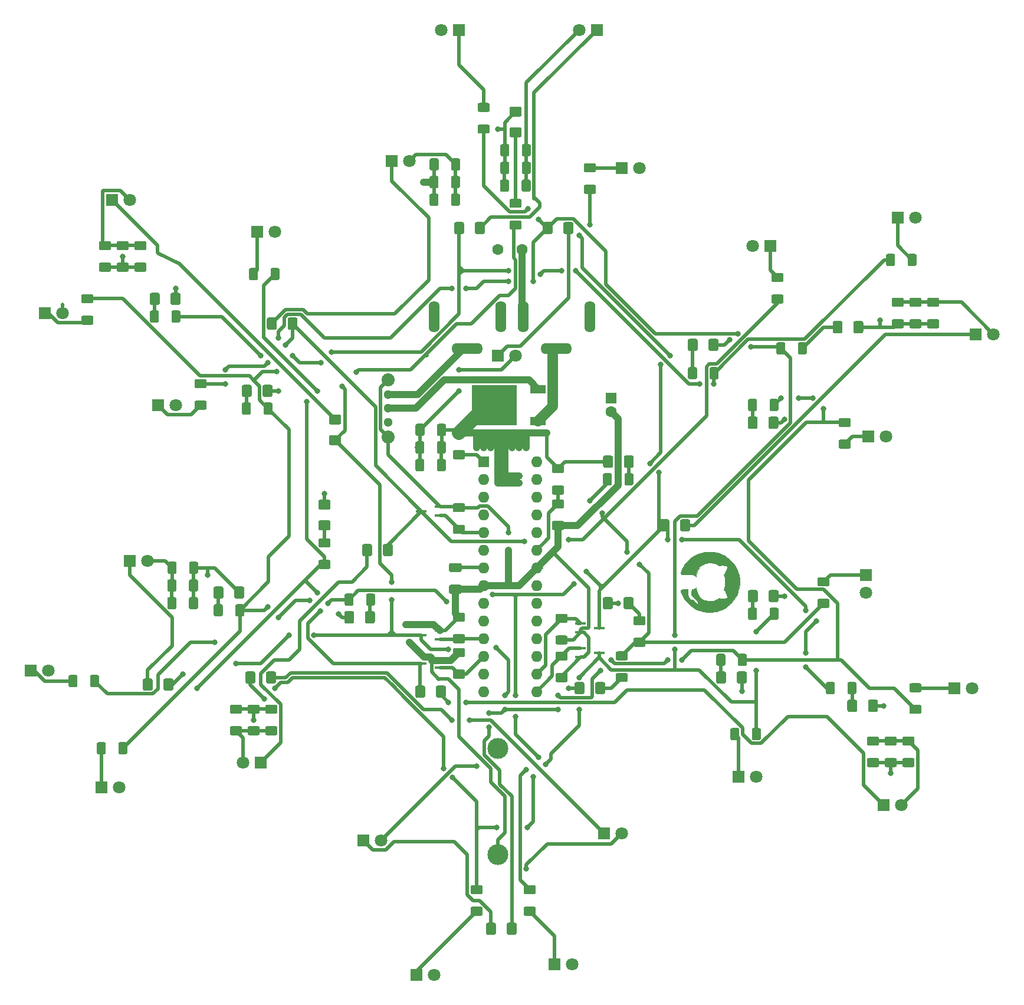
<source format=gbr>
%TF.GenerationSoftware,KiCad,Pcbnew,(5.1.9)-1*%
%TF.CreationDate,2021-12-13T22:42:43-05:00*%
%TF.ProjectId,Ornament,4f726e61-6d65-46e7-942e-6b696361645f,rev?*%
%TF.SameCoordinates,Original*%
%TF.FileFunction,Copper,L1,Top*%
%TF.FilePolarity,Positive*%
%FSLAX46Y46*%
G04 Gerber Fmt 4.6, Leading zero omitted, Abs format (unit mm)*
G04 Created by KiCad (PCBNEW (5.1.9)-1) date 2021-12-13 22:42:43*
%MOMM*%
%LPD*%
G01*
G04 APERTURE LIST*
%TA.AperFunction,EtchedComponent*%
%ADD10C,0.010000*%
%TD*%
%TA.AperFunction,SMDPad,CuDef*%
%ADD11R,1.500000X0.450000*%
%TD*%
%TA.AperFunction,ComponentPad*%
%ADD12O,1.600000X4.500000*%
%TD*%
%TA.AperFunction,ComponentPad*%
%ADD13O,4.500000X1.600000*%
%TD*%
%TA.AperFunction,ComponentPad*%
%ADD14C,1.600000*%
%TD*%
%TA.AperFunction,SMDPad,CuDef*%
%ADD15R,6.400000X5.800000*%
%TD*%
%TA.AperFunction,SMDPad,CuDef*%
%ADD16R,2.200000X1.200000*%
%TD*%
%TA.AperFunction,ComponentPad*%
%ADD17O,1.600000X1.600000*%
%TD*%
%TA.AperFunction,ComponentPad*%
%ADD18R,1.600000X1.600000*%
%TD*%
%TA.AperFunction,ComponentPad*%
%ADD19C,1.875000*%
%TD*%
%TA.AperFunction,ComponentPad*%
%ADD20C,1.300000*%
%TD*%
%TA.AperFunction,ComponentPad*%
%ADD21C,1.800000*%
%TD*%
%TA.AperFunction,ComponentPad*%
%ADD22R,1.800000X1.800000*%
%TD*%
%TA.AperFunction,ComponentPad*%
%ADD23O,3.000000X3.000000*%
%TD*%
%TA.AperFunction,ComponentPad*%
%ADD24C,3.000000*%
%TD*%
%TA.AperFunction,ViaPad*%
%ADD25C,0.800000*%
%TD*%
%TA.AperFunction,Conductor*%
%ADD26C,0.500000*%
%TD*%
%TA.AperFunction,Conductor*%
%ADD27C,1.500000*%
%TD*%
%TA.AperFunction,Conductor*%
%ADD28C,1.000000*%
%TD*%
%TA.AperFunction,Conductor*%
%ADD29C,2.000000*%
%TD*%
G04 APERTURE END LIST*
D10*
%TO.C,G\u002A\u002A\u002A*%
G36*
X176432980Y-109520132D02*
G01*
X176424632Y-109336446D01*
X176409541Y-109167604D01*
X176386744Y-109004266D01*
X176355278Y-108837093D01*
X176333436Y-108737992D01*
X176233673Y-108379434D01*
X176102412Y-108030973D01*
X175941083Y-107694795D01*
X175751117Y-107373089D01*
X175533946Y-107068040D01*
X175291001Y-106781837D01*
X175023714Y-106516667D01*
X174733515Y-106274718D01*
X174709990Y-106256910D01*
X174420135Y-106057889D01*
X174110750Y-105880721D01*
X173788016Y-105728331D01*
X173458115Y-105603644D01*
X173134867Y-105511399D01*
X172968134Y-105474243D01*
X172813474Y-105445936D01*
X172660709Y-105425221D01*
X172499663Y-105410840D01*
X172320158Y-105401535D01*
X172220467Y-105398397D01*
X171915497Y-105398432D01*
X171630989Y-105415950D01*
X171357750Y-105452078D01*
X171086586Y-105507944D01*
X170882039Y-105562602D01*
X170532874Y-105681750D01*
X170194208Y-105831963D01*
X169868511Y-106011403D01*
X169558250Y-106218236D01*
X169265894Y-106450625D01*
X168993911Y-106706733D01*
X168744768Y-106984726D01*
X168520934Y-107282766D01*
X168472570Y-107355062D01*
X168401121Y-107469897D01*
X168328877Y-107596151D01*
X168257988Y-107729119D01*
X168190604Y-107864099D01*
X168128875Y-107996386D01*
X168074951Y-108121277D01*
X168030981Y-108234067D01*
X167999115Y-108330053D01*
X167981504Y-108404531D01*
X167978667Y-108435737D01*
X167993705Y-108517071D01*
X168035783Y-108584641D01*
X168084787Y-108622814D01*
X168100337Y-108629928D01*
X168120771Y-108635927D01*
X168149150Y-108640953D01*
X168188531Y-108645152D01*
X168241976Y-108648668D01*
X168312543Y-108651645D01*
X168403292Y-108654228D01*
X168517282Y-108656562D01*
X168657574Y-108658791D01*
X168827227Y-108661060D01*
X168918467Y-108662187D01*
X169104571Y-108664562D01*
X169260023Y-108666870D01*
X169388034Y-108669260D01*
X169491819Y-108671877D01*
X169574590Y-108674870D01*
X169639560Y-108678385D01*
X169689942Y-108682571D01*
X169728949Y-108687574D01*
X169759795Y-108693542D01*
X169785692Y-108700622D01*
X169790534Y-108702175D01*
X169946726Y-108765588D01*
X170074207Y-108844295D01*
X170122261Y-108884549D01*
X170161387Y-108919012D01*
X170188422Y-108939762D01*
X170196933Y-108942645D01*
X170199266Y-108922388D01*
X170205565Y-108876190D01*
X170214778Y-108811605D01*
X170222554Y-108758455D01*
X170277300Y-108471314D01*
X170352906Y-108208843D01*
X170449047Y-107971576D01*
X170565395Y-107760047D01*
X170701626Y-107574791D01*
X170857413Y-107416343D01*
X171032431Y-107285237D01*
X171166623Y-107209814D01*
X171398086Y-107113046D01*
X171649850Y-107041333D01*
X171923053Y-106994411D01*
X172186600Y-106973226D01*
X172427120Y-106973197D01*
X172645870Y-106995374D01*
X172847949Y-107041345D01*
X173038453Y-107112699D01*
X173222482Y-107211023D01*
X173405132Y-107337906D01*
X173436664Y-107362630D01*
X173496452Y-107410261D01*
X173611993Y-107373801D01*
X173715286Y-107349572D01*
X173839692Y-107333351D01*
X173973260Y-107325819D01*
X174104039Y-107327658D01*
X174218293Y-107339258D01*
X174297404Y-107354752D01*
X174390510Y-107376998D01*
X174479614Y-107401638D01*
X174493818Y-107405984D01*
X174641934Y-107452157D01*
X174640615Y-107603712D01*
X174639090Y-107669888D01*
X174634350Y-107723729D01*
X174624179Y-107774776D01*
X174606358Y-107832569D01*
X174578670Y-107906649D01*
X174558163Y-107958467D01*
X174504741Y-108083427D01*
X174441970Y-108216021D01*
X174374849Y-108346558D01*
X174308381Y-108465348D01*
X174247563Y-108562703D01*
X174242548Y-108570068D01*
X174194644Y-108639803D01*
X174226500Y-108773268D01*
X174296654Y-109139452D01*
X174333305Y-109508523D01*
X174336450Y-109878613D01*
X174306091Y-110247853D01*
X174242226Y-110614374D01*
X174226786Y-110681532D01*
X174195218Y-110813796D01*
X174272542Y-110933327D01*
X174325978Y-111022855D01*
X174385835Y-111134461D01*
X174447357Y-111258257D01*
X174505787Y-111384352D01*
X174556369Y-111502857D01*
X174592731Y-111599133D01*
X174623226Y-111704574D01*
X174637841Y-111803540D01*
X174640556Y-111870067D01*
X174641934Y-112005534D01*
X174531867Y-112042302D01*
X174350685Y-112091472D01*
X174163655Y-112121377D01*
X173978503Y-112131681D01*
X173802955Y-112122046D01*
X173644737Y-112092135D01*
X173611993Y-112082474D01*
X173496452Y-112045740D01*
X173436664Y-112093370D01*
X173253400Y-112225522D01*
X173069625Y-112328748D01*
X172880254Y-112404631D01*
X172680204Y-112454753D01*
X172464392Y-112480697D01*
X172227733Y-112484045D01*
X172186600Y-112482547D01*
X171901710Y-112458281D01*
X171637913Y-112411054D01*
X171396177Y-112341280D01*
X171177470Y-112249376D01*
X170982761Y-112135755D01*
X170813018Y-112000835D01*
X170669212Y-111845028D01*
X170654155Y-111825493D01*
X170526230Y-111630736D01*
X170416771Y-111410693D01*
X170327338Y-111169421D01*
X170259491Y-110910980D01*
X170223183Y-110704561D01*
X170212596Y-110633354D01*
X170202847Y-110575705D01*
X170195284Y-110539200D01*
X170192217Y-110530439D01*
X170176253Y-110536124D01*
X170142979Y-110558802D01*
X170111330Y-110583916D01*
X169993582Y-110665404D01*
X169856458Y-110727708D01*
X169743244Y-110762201D01*
X169680432Y-110780379D01*
X169630614Y-110798715D01*
X169602886Y-110813767D01*
X169600761Y-110816126D01*
X169589046Y-110841898D01*
X169571126Y-110890034D01*
X169550714Y-110950518D01*
X169549060Y-110955667D01*
X169532932Y-111011595D01*
X169522009Y-111066188D01*
X169515358Y-111128206D01*
X169512044Y-111206412D01*
X169511134Y-111309567D01*
X169511134Y-111311267D01*
X169511397Y-111405754D01*
X169512984Y-111473934D01*
X169517084Y-111523367D01*
X169524889Y-111561614D01*
X169537590Y-111596235D01*
X169556380Y-111634788D01*
X169564615Y-111650609D01*
X169648711Y-111781251D01*
X169759009Y-111899666D01*
X169898934Y-112009437D01*
X169922571Y-112025300D01*
X170035567Y-112103650D01*
X170123969Y-112174898D01*
X170194342Y-112245200D01*
X170253256Y-112320714D01*
X170278203Y-112358713D01*
X170337456Y-112461797D01*
X170376636Y-112552341D01*
X170400017Y-112641352D01*
X170407459Y-112691637D01*
X170410559Y-112781331D01*
X170397819Y-112850740D01*
X170370280Y-112894996D01*
X170362695Y-112900651D01*
X170329392Y-112902702D01*
X170284105Y-112878508D01*
X170231121Y-112831526D01*
X170174731Y-112765211D01*
X170147607Y-112727370D01*
X170055480Y-112611940D01*
X169941747Y-112506810D01*
X169803053Y-112409514D01*
X169636044Y-112317589D01*
X169511134Y-112259732D01*
X169423849Y-112218448D01*
X169355405Y-112176718D01*
X169291952Y-112125241D01*
X169247165Y-112082489D01*
X169161595Y-111985772D01*
X169094159Y-111881583D01*
X169043635Y-111765639D01*
X169008801Y-111633658D01*
X168988437Y-111481356D01*
X168981320Y-111304451D01*
X168983733Y-111158867D01*
X168987303Y-111063297D01*
X168990919Y-110976946D01*
X168994263Y-110906717D01*
X168997016Y-110859515D01*
X168998194Y-110845600D01*
X169003134Y-110803267D01*
X168584197Y-110798738D01*
X168438668Y-110797607D01*
X168322935Y-110798190D01*
X168232946Y-110801203D01*
X168164643Y-110807361D01*
X168113972Y-110817381D01*
X168076879Y-110831979D01*
X168049309Y-110851871D01*
X168027206Y-110877772D01*
X168012968Y-110899615D01*
X167990340Y-110949373D01*
X167982002Y-111005404D01*
X167988558Y-111073336D01*
X168010616Y-111158799D01*
X168048780Y-111267421D01*
X168054055Y-111281200D01*
X168206163Y-111630521D01*
X168386326Y-111962636D01*
X168593277Y-112275616D01*
X168825747Y-112567531D01*
X169064497Y-112819154D01*
X169358108Y-113081312D01*
X169666362Y-113313510D01*
X169988497Y-113515341D01*
X170323753Y-113686393D01*
X170671369Y-113826259D01*
X171030584Y-113934529D01*
X171218834Y-113977619D01*
X171432624Y-114016126D01*
X171641381Y-114042078D01*
X171855823Y-114056340D01*
X172086668Y-114059776D01*
X172212000Y-114057694D01*
X172406919Y-114050515D01*
X172577749Y-114038952D01*
X172734109Y-114021860D01*
X172885620Y-113998098D01*
X173041905Y-113966521D01*
X173109467Y-113951081D01*
X173471230Y-113848932D01*
X173820149Y-113716321D01*
X174154590Y-113554742D01*
X174472919Y-113365689D01*
X174773503Y-113150658D01*
X175054708Y-112911144D01*
X175314899Y-112648641D01*
X175552443Y-112364644D01*
X175765706Y-112060647D01*
X175953054Y-111738147D01*
X176112853Y-111398637D01*
X176224733Y-111100999D01*
X176298218Y-110860860D01*
X176354525Y-110628368D01*
X176394982Y-110394857D01*
X176420921Y-110151661D01*
X176433671Y-109890117D01*
X176435549Y-109728000D01*
X176432980Y-109520132D01*
G37*
X176432980Y-109520132D02*
X176424632Y-109336446D01*
X176409541Y-109167604D01*
X176386744Y-109004266D01*
X176355278Y-108837093D01*
X176333436Y-108737992D01*
X176233673Y-108379434D01*
X176102412Y-108030973D01*
X175941083Y-107694795D01*
X175751117Y-107373089D01*
X175533946Y-107068040D01*
X175291001Y-106781837D01*
X175023714Y-106516667D01*
X174733515Y-106274718D01*
X174709990Y-106256910D01*
X174420135Y-106057889D01*
X174110750Y-105880721D01*
X173788016Y-105728331D01*
X173458115Y-105603644D01*
X173134867Y-105511399D01*
X172968134Y-105474243D01*
X172813474Y-105445936D01*
X172660709Y-105425221D01*
X172499663Y-105410840D01*
X172320158Y-105401535D01*
X172220467Y-105398397D01*
X171915497Y-105398432D01*
X171630989Y-105415950D01*
X171357750Y-105452078D01*
X171086586Y-105507944D01*
X170882039Y-105562602D01*
X170532874Y-105681750D01*
X170194208Y-105831963D01*
X169868511Y-106011403D01*
X169558250Y-106218236D01*
X169265894Y-106450625D01*
X168993911Y-106706733D01*
X168744768Y-106984726D01*
X168520934Y-107282766D01*
X168472570Y-107355062D01*
X168401121Y-107469897D01*
X168328877Y-107596151D01*
X168257988Y-107729119D01*
X168190604Y-107864099D01*
X168128875Y-107996386D01*
X168074951Y-108121277D01*
X168030981Y-108234067D01*
X167999115Y-108330053D01*
X167981504Y-108404531D01*
X167978667Y-108435737D01*
X167993705Y-108517071D01*
X168035783Y-108584641D01*
X168084787Y-108622814D01*
X168100337Y-108629928D01*
X168120771Y-108635927D01*
X168149150Y-108640953D01*
X168188531Y-108645152D01*
X168241976Y-108648668D01*
X168312543Y-108651645D01*
X168403292Y-108654228D01*
X168517282Y-108656562D01*
X168657574Y-108658791D01*
X168827227Y-108661060D01*
X168918467Y-108662187D01*
X169104571Y-108664562D01*
X169260023Y-108666870D01*
X169388034Y-108669260D01*
X169491819Y-108671877D01*
X169574590Y-108674870D01*
X169639560Y-108678385D01*
X169689942Y-108682571D01*
X169728949Y-108687574D01*
X169759795Y-108693542D01*
X169785692Y-108700622D01*
X169790534Y-108702175D01*
X169946726Y-108765588D01*
X170074207Y-108844295D01*
X170122261Y-108884549D01*
X170161387Y-108919012D01*
X170188422Y-108939762D01*
X170196933Y-108942645D01*
X170199266Y-108922388D01*
X170205565Y-108876190D01*
X170214778Y-108811605D01*
X170222554Y-108758455D01*
X170277300Y-108471314D01*
X170352906Y-108208843D01*
X170449047Y-107971576D01*
X170565395Y-107760047D01*
X170701626Y-107574791D01*
X170857413Y-107416343D01*
X171032431Y-107285237D01*
X171166623Y-107209814D01*
X171398086Y-107113046D01*
X171649850Y-107041333D01*
X171923053Y-106994411D01*
X172186600Y-106973226D01*
X172427120Y-106973197D01*
X172645870Y-106995374D01*
X172847949Y-107041345D01*
X173038453Y-107112699D01*
X173222482Y-107211023D01*
X173405132Y-107337906D01*
X173436664Y-107362630D01*
X173496452Y-107410261D01*
X173611993Y-107373801D01*
X173715286Y-107349572D01*
X173839692Y-107333351D01*
X173973260Y-107325819D01*
X174104039Y-107327658D01*
X174218293Y-107339258D01*
X174297404Y-107354752D01*
X174390510Y-107376998D01*
X174479614Y-107401638D01*
X174493818Y-107405984D01*
X174641934Y-107452157D01*
X174640615Y-107603712D01*
X174639090Y-107669888D01*
X174634350Y-107723729D01*
X174624179Y-107774776D01*
X174606358Y-107832569D01*
X174578670Y-107906649D01*
X174558163Y-107958467D01*
X174504741Y-108083427D01*
X174441970Y-108216021D01*
X174374849Y-108346558D01*
X174308381Y-108465348D01*
X174247563Y-108562703D01*
X174242548Y-108570068D01*
X174194644Y-108639803D01*
X174226500Y-108773268D01*
X174296654Y-109139452D01*
X174333305Y-109508523D01*
X174336450Y-109878613D01*
X174306091Y-110247853D01*
X174242226Y-110614374D01*
X174226786Y-110681532D01*
X174195218Y-110813796D01*
X174272542Y-110933327D01*
X174325978Y-111022855D01*
X174385835Y-111134461D01*
X174447357Y-111258257D01*
X174505787Y-111384352D01*
X174556369Y-111502857D01*
X174592731Y-111599133D01*
X174623226Y-111704574D01*
X174637841Y-111803540D01*
X174640556Y-111870067D01*
X174641934Y-112005534D01*
X174531867Y-112042302D01*
X174350685Y-112091472D01*
X174163655Y-112121377D01*
X173978503Y-112131681D01*
X173802955Y-112122046D01*
X173644737Y-112092135D01*
X173611993Y-112082474D01*
X173496452Y-112045740D01*
X173436664Y-112093370D01*
X173253400Y-112225522D01*
X173069625Y-112328748D01*
X172880254Y-112404631D01*
X172680204Y-112454753D01*
X172464392Y-112480697D01*
X172227733Y-112484045D01*
X172186600Y-112482547D01*
X171901710Y-112458281D01*
X171637913Y-112411054D01*
X171396177Y-112341280D01*
X171177470Y-112249376D01*
X170982761Y-112135755D01*
X170813018Y-112000835D01*
X170669212Y-111845028D01*
X170654155Y-111825493D01*
X170526230Y-111630736D01*
X170416771Y-111410693D01*
X170327338Y-111169421D01*
X170259491Y-110910980D01*
X170223183Y-110704561D01*
X170212596Y-110633354D01*
X170202847Y-110575705D01*
X170195284Y-110539200D01*
X170192217Y-110530439D01*
X170176253Y-110536124D01*
X170142979Y-110558802D01*
X170111330Y-110583916D01*
X169993582Y-110665404D01*
X169856458Y-110727708D01*
X169743244Y-110762201D01*
X169680432Y-110780379D01*
X169630614Y-110798715D01*
X169602886Y-110813767D01*
X169600761Y-110816126D01*
X169589046Y-110841898D01*
X169571126Y-110890034D01*
X169550714Y-110950518D01*
X169549060Y-110955667D01*
X169532932Y-111011595D01*
X169522009Y-111066188D01*
X169515358Y-111128206D01*
X169512044Y-111206412D01*
X169511134Y-111309567D01*
X169511134Y-111311267D01*
X169511397Y-111405754D01*
X169512984Y-111473934D01*
X169517084Y-111523367D01*
X169524889Y-111561614D01*
X169537590Y-111596235D01*
X169556380Y-111634788D01*
X169564615Y-111650609D01*
X169648711Y-111781251D01*
X169759009Y-111899666D01*
X169898934Y-112009437D01*
X169922571Y-112025300D01*
X170035567Y-112103650D01*
X170123969Y-112174898D01*
X170194342Y-112245200D01*
X170253256Y-112320714D01*
X170278203Y-112358713D01*
X170337456Y-112461797D01*
X170376636Y-112552341D01*
X170400017Y-112641352D01*
X170407459Y-112691637D01*
X170410559Y-112781331D01*
X170397819Y-112850740D01*
X170370280Y-112894996D01*
X170362695Y-112900651D01*
X170329392Y-112902702D01*
X170284105Y-112878508D01*
X170231121Y-112831526D01*
X170174731Y-112765211D01*
X170147607Y-112727370D01*
X170055480Y-112611940D01*
X169941747Y-112506810D01*
X169803053Y-112409514D01*
X169636044Y-112317589D01*
X169511134Y-112259732D01*
X169423849Y-112218448D01*
X169355405Y-112176718D01*
X169291952Y-112125241D01*
X169247165Y-112082489D01*
X169161595Y-111985772D01*
X169094159Y-111881583D01*
X169043635Y-111765639D01*
X169008801Y-111633658D01*
X168988437Y-111481356D01*
X168981320Y-111304451D01*
X168983733Y-111158867D01*
X168987303Y-111063297D01*
X168990919Y-110976946D01*
X168994263Y-110906717D01*
X168997016Y-110859515D01*
X168998194Y-110845600D01*
X169003134Y-110803267D01*
X168584197Y-110798738D01*
X168438668Y-110797607D01*
X168322935Y-110798190D01*
X168232946Y-110801203D01*
X168164643Y-110807361D01*
X168113972Y-110817381D01*
X168076879Y-110831979D01*
X168049309Y-110851871D01*
X168027206Y-110877772D01*
X168012968Y-110899615D01*
X167990340Y-110949373D01*
X167982002Y-111005404D01*
X167988558Y-111073336D01*
X168010616Y-111158799D01*
X168048780Y-111267421D01*
X168054055Y-111281200D01*
X168206163Y-111630521D01*
X168386326Y-111962636D01*
X168593277Y-112275616D01*
X168825747Y-112567531D01*
X169064497Y-112819154D01*
X169358108Y-113081312D01*
X169666362Y-113313510D01*
X169988497Y-113515341D01*
X170323753Y-113686393D01*
X170671369Y-113826259D01*
X171030584Y-113934529D01*
X171218834Y-113977619D01*
X171432624Y-114016126D01*
X171641381Y-114042078D01*
X171855823Y-114056340D01*
X172086668Y-114059776D01*
X172212000Y-114057694D01*
X172406919Y-114050515D01*
X172577749Y-114038952D01*
X172734109Y-114021860D01*
X172885620Y-113998098D01*
X173041905Y-113966521D01*
X173109467Y-113951081D01*
X173471230Y-113848932D01*
X173820149Y-113716321D01*
X174154590Y-113554742D01*
X174472919Y-113365689D01*
X174773503Y-113150658D01*
X175054708Y-112911144D01*
X175314899Y-112648641D01*
X175552443Y-112364644D01*
X175765706Y-112060647D01*
X175953054Y-111738147D01*
X176112853Y-111398637D01*
X176224733Y-111100999D01*
X176298218Y-110860860D01*
X176354525Y-110628368D01*
X176394982Y-110394857D01*
X176420921Y-110151661D01*
X176433671Y-109890117D01*
X176435549Y-109728000D01*
X176432980Y-109520132D01*
%TD*%
D11*
%TO.P,Q3,1*%
%TO.N,/LED Schematic/Branch2On*%
X133410000Y-117998000D03*
%TO.P,Q3,2*%
%TO.N,GND*%
X133410000Y-116698000D03*
%TO.P,Q3,3*%
%TO.N,Net-(D29-Pad1)*%
X130750000Y-117348000D03*
%TD*%
%TO.P,R45,2*%
%TO.N,Net-(D34-Pad2)*%
%TA.AperFunction,SMDPad,CuDef*%
G36*
G01*
X145172000Y-50917000D02*
X145172000Y-49667000D01*
G75*
G02*
X145422000Y-49417000I250000J0D01*
G01*
X146222000Y-49417000D01*
G75*
G02*
X146472000Y-49667000I0J-250000D01*
G01*
X146472000Y-50917000D01*
G75*
G02*
X146222000Y-51167000I-250000J0D01*
G01*
X145422000Y-51167000D01*
G75*
G02*
X145172000Y-50917000I0J250000D01*
G01*
G37*
%TD.AperFunction*%
%TO.P,R45,1*%
%TO.N,+5V*%
%TA.AperFunction,SMDPad,CuDef*%
G36*
G01*
X142072000Y-50917000D02*
X142072000Y-49667000D01*
G75*
G02*
X142322000Y-49417000I250000J0D01*
G01*
X143122000Y-49417000D01*
G75*
G02*
X143372000Y-49667000I0J-250000D01*
G01*
X143372000Y-50917000D01*
G75*
G02*
X143122000Y-51167000I-250000J0D01*
G01*
X142322000Y-51167000D01*
G75*
G02*
X142072000Y-50917000I0J250000D01*
G01*
G37*
%TD.AperFunction*%
%TD*%
D12*
%TO.P,BT1,2*%
%TO.N,GND*%
X145388000Y-71628000D03*
D13*
X150153000Y-76203000D03*
D12*
X154918000Y-71628000D03*
D13*
%TO.P,BT1,1*%
%TO.N,Net-(BT1-Pad1)*%
X137353000Y-76203000D03*
D12*
X142118000Y-71628000D03*
X132588000Y-71628000D03*
%TD*%
D14*
%TO.P,C3,2*%
%TO.N,GND*%
X145232000Y-61976000D03*
%TO.P,C3,1*%
%TO.N,+5V*%
X141732000Y-61976000D03*
%TD*%
%TO.P,R68,2*%
%TO.N,GND*%
%TA.AperFunction,SMDPad,CuDef*%
G36*
G01*
X150251000Y-122820000D02*
X151501000Y-122820000D01*
G75*
G02*
X151751000Y-123070000I0J-250000D01*
G01*
X151751000Y-123870000D01*
G75*
G02*
X151501000Y-124120000I-250000J0D01*
G01*
X150251000Y-124120000D01*
G75*
G02*
X150001000Y-123870000I0J250000D01*
G01*
X150001000Y-123070000D01*
G75*
G02*
X150251000Y-122820000I250000J0D01*
G01*
G37*
%TD.AperFunction*%
%TO.P,R68,1*%
%TO.N,/LED Schematic/Branch4On*%
%TA.AperFunction,SMDPad,CuDef*%
G36*
G01*
X150251000Y-119720000D02*
X151501000Y-119720000D01*
G75*
G02*
X151751000Y-119970000I0J-250000D01*
G01*
X151751000Y-120770000D01*
G75*
G02*
X151501000Y-121020000I-250000J0D01*
G01*
X150251000Y-121020000D01*
G75*
G02*
X150001000Y-120770000I0J250000D01*
G01*
X150001000Y-119970000D01*
G75*
G02*
X150251000Y-119720000I250000J0D01*
G01*
G37*
%TD.AperFunction*%
%TD*%
%TO.P,R67,2*%
%TO.N,GND*%
%TA.AperFunction,SMDPad,CuDef*%
G36*
G01*
X136769000Y-120512000D02*
X135519000Y-120512000D01*
G75*
G02*
X135269000Y-120262000I0J250000D01*
G01*
X135269000Y-119462000D01*
G75*
G02*
X135519000Y-119212000I250000J0D01*
G01*
X136769000Y-119212000D01*
G75*
G02*
X137019000Y-119462000I0J-250000D01*
G01*
X137019000Y-120262000D01*
G75*
G02*
X136769000Y-120512000I-250000J0D01*
G01*
G37*
%TD.AperFunction*%
%TO.P,R67,1*%
%TO.N,/LED Schematic/Branch3On*%
%TA.AperFunction,SMDPad,CuDef*%
G36*
G01*
X136769000Y-123612000D02*
X135519000Y-123612000D01*
G75*
G02*
X135269000Y-123362000I0J250000D01*
G01*
X135269000Y-122562000D01*
G75*
G02*
X135519000Y-122312000I250000J0D01*
G01*
X136769000Y-122312000D01*
G75*
G02*
X137019000Y-122562000I0J-250000D01*
G01*
X137019000Y-123362000D01*
G75*
G02*
X136769000Y-123612000I-250000J0D01*
G01*
G37*
%TD.AperFunction*%
%TD*%
%TO.P,R66,2*%
%TO.N,GND*%
%TA.AperFunction,SMDPad,CuDef*%
G36*
G01*
X136769000Y-115432000D02*
X135519000Y-115432000D01*
G75*
G02*
X135269000Y-115182000I0J250000D01*
G01*
X135269000Y-114382000D01*
G75*
G02*
X135519000Y-114132000I250000J0D01*
G01*
X136769000Y-114132000D01*
G75*
G02*
X137019000Y-114382000I0J-250000D01*
G01*
X137019000Y-115182000D01*
G75*
G02*
X136769000Y-115432000I-250000J0D01*
G01*
G37*
%TD.AperFunction*%
%TO.P,R66,1*%
%TO.N,/LED Schematic/Branch2On*%
%TA.AperFunction,SMDPad,CuDef*%
G36*
G01*
X136769000Y-118532000D02*
X135519000Y-118532000D01*
G75*
G02*
X135269000Y-118282000I0J250000D01*
G01*
X135269000Y-117482000D01*
G75*
G02*
X135519000Y-117232000I250000J0D01*
G01*
X136769000Y-117232000D01*
G75*
G02*
X137019000Y-117482000I0J-250000D01*
G01*
X137019000Y-118282000D01*
G75*
G02*
X136769000Y-118532000I-250000J0D01*
G01*
G37*
%TD.AperFunction*%
%TD*%
%TO.P,R65,2*%
%TO.N,GND*%
%TA.AperFunction,SMDPad,CuDef*%
G36*
G01*
X150251000Y-117408000D02*
X151501000Y-117408000D01*
G75*
G02*
X151751000Y-117658000I0J-250000D01*
G01*
X151751000Y-118458000D01*
G75*
G02*
X151501000Y-118708000I-250000J0D01*
G01*
X150251000Y-118708000D01*
G75*
G02*
X150001000Y-118458000I0J250000D01*
G01*
X150001000Y-117658000D01*
G75*
G02*
X150251000Y-117408000I250000J0D01*
G01*
G37*
%TD.AperFunction*%
%TO.P,R65,1*%
%TO.N,/LED Schematic/Branch5On*%
%TA.AperFunction,SMDPad,CuDef*%
G36*
G01*
X150251000Y-114308000D02*
X151501000Y-114308000D01*
G75*
G02*
X151751000Y-114558000I0J-250000D01*
G01*
X151751000Y-115358000D01*
G75*
G02*
X151501000Y-115608000I-250000J0D01*
G01*
X150251000Y-115608000D01*
G75*
G02*
X150001000Y-115358000I0J250000D01*
G01*
X150001000Y-114558000D01*
G75*
G02*
X150251000Y-114308000I250000J0D01*
G01*
G37*
%TD.AperFunction*%
%TD*%
%TO.P,R64,2*%
%TO.N,GND*%
%TA.AperFunction,SMDPad,CuDef*%
G36*
G01*
X136769000Y-99710000D02*
X135519000Y-99710000D01*
G75*
G02*
X135269000Y-99460000I0J250000D01*
G01*
X135269000Y-98660000D01*
G75*
G02*
X135519000Y-98410000I250000J0D01*
G01*
X136769000Y-98410000D01*
G75*
G02*
X137019000Y-98660000I0J-250000D01*
G01*
X137019000Y-99460000D01*
G75*
G02*
X136769000Y-99710000I-250000J0D01*
G01*
G37*
%TD.AperFunction*%
%TO.P,R64,1*%
%TO.N,/LED Schematic/Branch1On*%
%TA.AperFunction,SMDPad,CuDef*%
G36*
G01*
X136769000Y-102810000D02*
X135519000Y-102810000D01*
G75*
G02*
X135269000Y-102560000I0J250000D01*
G01*
X135269000Y-101760000D01*
G75*
G02*
X135519000Y-101510000I250000J0D01*
G01*
X136769000Y-101510000D01*
G75*
G02*
X137019000Y-101760000I0J-250000D01*
G01*
X137019000Y-102560000D01*
G75*
G02*
X136769000Y-102810000I-250000J0D01*
G01*
G37*
%TD.AperFunction*%
%TD*%
D15*
%TO.P,U2,2*%
%TO.N,+5V*%
X141224000Y-84328000D03*
D16*
%TO.P,U2,3*%
%TO.N,+9V*%
X147524000Y-82048000D03*
%TO.P,U2,1*%
%TO.N,GND*%
X147524000Y-86608000D03*
%TD*%
D17*
%TO.P,U1,28*%
%TO.N,Net-(U1-Pad28)*%
X147320000Y-92456000D03*
%TO.P,U1,14*%
%TO.N,/Power + Other/Buzzer*%
X139700000Y-125476000D03*
%TO.P,U1,27*%
%TO.N,Net-(U1-Pad27)*%
X147320000Y-94996000D03*
%TO.P,U1,13*%
%TO.N,Net-(U1-Pad13)*%
X139700000Y-122936000D03*
%TO.P,U1,26*%
%TO.N,Net-(U1-Pad26)*%
X147320000Y-97536000D03*
%TO.P,U1,12*%
%TO.N,/LED Schematic/Branch3On*%
X139700000Y-120396000D03*
%TO.P,U1,25*%
%TO.N,Net-(U1-Pad25)*%
X147320000Y-100076000D03*
%TO.P,U1,11*%
%TO.N,/LED Schematic/Branch2On*%
X139700000Y-117856000D03*
%TO.P,U1,24*%
%TO.N,Net-(U1-Pad24)*%
X147320000Y-102616000D03*
%TO.P,U1,10*%
%TO.N,Net-(U1-Pad10)*%
X139700000Y-115316000D03*
%TO.P,U1,23*%
%TO.N,Net-(R1-Pad2)*%
X147320000Y-105156000D03*
%TO.P,U1,9*%
%TO.N,Net-(U1-Pad9)*%
X139700000Y-112776000D03*
%TO.P,U1,22*%
%TO.N,GND*%
X147320000Y-107696000D03*
%TO.P,U1,8*%
X139700000Y-110236000D03*
%TO.P,U1,21*%
%TO.N,+5V*%
X147320000Y-110236000D03*
%TO.P,U1,7*%
X139700000Y-107696000D03*
%TO.P,U1,20*%
X147320000Y-112776000D03*
%TO.P,U1,6*%
%TO.N,Net-(U1-Pad6)*%
X139700000Y-105156000D03*
%TO.P,U1,19*%
%TO.N,Net-(U1-Pad19)*%
X147320000Y-115316000D03*
%TO.P,U1,5*%
%TO.N,/LED Schematic/Branch1On*%
X139700000Y-102616000D03*
%TO.P,U1,18*%
%TO.N,Net-(U1-Pad18)*%
X147320000Y-117856000D03*
%TO.P,U1,4*%
%TO.N,Net-(U1-Pad4)*%
X139700000Y-100076000D03*
%TO.P,U1,17*%
%TO.N,/LED Schematic/Branch6On*%
X147320000Y-120396000D03*
%TO.P,U1,3*%
%TO.N,Net-(U1-Pad3)*%
X139700000Y-97536000D03*
%TO.P,U1,16*%
%TO.N,/LED Schematic/Branch5On*%
X147320000Y-122936000D03*
%TO.P,U1,2*%
%TO.N,Net-(U1-Pad2)*%
X139700000Y-94996000D03*
%TO.P,U1,15*%
%TO.N,/LED Schematic/Branch4On*%
X147320000Y-125476000D03*
D18*
%TO.P,U1,1*%
%TO.N,Net-(R25-Pad2)*%
X139700000Y-92456000D03*
%TD*%
D19*
%TO.P,S1,MH2*%
%TO.N,GND*%
X125984000Y-88904000D03*
%TO.P,S1,MH1*%
X125984000Y-80704000D03*
D20*
%TO.P,S1,3*%
%TO.N,Net-(S1-Pad3)*%
X125984000Y-86804000D03*
%TO.P,S1,2*%
%TO.N,+9V*%
X125984000Y-84804000D03*
%TO.P,S1,1*%
%TO.N,Net-(BT1-Pad1)*%
X125984000Y-82804000D03*
%TD*%
%TO.P,R63,2*%
%TO.N,Net-(D46-Pad2)*%
%TA.AperFunction,SMDPad,CuDef*%
G36*
G01*
X131206000Y-87259000D02*
X131206000Y-88509000D01*
G75*
G02*
X130956000Y-88759000I-250000J0D01*
G01*
X130156000Y-88759000D01*
G75*
G02*
X129906000Y-88509000I0J250000D01*
G01*
X129906000Y-87259000D01*
G75*
G02*
X130156000Y-87009000I250000J0D01*
G01*
X130956000Y-87009000D01*
G75*
G02*
X131206000Y-87259000I0J-250000D01*
G01*
G37*
%TD.AperFunction*%
%TO.P,R63,1*%
%TO.N,+5V*%
%TA.AperFunction,SMDPad,CuDef*%
G36*
G01*
X134306000Y-87259000D02*
X134306000Y-88509000D01*
G75*
G02*
X134056000Y-88759000I-250000J0D01*
G01*
X133256000Y-88759000D01*
G75*
G02*
X133006000Y-88509000I0J250000D01*
G01*
X133006000Y-87259000D01*
G75*
G02*
X133256000Y-87009000I250000J0D01*
G01*
X134056000Y-87009000D01*
G75*
G02*
X134306000Y-87259000I0J-250000D01*
G01*
G37*
%TD.AperFunction*%
%TD*%
%TO.P,R62,2*%
%TO.N,Net-(D46-Pad2)*%
%TA.AperFunction,SMDPad,CuDef*%
G36*
G01*
X131180000Y-89799000D02*
X131180000Y-91049000D01*
G75*
G02*
X130930000Y-91299000I-250000J0D01*
G01*
X130130000Y-91299000D01*
G75*
G02*
X129880000Y-91049000I0J250000D01*
G01*
X129880000Y-89799000D01*
G75*
G02*
X130130000Y-89549000I250000J0D01*
G01*
X130930000Y-89549000D01*
G75*
G02*
X131180000Y-89799000I0J-250000D01*
G01*
G37*
%TD.AperFunction*%
%TO.P,R62,1*%
%TO.N,+5V*%
%TA.AperFunction,SMDPad,CuDef*%
G36*
G01*
X134280000Y-89799000D02*
X134280000Y-91049000D01*
G75*
G02*
X134030000Y-91299000I-250000J0D01*
G01*
X133230000Y-91299000D01*
G75*
G02*
X132980000Y-91049000I0J250000D01*
G01*
X132980000Y-89799000D01*
G75*
G02*
X133230000Y-89549000I250000J0D01*
G01*
X134030000Y-89549000D01*
G75*
G02*
X134280000Y-89799000I0J-250000D01*
G01*
G37*
%TD.AperFunction*%
%TD*%
%TO.P,R61,2*%
%TO.N,Net-(D46-Pad2)*%
%TA.AperFunction,SMDPad,CuDef*%
G36*
G01*
X131180000Y-92339000D02*
X131180000Y-93589000D01*
G75*
G02*
X130930000Y-93839000I-250000J0D01*
G01*
X130130000Y-93839000D01*
G75*
G02*
X129880000Y-93589000I0J250000D01*
G01*
X129880000Y-92339000D01*
G75*
G02*
X130130000Y-92089000I250000J0D01*
G01*
X130930000Y-92089000D01*
G75*
G02*
X131180000Y-92339000I0J-250000D01*
G01*
G37*
%TD.AperFunction*%
%TO.P,R61,1*%
%TO.N,+5V*%
%TA.AperFunction,SMDPad,CuDef*%
G36*
G01*
X134280000Y-92339000D02*
X134280000Y-93589000D01*
G75*
G02*
X134030000Y-93839000I-250000J0D01*
G01*
X133230000Y-93839000D01*
G75*
G02*
X132980000Y-93589000I0J250000D01*
G01*
X132980000Y-92339000D01*
G75*
G02*
X133230000Y-92089000I250000J0D01*
G01*
X134030000Y-92089000D01*
G75*
G02*
X134280000Y-92339000I0J-250000D01*
G01*
G37*
%TD.AperFunction*%
%TD*%
%TO.P,R60,2*%
%TO.N,Net-(D49-Pad1)*%
%TA.AperFunction,SMDPad,CuDef*%
G36*
G01*
X94880000Y-72253000D02*
X94880000Y-71003000D01*
G75*
G02*
X95130000Y-70753000I250000J0D01*
G01*
X95930000Y-70753000D01*
G75*
G02*
X96180000Y-71003000I0J-250000D01*
G01*
X96180000Y-72253000D01*
G75*
G02*
X95930000Y-72503000I-250000J0D01*
G01*
X95130000Y-72503000D01*
G75*
G02*
X94880000Y-72253000I0J250000D01*
G01*
G37*
%TD.AperFunction*%
%TO.P,R60,1*%
%TO.N,Net-(D48-Pad1)*%
%TA.AperFunction,SMDPad,CuDef*%
G36*
G01*
X91780000Y-72253000D02*
X91780000Y-71003000D01*
G75*
G02*
X92030000Y-70753000I250000J0D01*
G01*
X92830000Y-70753000D01*
G75*
G02*
X93080000Y-71003000I0J-250000D01*
G01*
X93080000Y-72253000D01*
G75*
G02*
X92830000Y-72503000I-250000J0D01*
G01*
X92030000Y-72503000D01*
G75*
G02*
X91780000Y-72253000I0J250000D01*
G01*
G37*
%TD.AperFunction*%
%TD*%
%TO.P,R59,2*%
%TO.N,Net-(D49-Pad1)*%
%TA.AperFunction,SMDPad,CuDef*%
G36*
G01*
X139309000Y-154548000D02*
X138059000Y-154548000D01*
G75*
G02*
X137809000Y-154298000I0J250000D01*
G01*
X137809000Y-153498000D01*
G75*
G02*
X138059000Y-153248000I250000J0D01*
G01*
X139309000Y-153248000D01*
G75*
G02*
X139559000Y-153498000I0J-250000D01*
G01*
X139559000Y-154298000D01*
G75*
G02*
X139309000Y-154548000I-250000J0D01*
G01*
G37*
%TD.AperFunction*%
%TO.P,R59,1*%
%TO.N,Net-(D45-Pad1)*%
%TA.AperFunction,SMDPad,CuDef*%
G36*
G01*
X139309000Y-157648000D02*
X138059000Y-157648000D01*
G75*
G02*
X137809000Y-157398000I0J250000D01*
G01*
X137809000Y-156598000D01*
G75*
G02*
X138059000Y-156348000I250000J0D01*
G01*
X139309000Y-156348000D01*
G75*
G02*
X139559000Y-156598000I0J-250000D01*
G01*
X139559000Y-157398000D01*
G75*
G02*
X139309000Y-157648000I-250000J0D01*
G01*
G37*
%TD.AperFunction*%
%TD*%
%TO.P,R55,2*%
%TO.N,Net-(D49-Pad1)*%
%TA.AperFunction,SMDPad,CuDef*%
G36*
G01*
X180732000Y-114925000D02*
X180732000Y-113675000D01*
G75*
G02*
X180982000Y-113425000I250000J0D01*
G01*
X181782000Y-113425000D01*
G75*
G02*
X182032000Y-113675000I0J-250000D01*
G01*
X182032000Y-114925000D01*
G75*
G02*
X181782000Y-115175000I-250000J0D01*
G01*
X180982000Y-115175000D01*
G75*
G02*
X180732000Y-114925000I0J250000D01*
G01*
G37*
%TD.AperFunction*%
%TO.P,R55,1*%
%TO.N,Net-(D47-Pad1)*%
%TA.AperFunction,SMDPad,CuDef*%
G36*
G01*
X177632000Y-114925000D02*
X177632000Y-113675000D01*
G75*
G02*
X177882000Y-113425000I250000J0D01*
G01*
X178682000Y-113425000D01*
G75*
G02*
X178932000Y-113675000I0J-250000D01*
G01*
X178932000Y-114925000D01*
G75*
G02*
X178682000Y-115175000I-250000J0D01*
G01*
X177882000Y-115175000D01*
G75*
G02*
X177632000Y-114925000I0J250000D01*
G01*
G37*
%TD.AperFunction*%
%TD*%
%TO.P,R54,2*%
%TO.N,Net-(D49-Pad1)*%
%TA.AperFunction,SMDPad,CuDef*%
G36*
G01*
X178192000Y-132197000D02*
X178192000Y-130947000D01*
G75*
G02*
X178442000Y-130697000I250000J0D01*
G01*
X179242000Y-130697000D01*
G75*
G02*
X179492000Y-130947000I0J-250000D01*
G01*
X179492000Y-132197000D01*
G75*
G02*
X179242000Y-132447000I-250000J0D01*
G01*
X178442000Y-132447000D01*
G75*
G02*
X178192000Y-132197000I0J250000D01*
G01*
G37*
%TD.AperFunction*%
%TO.P,R54,1*%
%TO.N,Net-(D43-Pad1)*%
%TA.AperFunction,SMDPad,CuDef*%
G36*
G01*
X175092000Y-132197000D02*
X175092000Y-130947000D01*
G75*
G02*
X175342000Y-130697000I250000J0D01*
G01*
X176142000Y-130697000D01*
G75*
G02*
X176392000Y-130947000I0J-250000D01*
G01*
X176392000Y-132197000D01*
G75*
G02*
X176142000Y-132447000I-250000J0D01*
G01*
X175342000Y-132447000D01*
G75*
G02*
X175092000Y-132197000I0J250000D01*
G01*
G37*
%TD.AperFunction*%
%TD*%
%TO.P,R53,2*%
%TO.N,Net-(D49-Pad1)*%
%TA.AperFunction,SMDPad,CuDef*%
G36*
G01*
X182996000Y-75575000D02*
X182996000Y-76825000D01*
G75*
G02*
X182746000Y-77075000I-250000J0D01*
G01*
X181946000Y-77075000D01*
G75*
G02*
X181696000Y-76825000I0J250000D01*
G01*
X181696000Y-75575000D01*
G75*
G02*
X181946000Y-75325000I250000J0D01*
G01*
X182746000Y-75325000D01*
G75*
G02*
X182996000Y-75575000I0J-250000D01*
G01*
G37*
%TD.AperFunction*%
%TO.P,R53,1*%
%TO.N,Net-(D42-Pad1)*%
%TA.AperFunction,SMDPad,CuDef*%
G36*
G01*
X186096000Y-75575000D02*
X186096000Y-76825000D01*
G75*
G02*
X185846000Y-77075000I-250000J0D01*
G01*
X185046000Y-77075000D01*
G75*
G02*
X184796000Y-76825000I0J250000D01*
G01*
X184796000Y-75575000D01*
G75*
G02*
X185046000Y-75325000I250000J0D01*
G01*
X185846000Y-75325000D01*
G75*
G02*
X186096000Y-75575000I0J-250000D01*
G01*
G37*
%TD.AperFunction*%
%TD*%
%TO.P,R52,2*%
%TO.N,Net-(D49-Pad1)*%
%TA.AperFunction,SMDPad,CuDef*%
G36*
G01*
X139075000Y-44054000D02*
X140325000Y-44054000D01*
G75*
G02*
X140575000Y-44304000I0J-250000D01*
G01*
X140575000Y-45104000D01*
G75*
G02*
X140325000Y-45354000I-250000J0D01*
G01*
X139075000Y-45354000D01*
G75*
G02*
X138825000Y-45104000I0J250000D01*
G01*
X138825000Y-44304000D01*
G75*
G02*
X139075000Y-44054000I250000J0D01*
G01*
G37*
%TD.AperFunction*%
%TO.P,R52,1*%
%TO.N,Net-(D41-Pad1)*%
%TA.AperFunction,SMDPad,CuDef*%
G36*
G01*
X139075000Y-40954000D02*
X140325000Y-40954000D01*
G75*
G02*
X140575000Y-41204000I0J-250000D01*
G01*
X140575000Y-42004000D01*
G75*
G02*
X140325000Y-42254000I-250000J0D01*
G01*
X139075000Y-42254000D01*
G75*
G02*
X138825000Y-42004000I0J250000D01*
G01*
X138825000Y-41204000D01*
G75*
G02*
X139075000Y-40954000I250000J0D01*
G01*
G37*
%TD.AperFunction*%
%TD*%
%TO.P,R51,2*%
%TO.N,Net-(D36-Pad2)*%
%TA.AperFunction,SMDPad,CuDef*%
G36*
G01*
X196205000Y-133212000D02*
X194955000Y-133212000D01*
G75*
G02*
X194705000Y-132962000I0J250000D01*
G01*
X194705000Y-132162000D01*
G75*
G02*
X194955000Y-131912000I250000J0D01*
G01*
X196205000Y-131912000D01*
G75*
G02*
X196455000Y-132162000I0J-250000D01*
G01*
X196455000Y-132962000D01*
G75*
G02*
X196205000Y-133212000I-250000J0D01*
G01*
G37*
%TD.AperFunction*%
%TO.P,R51,1*%
%TO.N,+5V*%
%TA.AperFunction,SMDPad,CuDef*%
G36*
G01*
X196205000Y-136312000D02*
X194955000Y-136312000D01*
G75*
G02*
X194705000Y-136062000I0J250000D01*
G01*
X194705000Y-135262000D01*
G75*
G02*
X194955000Y-135012000I250000J0D01*
G01*
X196205000Y-135012000D01*
G75*
G02*
X196455000Y-135262000I0J-250000D01*
G01*
X196455000Y-136062000D01*
G75*
G02*
X196205000Y-136312000I-250000J0D01*
G01*
G37*
%TD.AperFunction*%
%TD*%
%TO.P,R50,2*%
%TO.N,Net-(D36-Pad2)*%
%TA.AperFunction,SMDPad,CuDef*%
G36*
G01*
X198745000Y-133212000D02*
X197495000Y-133212000D01*
G75*
G02*
X197245000Y-132962000I0J250000D01*
G01*
X197245000Y-132162000D01*
G75*
G02*
X197495000Y-131912000I250000J0D01*
G01*
X198745000Y-131912000D01*
G75*
G02*
X198995000Y-132162000I0J-250000D01*
G01*
X198995000Y-132962000D01*
G75*
G02*
X198745000Y-133212000I-250000J0D01*
G01*
G37*
%TD.AperFunction*%
%TO.P,R50,1*%
%TO.N,+5V*%
%TA.AperFunction,SMDPad,CuDef*%
G36*
G01*
X198745000Y-136312000D02*
X197495000Y-136312000D01*
G75*
G02*
X197245000Y-136062000I0J250000D01*
G01*
X197245000Y-135262000D01*
G75*
G02*
X197495000Y-135012000I250000J0D01*
G01*
X198745000Y-135012000D01*
G75*
G02*
X198995000Y-135262000I0J-250000D01*
G01*
X198995000Y-136062000D01*
G75*
G02*
X198745000Y-136312000I-250000J0D01*
G01*
G37*
%TD.AperFunction*%
%TD*%
%TO.P,R49,2*%
%TO.N,Net-(D36-Pad2)*%
%TA.AperFunction,SMDPad,CuDef*%
G36*
G01*
X201285000Y-133212000D02*
X200035000Y-133212000D01*
G75*
G02*
X199785000Y-132962000I0J250000D01*
G01*
X199785000Y-132162000D01*
G75*
G02*
X200035000Y-131912000I250000J0D01*
G01*
X201285000Y-131912000D01*
G75*
G02*
X201535000Y-132162000I0J-250000D01*
G01*
X201535000Y-132962000D01*
G75*
G02*
X201285000Y-133212000I-250000J0D01*
G01*
G37*
%TD.AperFunction*%
%TO.P,R49,1*%
%TO.N,+5V*%
%TA.AperFunction,SMDPad,CuDef*%
G36*
G01*
X201285000Y-136312000D02*
X200035000Y-136312000D01*
G75*
G02*
X199785000Y-136062000I0J250000D01*
G01*
X199785000Y-135262000D01*
G75*
G02*
X200035000Y-135012000I250000J0D01*
G01*
X201285000Y-135012000D01*
G75*
G02*
X201535000Y-135262000I0J-250000D01*
G01*
X201535000Y-136062000D01*
G75*
G02*
X201285000Y-136312000I-250000J0D01*
G01*
G37*
%TD.AperFunction*%
%TD*%
%TO.P,R48,2*%
%TO.N,Net-(D39-Pad1)*%
%TA.AperFunction,SMDPad,CuDef*%
G36*
G01*
X172122000Y-80381000D02*
X172122000Y-79131000D01*
G75*
G02*
X172372000Y-78881000I250000J0D01*
G01*
X173172000Y-78881000D01*
G75*
G02*
X173422000Y-79131000I0J-250000D01*
G01*
X173422000Y-80381000D01*
G75*
G02*
X173172000Y-80631000I-250000J0D01*
G01*
X172372000Y-80631000D01*
G75*
G02*
X172122000Y-80381000I0J250000D01*
G01*
G37*
%TD.AperFunction*%
%TO.P,R48,1*%
%TO.N,Net-(D38-Pad1)*%
%TA.AperFunction,SMDPad,CuDef*%
G36*
G01*
X169022000Y-80381000D02*
X169022000Y-79131000D01*
G75*
G02*
X169272000Y-78881000I250000J0D01*
G01*
X170072000Y-78881000D01*
G75*
G02*
X170322000Y-79131000I0J-250000D01*
G01*
X170322000Y-80381000D01*
G75*
G02*
X170072000Y-80631000I-250000J0D01*
G01*
X169272000Y-80631000D01*
G75*
G02*
X169022000Y-80381000I0J250000D01*
G01*
G37*
%TD.AperFunction*%
%TD*%
%TO.P,R47,2*%
%TO.N,Net-(D39-Pad1)*%
%TA.AperFunction,SMDPad,CuDef*%
G36*
G01*
X198744000Y-62875000D02*
X198744000Y-64125000D01*
G75*
G02*
X198494000Y-64375000I-250000J0D01*
G01*
X197694000Y-64375000D01*
G75*
G02*
X197444000Y-64125000I0J250000D01*
G01*
X197444000Y-62875000D01*
G75*
G02*
X197694000Y-62625000I250000J0D01*
G01*
X198494000Y-62625000D01*
G75*
G02*
X198744000Y-62875000I0J-250000D01*
G01*
G37*
%TD.AperFunction*%
%TO.P,R47,1*%
%TO.N,Net-(D35-Pad1)*%
%TA.AperFunction,SMDPad,CuDef*%
G36*
G01*
X201844000Y-62875000D02*
X201844000Y-64125000D01*
G75*
G02*
X201594000Y-64375000I-250000J0D01*
G01*
X200794000Y-64375000D01*
G75*
G02*
X200544000Y-64125000I0J250000D01*
G01*
X200544000Y-62875000D01*
G75*
G02*
X200794000Y-62625000I250000J0D01*
G01*
X201594000Y-62625000D01*
G75*
G02*
X201844000Y-62875000I0J-250000D01*
G01*
G37*
%TD.AperFunction*%
%TD*%
%TO.P,R46,2*%
%TO.N,Net-(D34-Pad2)*%
%TA.AperFunction,SMDPad,CuDef*%
G36*
G01*
X145172000Y-48377000D02*
X145172000Y-47127000D01*
G75*
G02*
X145422000Y-46877000I250000J0D01*
G01*
X146222000Y-46877000D01*
G75*
G02*
X146472000Y-47127000I0J-250000D01*
G01*
X146472000Y-48377000D01*
G75*
G02*
X146222000Y-48627000I-250000J0D01*
G01*
X145422000Y-48627000D01*
G75*
G02*
X145172000Y-48377000I0J250000D01*
G01*
G37*
%TD.AperFunction*%
%TO.P,R46,1*%
%TO.N,+5V*%
%TA.AperFunction,SMDPad,CuDef*%
G36*
G01*
X142072000Y-48377000D02*
X142072000Y-47127000D01*
G75*
G02*
X142322000Y-46877000I250000J0D01*
G01*
X143122000Y-46877000D01*
G75*
G02*
X143372000Y-47127000I0J-250000D01*
G01*
X143372000Y-48377000D01*
G75*
G02*
X143122000Y-48627000I-250000J0D01*
G01*
X142322000Y-48627000D01*
G75*
G02*
X142072000Y-48377000I0J250000D01*
G01*
G37*
%TD.AperFunction*%
%TD*%
%TO.P,R44,2*%
%TO.N,Net-(D34-Pad2)*%
%TA.AperFunction,SMDPad,CuDef*%
G36*
G01*
X145146000Y-53457000D02*
X145146000Y-52207000D01*
G75*
G02*
X145396000Y-51957000I250000J0D01*
G01*
X146196000Y-51957000D01*
G75*
G02*
X146446000Y-52207000I0J-250000D01*
G01*
X146446000Y-53457000D01*
G75*
G02*
X146196000Y-53707000I-250000J0D01*
G01*
X145396000Y-53707000D01*
G75*
G02*
X145146000Y-53457000I0J250000D01*
G01*
G37*
%TD.AperFunction*%
%TO.P,R44,1*%
%TO.N,+5V*%
%TA.AperFunction,SMDPad,CuDef*%
G36*
G01*
X142046000Y-53457000D02*
X142046000Y-52207000D01*
G75*
G02*
X142296000Y-51957000I250000J0D01*
G01*
X143096000Y-51957000D01*
G75*
G02*
X143346000Y-52207000I0J-250000D01*
G01*
X143346000Y-53457000D01*
G75*
G02*
X143096000Y-53707000I-250000J0D01*
G01*
X142296000Y-53707000D01*
G75*
G02*
X142046000Y-53457000I0J250000D01*
G01*
G37*
%TD.AperFunction*%
%TD*%
%TO.P,R43,2*%
%TO.N,Net-(D39-Pad1)*%
%TA.AperFunction,SMDPad,CuDef*%
G36*
G01*
X108088000Y-85461000D02*
X108088000Y-84211000D01*
G75*
G02*
X108338000Y-83961000I250000J0D01*
G01*
X109138000Y-83961000D01*
G75*
G02*
X109388000Y-84211000I0J-250000D01*
G01*
X109388000Y-85461000D01*
G75*
G02*
X109138000Y-85711000I-250000J0D01*
G01*
X108338000Y-85711000D01*
G75*
G02*
X108088000Y-85461000I0J250000D01*
G01*
G37*
%TD.AperFunction*%
%TO.P,R43,1*%
%TO.N,Net-(D37-Pad1)*%
%TA.AperFunction,SMDPad,CuDef*%
G36*
G01*
X104988000Y-85461000D02*
X104988000Y-84211000D01*
G75*
G02*
X105238000Y-83961000I250000J0D01*
G01*
X106038000Y-83961000D01*
G75*
G02*
X106288000Y-84211000I0J-250000D01*
G01*
X106288000Y-85461000D01*
G75*
G02*
X106038000Y-85711000I-250000J0D01*
G01*
X105238000Y-85711000D01*
G75*
G02*
X104988000Y-85461000I0J250000D01*
G01*
G37*
%TD.AperFunction*%
%TD*%
%TO.P,R42,2*%
%TO.N,Net-(D39-Pad1)*%
%TA.AperFunction,SMDPad,CuDef*%
G36*
G01*
X83429000Y-69712000D02*
X82179000Y-69712000D01*
G75*
G02*
X81929000Y-69462000I0J250000D01*
G01*
X81929000Y-68662000D01*
G75*
G02*
X82179000Y-68412000I250000J0D01*
G01*
X83429000Y-68412000D01*
G75*
G02*
X83679000Y-68662000I0J-250000D01*
G01*
X83679000Y-69462000D01*
G75*
G02*
X83429000Y-69712000I-250000J0D01*
G01*
G37*
%TD.AperFunction*%
%TO.P,R42,1*%
%TO.N,Net-(D33-Pad1)*%
%TA.AperFunction,SMDPad,CuDef*%
G36*
G01*
X83429000Y-72812000D02*
X82179000Y-72812000D01*
G75*
G02*
X81929000Y-72562000I0J250000D01*
G01*
X81929000Y-71762000D01*
G75*
G02*
X82179000Y-71512000I250000J0D01*
G01*
X83429000Y-71512000D01*
G75*
G02*
X83679000Y-71762000I0J-250000D01*
G01*
X83679000Y-72562000D01*
G75*
G02*
X83429000Y-72812000I-250000J0D01*
G01*
G37*
%TD.AperFunction*%
%TD*%
%TO.P,R41,2*%
%TO.N,Net-(D39-Pad1)*%
%TA.AperFunction,SMDPad,CuDef*%
G36*
G01*
X104050000Y-114417000D02*
X104050000Y-113167000D01*
G75*
G02*
X104300000Y-112917000I250000J0D01*
G01*
X105100000Y-112917000D01*
G75*
G02*
X105350000Y-113167000I0J-250000D01*
G01*
X105350000Y-114417000D01*
G75*
G02*
X105100000Y-114667000I-250000J0D01*
G01*
X104300000Y-114667000D01*
G75*
G02*
X104050000Y-114417000I0J250000D01*
G01*
G37*
%TD.AperFunction*%
%TO.P,R41,1*%
%TO.N,Net-(D32-Pad1)*%
%TA.AperFunction,SMDPad,CuDef*%
G36*
G01*
X100950000Y-114417000D02*
X100950000Y-113167000D01*
G75*
G02*
X101200000Y-112917000I250000J0D01*
G01*
X102000000Y-112917000D01*
G75*
G02*
X102250000Y-113167000I0J-250000D01*
G01*
X102250000Y-114417000D01*
G75*
G02*
X102000000Y-114667000I-250000J0D01*
G01*
X101200000Y-114667000D01*
G75*
G02*
X100950000Y-114417000I0J250000D01*
G01*
G37*
%TD.AperFunction*%
%TD*%
%TO.P,R40,2*%
%TO.N,Net-(D39-Pad1)*%
%TA.AperFunction,SMDPad,CuDef*%
G36*
G01*
X87260000Y-134229000D02*
X87260000Y-132979000D01*
G75*
G02*
X87510000Y-132729000I250000J0D01*
G01*
X88310000Y-132729000D01*
G75*
G02*
X88560000Y-132979000I0J-250000D01*
G01*
X88560000Y-134229000D01*
G75*
G02*
X88310000Y-134479000I-250000J0D01*
G01*
X87510000Y-134479000D01*
G75*
G02*
X87260000Y-134229000I0J250000D01*
G01*
G37*
%TD.AperFunction*%
%TO.P,R40,1*%
%TO.N,Net-(D31-Pad1)*%
%TA.AperFunction,SMDPad,CuDef*%
G36*
G01*
X84160000Y-134229000D02*
X84160000Y-132979000D01*
G75*
G02*
X84410000Y-132729000I250000J0D01*
G01*
X85210000Y-132729000D01*
G75*
G02*
X85460000Y-132979000I0J-250000D01*
G01*
X85460000Y-134229000D01*
G75*
G02*
X85210000Y-134479000I-250000J0D01*
G01*
X84410000Y-134479000D01*
G75*
G02*
X84160000Y-134229000I0J250000D01*
G01*
G37*
%TD.AperFunction*%
%TD*%
%TO.P,R39,2*%
%TO.N,Net-(D26-Pad2)*%
%TA.AperFunction,SMDPad,CuDef*%
G36*
G01*
X85969000Y-62092000D02*
X84719000Y-62092000D01*
G75*
G02*
X84469000Y-61842000I0J250000D01*
G01*
X84469000Y-61042000D01*
G75*
G02*
X84719000Y-60792000I250000J0D01*
G01*
X85969000Y-60792000D01*
G75*
G02*
X86219000Y-61042000I0J-250000D01*
G01*
X86219000Y-61842000D01*
G75*
G02*
X85969000Y-62092000I-250000J0D01*
G01*
G37*
%TD.AperFunction*%
%TO.P,R39,1*%
%TO.N,+5V*%
%TA.AperFunction,SMDPad,CuDef*%
G36*
G01*
X85969000Y-65192000D02*
X84719000Y-65192000D01*
G75*
G02*
X84469000Y-64942000I0J250000D01*
G01*
X84469000Y-64142000D01*
G75*
G02*
X84719000Y-63892000I250000J0D01*
G01*
X85969000Y-63892000D01*
G75*
G02*
X86219000Y-64142000I0J-250000D01*
G01*
X86219000Y-64942000D01*
G75*
G02*
X85969000Y-65192000I-250000J0D01*
G01*
G37*
%TD.AperFunction*%
%TD*%
%TO.P,R38,2*%
%TO.N,Net-(D26-Pad2)*%
%TA.AperFunction,SMDPad,CuDef*%
G36*
G01*
X88509000Y-62092000D02*
X87259000Y-62092000D01*
G75*
G02*
X87009000Y-61842000I0J250000D01*
G01*
X87009000Y-61042000D01*
G75*
G02*
X87259000Y-60792000I250000J0D01*
G01*
X88509000Y-60792000D01*
G75*
G02*
X88759000Y-61042000I0J-250000D01*
G01*
X88759000Y-61842000D01*
G75*
G02*
X88509000Y-62092000I-250000J0D01*
G01*
G37*
%TD.AperFunction*%
%TO.P,R38,1*%
%TO.N,+5V*%
%TA.AperFunction,SMDPad,CuDef*%
G36*
G01*
X88509000Y-65192000D02*
X87259000Y-65192000D01*
G75*
G02*
X87009000Y-64942000I0J250000D01*
G01*
X87009000Y-64142000D01*
G75*
G02*
X87259000Y-63892000I250000J0D01*
G01*
X88509000Y-63892000D01*
G75*
G02*
X88759000Y-64142000I0J-250000D01*
G01*
X88759000Y-64942000D01*
G75*
G02*
X88509000Y-65192000I-250000J0D01*
G01*
G37*
%TD.AperFunction*%
%TD*%
%TO.P,R37,2*%
%TO.N,Net-(D26-Pad2)*%
%TA.AperFunction,SMDPad,CuDef*%
G36*
G01*
X91049000Y-62092000D02*
X89799000Y-62092000D01*
G75*
G02*
X89549000Y-61842000I0J250000D01*
G01*
X89549000Y-61042000D01*
G75*
G02*
X89799000Y-60792000I250000J0D01*
G01*
X91049000Y-60792000D01*
G75*
G02*
X91299000Y-61042000I0J-250000D01*
G01*
X91299000Y-61842000D01*
G75*
G02*
X91049000Y-62092000I-250000J0D01*
G01*
G37*
%TD.AperFunction*%
%TO.P,R37,1*%
%TO.N,+5V*%
%TA.AperFunction,SMDPad,CuDef*%
G36*
G01*
X91049000Y-65192000D02*
X89799000Y-65192000D01*
G75*
G02*
X89549000Y-64942000I0J250000D01*
G01*
X89549000Y-64142000D01*
G75*
G02*
X89799000Y-63892000I250000J0D01*
G01*
X91049000Y-63892000D01*
G75*
G02*
X91299000Y-64142000I0J-250000D01*
G01*
X91299000Y-64942000D01*
G75*
G02*
X91049000Y-65192000I-250000J0D01*
G01*
G37*
%TD.AperFunction*%
%TD*%
%TO.P,R36,2*%
%TO.N,Net-(D29-Pad1)*%
%TA.AperFunction,SMDPad,CuDef*%
G36*
G01*
X143647000Y-57822000D02*
X144897000Y-57822000D01*
G75*
G02*
X145147000Y-58072000I0J-250000D01*
G01*
X145147000Y-58872000D01*
G75*
G02*
X144897000Y-59122000I-250000J0D01*
G01*
X143647000Y-59122000D01*
G75*
G02*
X143397000Y-58872000I0J250000D01*
G01*
X143397000Y-58072000D01*
G75*
G02*
X143647000Y-57822000I250000J0D01*
G01*
G37*
%TD.AperFunction*%
%TO.P,R36,1*%
%TO.N,Net-(D28-Pad1)*%
%TA.AperFunction,SMDPad,CuDef*%
G36*
G01*
X143647000Y-54722000D02*
X144897000Y-54722000D01*
G75*
G02*
X145147000Y-54972000I0J-250000D01*
G01*
X145147000Y-55772000D01*
G75*
G02*
X144897000Y-56022000I-250000J0D01*
G01*
X143647000Y-56022000D01*
G75*
G02*
X143397000Y-55772000I0J250000D01*
G01*
X143397000Y-54972000D01*
G75*
G02*
X143647000Y-54722000I250000J0D01*
G01*
G37*
%TD.AperFunction*%
%TD*%
%TO.P,R35,2*%
%TO.N,Net-(D29-Pad1)*%
%TA.AperFunction,SMDPad,CuDef*%
G36*
G01*
X83196000Y-124577000D02*
X83196000Y-123327000D01*
G75*
G02*
X83446000Y-123077000I250000J0D01*
G01*
X84246000Y-123077000D01*
G75*
G02*
X84496000Y-123327000I0J-250000D01*
G01*
X84496000Y-124577000D01*
G75*
G02*
X84246000Y-124827000I-250000J0D01*
G01*
X83446000Y-124827000D01*
G75*
G02*
X83196000Y-124577000I0J250000D01*
G01*
G37*
%TD.AperFunction*%
%TO.P,R35,1*%
%TO.N,Net-(D25-Pad1)*%
%TA.AperFunction,SMDPad,CuDef*%
G36*
G01*
X80096000Y-124577000D02*
X80096000Y-123327000D01*
G75*
G02*
X80346000Y-123077000I250000J0D01*
G01*
X81146000Y-123077000D01*
G75*
G02*
X81396000Y-123327000I0J-250000D01*
G01*
X81396000Y-124577000D01*
G75*
G02*
X81146000Y-124827000I-250000J0D01*
G01*
X80346000Y-124827000D01*
G75*
G02*
X80096000Y-124577000I0J250000D01*
G01*
G37*
%TD.AperFunction*%
%TD*%
%TO.P,R31,2*%
%TO.N,Net-(D29-Pad1)*%
%TA.AperFunction,SMDPad,CuDef*%
G36*
G01*
X176186000Y-121529000D02*
X176186000Y-120279000D01*
G75*
G02*
X176436000Y-120029000I250000J0D01*
G01*
X177236000Y-120029000D01*
G75*
G02*
X177486000Y-120279000I0J-250000D01*
G01*
X177486000Y-121529000D01*
G75*
G02*
X177236000Y-121779000I-250000J0D01*
G01*
X176436000Y-121779000D01*
G75*
G02*
X176186000Y-121529000I0J250000D01*
G01*
G37*
%TD.AperFunction*%
%TO.P,R31,1*%
%TO.N,Net-(D27-Pad1)*%
%TA.AperFunction,SMDPad,CuDef*%
G36*
G01*
X173086000Y-121529000D02*
X173086000Y-120279000D01*
G75*
G02*
X173336000Y-120029000I250000J0D01*
G01*
X174136000Y-120029000D01*
G75*
G02*
X174386000Y-120279000I0J-250000D01*
G01*
X174386000Y-121529000D01*
G75*
G02*
X174136000Y-121779000I-250000J0D01*
G01*
X173336000Y-121779000D01*
G75*
G02*
X173086000Y-121529000I0J250000D01*
G01*
G37*
%TD.AperFunction*%
%TD*%
%TO.P,R30,2*%
%TO.N,Net-(D29-Pad1)*%
%TA.AperFunction,SMDPad,CuDef*%
G36*
G01*
X201051000Y-127366000D02*
X202301000Y-127366000D01*
G75*
G02*
X202551000Y-127616000I0J-250000D01*
G01*
X202551000Y-128416000D01*
G75*
G02*
X202301000Y-128666000I-250000J0D01*
G01*
X201051000Y-128666000D01*
G75*
G02*
X200801000Y-128416000I0J250000D01*
G01*
X200801000Y-127616000D01*
G75*
G02*
X201051000Y-127366000I250000J0D01*
G01*
G37*
%TD.AperFunction*%
%TO.P,R30,1*%
%TO.N,Net-(D23-Pad1)*%
%TA.AperFunction,SMDPad,CuDef*%
G36*
G01*
X201051000Y-124266000D02*
X202301000Y-124266000D01*
G75*
G02*
X202551000Y-124516000I0J-250000D01*
G01*
X202551000Y-125316000D01*
G75*
G02*
X202301000Y-125566000I-250000J0D01*
G01*
X201051000Y-125566000D01*
G75*
G02*
X200801000Y-125316000I0J250000D01*
G01*
X200801000Y-124516000D01*
G75*
G02*
X201051000Y-124266000I250000J0D01*
G01*
G37*
%TD.AperFunction*%
%TD*%
%TO.P,R29,2*%
%TO.N,Net-(D29-Pad1)*%
%TA.AperFunction,SMDPad,CuDef*%
G36*
G01*
X180732000Y-84953000D02*
X180732000Y-83703000D01*
G75*
G02*
X180982000Y-83453000I250000J0D01*
G01*
X181782000Y-83453000D01*
G75*
G02*
X182032000Y-83703000I0J-250000D01*
G01*
X182032000Y-84953000D01*
G75*
G02*
X181782000Y-85203000I-250000J0D01*
G01*
X180982000Y-85203000D01*
G75*
G02*
X180732000Y-84953000I0J250000D01*
G01*
G37*
%TD.AperFunction*%
%TO.P,R29,1*%
%TO.N,Net-(D22-Pad1)*%
%TA.AperFunction,SMDPad,CuDef*%
G36*
G01*
X177632000Y-84953000D02*
X177632000Y-83703000D01*
G75*
G02*
X177882000Y-83453000I250000J0D01*
G01*
X178682000Y-83453000D01*
G75*
G02*
X178932000Y-83703000I0J-250000D01*
G01*
X178932000Y-84953000D01*
G75*
G02*
X178682000Y-85203000I-250000J0D01*
G01*
X177882000Y-85203000D01*
G75*
G02*
X177632000Y-84953000I0J250000D01*
G01*
G37*
%TD.AperFunction*%
%TD*%
%TO.P,R28,2*%
%TO.N,Net-(D29-Pad1)*%
%TA.AperFunction,SMDPad,CuDef*%
G36*
G01*
X192141000Y-87492000D02*
X190891000Y-87492000D01*
G75*
G02*
X190641000Y-87242000I0J250000D01*
G01*
X190641000Y-86442000D01*
G75*
G02*
X190891000Y-86192000I250000J0D01*
G01*
X192141000Y-86192000D01*
G75*
G02*
X192391000Y-86442000I0J-250000D01*
G01*
X192391000Y-87242000D01*
G75*
G02*
X192141000Y-87492000I-250000J0D01*
G01*
G37*
%TD.AperFunction*%
%TO.P,R28,1*%
%TO.N,Net-(D21-Pad1)*%
%TA.AperFunction,SMDPad,CuDef*%
G36*
G01*
X192141000Y-90592000D02*
X190891000Y-90592000D01*
G75*
G02*
X190641000Y-90342000I0J250000D01*
G01*
X190641000Y-89542000D01*
G75*
G02*
X190891000Y-89292000I250000J0D01*
G01*
X192141000Y-89292000D01*
G75*
G02*
X192391000Y-89542000I0J-250000D01*
G01*
X192391000Y-90342000D01*
G75*
G02*
X192141000Y-90592000I-250000J0D01*
G01*
G37*
%TD.AperFunction*%
%TD*%
%TO.P,R27,2*%
%TO.N,Net-(D16-Pad2)*%
%TA.AperFunction,SMDPad,CuDef*%
G36*
G01*
X199761000Y-70220000D02*
X198511000Y-70220000D01*
G75*
G02*
X198261000Y-69970000I0J250000D01*
G01*
X198261000Y-69170000D01*
G75*
G02*
X198511000Y-68920000I250000J0D01*
G01*
X199761000Y-68920000D01*
G75*
G02*
X200011000Y-69170000I0J-250000D01*
G01*
X200011000Y-69970000D01*
G75*
G02*
X199761000Y-70220000I-250000J0D01*
G01*
G37*
%TD.AperFunction*%
%TO.P,R27,1*%
%TO.N,+5V*%
%TA.AperFunction,SMDPad,CuDef*%
G36*
G01*
X199761000Y-73320000D02*
X198511000Y-73320000D01*
G75*
G02*
X198261000Y-73070000I0J250000D01*
G01*
X198261000Y-72270000D01*
G75*
G02*
X198511000Y-72020000I250000J0D01*
G01*
X199761000Y-72020000D01*
G75*
G02*
X200011000Y-72270000I0J-250000D01*
G01*
X200011000Y-73070000D01*
G75*
G02*
X199761000Y-73320000I-250000J0D01*
G01*
G37*
%TD.AperFunction*%
%TD*%
%TO.P,R26,2*%
%TO.N,Net-(D16-Pad2)*%
%TA.AperFunction,SMDPad,CuDef*%
G36*
G01*
X202301000Y-70220000D02*
X201051000Y-70220000D01*
G75*
G02*
X200801000Y-69970000I0J250000D01*
G01*
X200801000Y-69170000D01*
G75*
G02*
X201051000Y-68920000I250000J0D01*
G01*
X202301000Y-68920000D01*
G75*
G02*
X202551000Y-69170000I0J-250000D01*
G01*
X202551000Y-69970000D01*
G75*
G02*
X202301000Y-70220000I-250000J0D01*
G01*
G37*
%TD.AperFunction*%
%TO.P,R26,1*%
%TO.N,+5V*%
%TA.AperFunction,SMDPad,CuDef*%
G36*
G01*
X202301000Y-73320000D02*
X201051000Y-73320000D01*
G75*
G02*
X200801000Y-73070000I0J250000D01*
G01*
X200801000Y-72270000D01*
G75*
G02*
X201051000Y-72020000I250000J0D01*
G01*
X202301000Y-72020000D01*
G75*
G02*
X202551000Y-72270000I0J-250000D01*
G01*
X202551000Y-73070000D01*
G75*
G02*
X202301000Y-73320000I-250000J0D01*
G01*
G37*
%TD.AperFunction*%
%TD*%
%TO.P,R25,2*%
%TO.N,Net-(R25-Pad2)*%
%TA.AperFunction,SMDPad,CuDef*%
G36*
G01*
X135519000Y-90816000D02*
X136769000Y-90816000D01*
G75*
G02*
X137019000Y-91066000I0J-250000D01*
G01*
X137019000Y-91866000D01*
G75*
G02*
X136769000Y-92116000I-250000J0D01*
G01*
X135519000Y-92116000D01*
G75*
G02*
X135269000Y-91866000I0J250000D01*
G01*
X135269000Y-91066000D01*
G75*
G02*
X135519000Y-90816000I250000J0D01*
G01*
G37*
%TD.AperFunction*%
%TO.P,R25,1*%
%TO.N,+5V*%
%TA.AperFunction,SMDPad,CuDef*%
G36*
G01*
X135519000Y-87716000D02*
X136769000Y-87716000D01*
G75*
G02*
X137019000Y-87966000I0J-250000D01*
G01*
X137019000Y-88766000D01*
G75*
G02*
X136769000Y-89016000I-250000J0D01*
G01*
X135519000Y-89016000D01*
G75*
G02*
X135269000Y-88766000I0J250000D01*
G01*
X135269000Y-87966000D01*
G75*
G02*
X135519000Y-87716000I250000J0D01*
G01*
G37*
%TD.AperFunction*%
%TD*%
%TO.P,R24,2*%
%TO.N,Net-(D16-Pad2)*%
%TA.AperFunction,SMDPad,CuDef*%
G36*
G01*
X204841000Y-70220000D02*
X203591000Y-70220000D01*
G75*
G02*
X203341000Y-69970000I0J250000D01*
G01*
X203341000Y-69170000D01*
G75*
G02*
X203591000Y-68920000I250000J0D01*
G01*
X204841000Y-68920000D01*
G75*
G02*
X205091000Y-69170000I0J-250000D01*
G01*
X205091000Y-69970000D01*
G75*
G02*
X204841000Y-70220000I-250000J0D01*
G01*
G37*
%TD.AperFunction*%
%TO.P,R24,1*%
%TO.N,+5V*%
%TA.AperFunction,SMDPad,CuDef*%
G36*
G01*
X204841000Y-73320000D02*
X203591000Y-73320000D01*
G75*
G02*
X203341000Y-73070000I0J250000D01*
G01*
X203341000Y-72270000D01*
G75*
G02*
X203591000Y-72020000I250000J0D01*
G01*
X204841000Y-72020000D01*
G75*
G02*
X205091000Y-72270000I0J-250000D01*
G01*
X205091000Y-73070000D01*
G75*
G02*
X204841000Y-73320000I-250000J0D01*
G01*
G37*
%TD.AperFunction*%
%TD*%
%TO.P,R23,2*%
%TO.N,Net-(D19-Pad1)*%
%TA.AperFunction,SMDPad,CuDef*%
G36*
G01*
X190108000Y-124343000D02*
X190108000Y-125593000D01*
G75*
G02*
X189858000Y-125843000I-250000J0D01*
G01*
X189058000Y-125843000D01*
G75*
G02*
X188808000Y-125593000I0J250000D01*
G01*
X188808000Y-124343000D01*
G75*
G02*
X189058000Y-124093000I250000J0D01*
G01*
X189858000Y-124093000D01*
G75*
G02*
X190108000Y-124343000I0J-250000D01*
G01*
G37*
%TD.AperFunction*%
%TO.P,R23,1*%
%TO.N,Net-(D18-Pad1)*%
%TA.AperFunction,SMDPad,CuDef*%
G36*
G01*
X193208000Y-124343000D02*
X193208000Y-125593000D01*
G75*
G02*
X192958000Y-125843000I-250000J0D01*
G01*
X192158000Y-125843000D01*
G75*
G02*
X191908000Y-125593000I0J250000D01*
G01*
X191908000Y-124343000D01*
G75*
G02*
X192158000Y-124093000I250000J0D01*
G01*
X192958000Y-124093000D01*
G75*
G02*
X193208000Y-124343000I0J-250000D01*
G01*
G37*
%TD.AperFunction*%
%TD*%
%TO.P,R22,2*%
%TO.N,Net-(D19-Pad1)*%
%TA.AperFunction,SMDPad,CuDef*%
G36*
G01*
X146929000Y-154548000D02*
X145679000Y-154548000D01*
G75*
G02*
X145429000Y-154298000I0J250000D01*
G01*
X145429000Y-153498000D01*
G75*
G02*
X145679000Y-153248000I250000J0D01*
G01*
X146929000Y-153248000D01*
G75*
G02*
X147179000Y-153498000I0J-250000D01*
G01*
X147179000Y-154298000D01*
G75*
G02*
X146929000Y-154548000I-250000J0D01*
G01*
G37*
%TD.AperFunction*%
%TO.P,R22,1*%
%TO.N,Net-(D15-Pad1)*%
%TA.AperFunction,SMDPad,CuDef*%
G36*
G01*
X146929000Y-157648000D02*
X145679000Y-157648000D01*
G75*
G02*
X145429000Y-157398000I0J250000D01*
G01*
X145429000Y-156598000D01*
G75*
G02*
X145679000Y-156348000I250000J0D01*
G01*
X146929000Y-156348000D01*
G75*
G02*
X147179000Y-156598000I0J-250000D01*
G01*
X147179000Y-157398000D01*
G75*
G02*
X146929000Y-157648000I-250000J0D01*
G01*
G37*
%TD.AperFunction*%
%TD*%
%TO.P,R21,2*%
%TO.N,Net-(D14-Pad2)*%
%TA.AperFunction,SMDPad,CuDef*%
G36*
G01*
X95594000Y-112151000D02*
X95594000Y-113401000D01*
G75*
G02*
X95344000Y-113651000I-250000J0D01*
G01*
X94544000Y-113651000D01*
G75*
G02*
X94294000Y-113401000I0J250000D01*
G01*
X94294000Y-112151000D01*
G75*
G02*
X94544000Y-111901000I250000J0D01*
G01*
X95344000Y-111901000D01*
G75*
G02*
X95594000Y-112151000I0J-250000D01*
G01*
G37*
%TD.AperFunction*%
%TO.P,R21,1*%
%TO.N,+5V*%
%TA.AperFunction,SMDPad,CuDef*%
G36*
G01*
X98694000Y-112151000D02*
X98694000Y-113401000D01*
G75*
G02*
X98444000Y-113651000I-250000J0D01*
G01*
X97644000Y-113651000D01*
G75*
G02*
X97394000Y-113401000I0J250000D01*
G01*
X97394000Y-112151000D01*
G75*
G02*
X97644000Y-111901000I250000J0D01*
G01*
X98444000Y-111901000D01*
G75*
G02*
X98694000Y-112151000I0J-250000D01*
G01*
G37*
%TD.AperFunction*%
%TD*%
%TO.P,R20,2*%
%TO.N,Net-(D14-Pad2)*%
%TA.AperFunction,SMDPad,CuDef*%
G36*
G01*
X95594000Y-109611000D02*
X95594000Y-110861000D01*
G75*
G02*
X95344000Y-111111000I-250000J0D01*
G01*
X94544000Y-111111000D01*
G75*
G02*
X94294000Y-110861000I0J250000D01*
G01*
X94294000Y-109611000D01*
G75*
G02*
X94544000Y-109361000I250000J0D01*
G01*
X95344000Y-109361000D01*
G75*
G02*
X95594000Y-109611000I0J-250000D01*
G01*
G37*
%TD.AperFunction*%
%TO.P,R20,1*%
%TO.N,+5V*%
%TA.AperFunction,SMDPad,CuDef*%
G36*
G01*
X98694000Y-109611000D02*
X98694000Y-110861000D01*
G75*
G02*
X98444000Y-111111000I-250000J0D01*
G01*
X97644000Y-111111000D01*
G75*
G02*
X97394000Y-110861000I0J250000D01*
G01*
X97394000Y-109611000D01*
G75*
G02*
X97644000Y-109361000I250000J0D01*
G01*
X98444000Y-109361000D01*
G75*
G02*
X98694000Y-109611000I0J-250000D01*
G01*
G37*
%TD.AperFunction*%
%TD*%
%TO.P,R19,2*%
%TO.N,Net-(D14-Pad2)*%
%TA.AperFunction,SMDPad,CuDef*%
G36*
G01*
X95620000Y-107071000D02*
X95620000Y-108321000D01*
G75*
G02*
X95370000Y-108571000I-250000J0D01*
G01*
X94570000Y-108571000D01*
G75*
G02*
X94320000Y-108321000I0J250000D01*
G01*
X94320000Y-107071000D01*
G75*
G02*
X94570000Y-106821000I250000J0D01*
G01*
X95370000Y-106821000D01*
G75*
G02*
X95620000Y-107071000I0J-250000D01*
G01*
G37*
%TD.AperFunction*%
%TO.P,R19,1*%
%TO.N,+5V*%
%TA.AperFunction,SMDPad,CuDef*%
G36*
G01*
X98720000Y-107071000D02*
X98720000Y-108321000D01*
G75*
G02*
X98470000Y-108571000I-250000J0D01*
G01*
X97670000Y-108571000D01*
G75*
G02*
X97420000Y-108321000I0J250000D01*
G01*
X97420000Y-107071000D01*
G75*
G02*
X97670000Y-106821000I250000J0D01*
G01*
X98470000Y-106821000D01*
G75*
G02*
X98720000Y-107071000I0J-250000D01*
G01*
G37*
%TD.AperFunction*%
%TD*%
%TO.P,R18,2*%
%TO.N,Net-(D19-Pad1)*%
%TA.AperFunction,SMDPad,CuDef*%
G36*
G01*
X121020000Y-111643000D02*
X121020000Y-112893000D01*
G75*
G02*
X120770000Y-113143000I-250000J0D01*
G01*
X119970000Y-113143000D01*
G75*
G02*
X119720000Y-112893000I0J250000D01*
G01*
X119720000Y-111643000D01*
G75*
G02*
X119970000Y-111393000I250000J0D01*
G01*
X120770000Y-111393000D01*
G75*
G02*
X121020000Y-111643000I0J-250000D01*
G01*
G37*
%TD.AperFunction*%
%TO.P,R18,1*%
%TO.N,Net-(D17-Pad1)*%
%TA.AperFunction,SMDPad,CuDef*%
G36*
G01*
X124120000Y-111643000D02*
X124120000Y-112893000D01*
G75*
G02*
X123870000Y-113143000I-250000J0D01*
G01*
X123070000Y-113143000D01*
G75*
G02*
X122820000Y-112893000I0J250000D01*
G01*
X122820000Y-111643000D01*
G75*
G02*
X123070000Y-111393000I250000J0D01*
G01*
X123870000Y-111393000D01*
G75*
G02*
X124120000Y-111643000I0J-250000D01*
G01*
G37*
%TD.AperFunction*%
%TD*%
%TO.P,R17,2*%
%TO.N,Net-(D19-Pad1)*%
%TA.AperFunction,SMDPad,CuDef*%
G36*
G01*
X109104000Y-66157000D02*
X109104000Y-64907000D01*
G75*
G02*
X109354000Y-64657000I250000J0D01*
G01*
X110154000Y-64657000D01*
G75*
G02*
X110404000Y-64907000I0J-250000D01*
G01*
X110404000Y-66157000D01*
G75*
G02*
X110154000Y-66407000I-250000J0D01*
G01*
X109354000Y-66407000D01*
G75*
G02*
X109104000Y-66157000I0J250000D01*
G01*
G37*
%TD.AperFunction*%
%TO.P,R17,1*%
%TO.N,Net-(D13-Pad1)*%
%TA.AperFunction,SMDPad,CuDef*%
G36*
G01*
X106004000Y-66157000D02*
X106004000Y-64907000D01*
G75*
G02*
X106254000Y-64657000I250000J0D01*
G01*
X107054000Y-64657000D01*
G75*
G02*
X107304000Y-64907000I0J-250000D01*
G01*
X107304000Y-66157000D01*
G75*
G02*
X107054000Y-66407000I-250000J0D01*
G01*
X106254000Y-66407000D01*
G75*
G02*
X106004000Y-66157000I0J250000D01*
G01*
G37*
%TD.AperFunction*%
%TD*%
%TO.P,R16,2*%
%TO.N,Net-(D19-Pad1)*%
%TA.AperFunction,SMDPad,CuDef*%
G36*
G01*
X116215000Y-106564000D02*
X117465000Y-106564000D01*
G75*
G02*
X117715000Y-106814000I0J-250000D01*
G01*
X117715000Y-107614000D01*
G75*
G02*
X117465000Y-107864000I-250000J0D01*
G01*
X116215000Y-107864000D01*
G75*
G02*
X115965000Y-107614000I0J250000D01*
G01*
X115965000Y-106814000D01*
G75*
G02*
X116215000Y-106564000I250000J0D01*
G01*
G37*
%TD.AperFunction*%
%TO.P,R16,1*%
%TO.N,Net-(D12-Pad1)*%
%TA.AperFunction,SMDPad,CuDef*%
G36*
G01*
X116215000Y-103464000D02*
X117465000Y-103464000D01*
G75*
G02*
X117715000Y-103714000I0J-250000D01*
G01*
X117715000Y-104514000D01*
G75*
G02*
X117465000Y-104764000I-250000J0D01*
G01*
X116215000Y-104764000D01*
G75*
G02*
X115965000Y-104514000I0J250000D01*
G01*
X115965000Y-103714000D01*
G75*
G02*
X116215000Y-103464000I250000J0D01*
G01*
G37*
%TD.AperFunction*%
%TD*%
%TO.P,R15,2*%
%TO.N,Net-(D19-Pad1)*%
%TA.AperFunction,SMDPad,CuDef*%
G36*
G01*
X154315000Y-52716000D02*
X155565000Y-52716000D01*
G75*
G02*
X155815000Y-52966000I0J-250000D01*
G01*
X155815000Y-53766000D01*
G75*
G02*
X155565000Y-54016000I-250000J0D01*
G01*
X154315000Y-54016000D01*
G75*
G02*
X154065000Y-53766000I0J250000D01*
G01*
X154065000Y-52966000D01*
G75*
G02*
X154315000Y-52716000I250000J0D01*
G01*
G37*
%TD.AperFunction*%
%TO.P,R15,1*%
%TO.N,Net-(D11-Pad1)*%
%TA.AperFunction,SMDPad,CuDef*%
G36*
G01*
X154315000Y-49616000D02*
X155565000Y-49616000D01*
G75*
G02*
X155815000Y-49866000I0J-250000D01*
G01*
X155815000Y-50666000D01*
G75*
G02*
X155565000Y-50916000I-250000J0D01*
G01*
X154315000Y-50916000D01*
G75*
G02*
X154065000Y-50666000I0J250000D01*
G01*
X154065000Y-49866000D01*
G75*
G02*
X154315000Y-49616000I250000J0D01*
G01*
G37*
%TD.AperFunction*%
%TD*%
%TO.P,R14,2*%
%TO.N,Net-(D6-Pad2)*%
%TA.AperFunction,SMDPad,CuDef*%
G36*
G01*
X135038000Y-50409000D02*
X135038000Y-49159000D01*
G75*
G02*
X135288000Y-48909000I250000J0D01*
G01*
X136088000Y-48909000D01*
G75*
G02*
X136338000Y-49159000I0J-250000D01*
G01*
X136338000Y-50409000D01*
G75*
G02*
X136088000Y-50659000I-250000J0D01*
G01*
X135288000Y-50659000D01*
G75*
G02*
X135038000Y-50409000I0J250000D01*
G01*
G37*
%TD.AperFunction*%
%TO.P,R14,1*%
%TO.N,+5V*%
%TA.AperFunction,SMDPad,CuDef*%
G36*
G01*
X131938000Y-50409000D02*
X131938000Y-49159000D01*
G75*
G02*
X132188000Y-48909000I250000J0D01*
G01*
X132988000Y-48909000D01*
G75*
G02*
X133238000Y-49159000I0J-250000D01*
G01*
X133238000Y-50409000D01*
G75*
G02*
X132988000Y-50659000I-250000J0D01*
G01*
X132188000Y-50659000D01*
G75*
G02*
X131938000Y-50409000I0J250000D01*
G01*
G37*
%TD.AperFunction*%
%TD*%
%TO.P,R13,2*%
%TO.N,Net-(D6-Pad2)*%
%TA.AperFunction,SMDPad,CuDef*%
G36*
G01*
X135012000Y-52949000D02*
X135012000Y-51699000D01*
G75*
G02*
X135262000Y-51449000I250000J0D01*
G01*
X136062000Y-51449000D01*
G75*
G02*
X136312000Y-51699000I0J-250000D01*
G01*
X136312000Y-52949000D01*
G75*
G02*
X136062000Y-53199000I-250000J0D01*
G01*
X135262000Y-53199000D01*
G75*
G02*
X135012000Y-52949000I0J250000D01*
G01*
G37*
%TD.AperFunction*%
%TO.P,R13,1*%
%TO.N,+5V*%
%TA.AperFunction,SMDPad,CuDef*%
G36*
G01*
X131912000Y-52949000D02*
X131912000Y-51699000D01*
G75*
G02*
X132162000Y-51449000I250000J0D01*
G01*
X132962000Y-51449000D01*
G75*
G02*
X133212000Y-51699000I0J-250000D01*
G01*
X133212000Y-52949000D01*
G75*
G02*
X132962000Y-53199000I-250000J0D01*
G01*
X132162000Y-53199000D01*
G75*
G02*
X131912000Y-52949000I0J250000D01*
G01*
G37*
%TD.AperFunction*%
%TD*%
%TO.P,R12,2*%
%TO.N,Net-(D6-Pad2)*%
%TA.AperFunction,SMDPad,CuDef*%
G36*
G01*
X135012000Y-55489000D02*
X135012000Y-54239000D01*
G75*
G02*
X135262000Y-53989000I250000J0D01*
G01*
X136062000Y-53989000D01*
G75*
G02*
X136312000Y-54239000I0J-250000D01*
G01*
X136312000Y-55489000D01*
G75*
G02*
X136062000Y-55739000I-250000J0D01*
G01*
X135262000Y-55739000D01*
G75*
G02*
X135012000Y-55489000I0J250000D01*
G01*
G37*
%TD.AperFunction*%
%TO.P,R12,1*%
%TO.N,+5V*%
%TA.AperFunction,SMDPad,CuDef*%
G36*
G01*
X131912000Y-55489000D02*
X131912000Y-54239000D01*
G75*
G02*
X132162000Y-53989000I250000J0D01*
G01*
X132962000Y-53989000D01*
G75*
G02*
X133212000Y-54239000I0J-250000D01*
G01*
X133212000Y-55489000D01*
G75*
G02*
X132962000Y-55739000I-250000J0D01*
G01*
X132162000Y-55739000D01*
G75*
G02*
X131912000Y-55489000I0J250000D01*
G01*
G37*
%TD.AperFunction*%
%TD*%
%TO.P,R11,2*%
%TO.N,Net-(D10-Pad1)*%
%TA.AperFunction,SMDPad,CuDef*%
G36*
G01*
X161427000Y-117740000D02*
X162677000Y-117740000D01*
G75*
G02*
X162927000Y-117990000I0J-250000D01*
G01*
X162927000Y-118790000D01*
G75*
G02*
X162677000Y-119040000I-250000J0D01*
G01*
X161427000Y-119040000D01*
G75*
G02*
X161177000Y-118790000I0J250000D01*
G01*
X161177000Y-117990000D01*
G75*
G02*
X161427000Y-117740000I250000J0D01*
G01*
G37*
%TD.AperFunction*%
%TO.P,R11,1*%
%TO.N,Net-(D8-Pad1)*%
%TA.AperFunction,SMDPad,CuDef*%
G36*
G01*
X161427000Y-114640000D02*
X162677000Y-114640000D01*
G75*
G02*
X162927000Y-114890000I0J-250000D01*
G01*
X162927000Y-115690000D01*
G75*
G02*
X162677000Y-115940000I-250000J0D01*
G01*
X161427000Y-115940000D01*
G75*
G02*
X161177000Y-115690000I0J250000D01*
G01*
X161177000Y-114890000D01*
G75*
G02*
X161427000Y-114640000I250000J0D01*
G01*
G37*
%TD.AperFunction*%
%TD*%
%TO.P,R10,2*%
%TO.N,Net-(D10-Pad1)*%
%TA.AperFunction,SMDPad,CuDef*%
G36*
G01*
X99685000Y-81904000D02*
X98435000Y-81904000D01*
G75*
G02*
X98185000Y-81654000I0J250000D01*
G01*
X98185000Y-80854000D01*
G75*
G02*
X98435000Y-80604000I250000J0D01*
G01*
X99685000Y-80604000D01*
G75*
G02*
X99935000Y-80854000I0J-250000D01*
G01*
X99935000Y-81654000D01*
G75*
G02*
X99685000Y-81904000I-250000J0D01*
G01*
G37*
%TD.AperFunction*%
%TO.P,R10,1*%
%TO.N,Net-(D5-Pad1)*%
%TA.AperFunction,SMDPad,CuDef*%
G36*
G01*
X99685000Y-85004000D02*
X98435000Y-85004000D01*
G75*
G02*
X98185000Y-84754000I0J250000D01*
G01*
X98185000Y-83954000D01*
G75*
G02*
X98435000Y-83704000I250000J0D01*
G01*
X99685000Y-83704000D01*
G75*
G02*
X99935000Y-83954000I0J-250000D01*
G01*
X99935000Y-84754000D01*
G75*
G02*
X99685000Y-85004000I-250000J0D01*
G01*
G37*
%TD.AperFunction*%
%TD*%
%TO.P,R9,2*%
%TO.N,Net-(D4-Pad2)*%
%TA.AperFunction,SMDPad,CuDef*%
G36*
G01*
X108595000Y-130440000D02*
X109845000Y-130440000D01*
G75*
G02*
X110095000Y-130690000I0J-250000D01*
G01*
X110095000Y-131490000D01*
G75*
G02*
X109845000Y-131740000I-250000J0D01*
G01*
X108595000Y-131740000D01*
G75*
G02*
X108345000Y-131490000I0J250000D01*
G01*
X108345000Y-130690000D01*
G75*
G02*
X108595000Y-130440000I250000J0D01*
G01*
G37*
%TD.AperFunction*%
%TO.P,R9,1*%
%TO.N,+5V*%
%TA.AperFunction,SMDPad,CuDef*%
G36*
G01*
X108595000Y-127340000D02*
X109845000Y-127340000D01*
G75*
G02*
X110095000Y-127590000I0J-250000D01*
G01*
X110095000Y-128390000D01*
G75*
G02*
X109845000Y-128640000I-250000J0D01*
G01*
X108595000Y-128640000D01*
G75*
G02*
X108345000Y-128390000I0J250000D01*
G01*
X108345000Y-127590000D01*
G75*
G02*
X108595000Y-127340000I250000J0D01*
G01*
G37*
%TD.AperFunction*%
%TD*%
%TO.P,R8,2*%
%TO.N,Net-(D4-Pad2)*%
%TA.AperFunction,SMDPad,CuDef*%
G36*
G01*
X106055000Y-130440000D02*
X107305000Y-130440000D01*
G75*
G02*
X107555000Y-130690000I0J-250000D01*
G01*
X107555000Y-131490000D01*
G75*
G02*
X107305000Y-131740000I-250000J0D01*
G01*
X106055000Y-131740000D01*
G75*
G02*
X105805000Y-131490000I0J250000D01*
G01*
X105805000Y-130690000D01*
G75*
G02*
X106055000Y-130440000I250000J0D01*
G01*
G37*
%TD.AperFunction*%
%TO.P,R8,1*%
%TO.N,+5V*%
%TA.AperFunction,SMDPad,CuDef*%
G36*
G01*
X106055000Y-127340000D02*
X107305000Y-127340000D01*
G75*
G02*
X107555000Y-127590000I0J-250000D01*
G01*
X107555000Y-128390000D01*
G75*
G02*
X107305000Y-128640000I-250000J0D01*
G01*
X106055000Y-128640000D01*
G75*
G02*
X105805000Y-128390000I0J250000D01*
G01*
X105805000Y-127590000D01*
G75*
G02*
X106055000Y-127340000I250000J0D01*
G01*
G37*
%TD.AperFunction*%
%TD*%
%TO.P,R7,2*%
%TO.N,Net-(D4-Pad2)*%
%TA.AperFunction,SMDPad,CuDef*%
G36*
G01*
X103515000Y-130440000D02*
X104765000Y-130440000D01*
G75*
G02*
X105015000Y-130690000I0J-250000D01*
G01*
X105015000Y-131490000D01*
G75*
G02*
X104765000Y-131740000I-250000J0D01*
G01*
X103515000Y-131740000D01*
G75*
G02*
X103265000Y-131490000I0J250000D01*
G01*
X103265000Y-130690000D01*
G75*
G02*
X103515000Y-130440000I250000J0D01*
G01*
G37*
%TD.AperFunction*%
%TO.P,R7,1*%
%TO.N,+5V*%
%TA.AperFunction,SMDPad,CuDef*%
G36*
G01*
X103515000Y-127340000D02*
X104765000Y-127340000D01*
G75*
G02*
X105015000Y-127590000I0J-250000D01*
G01*
X105015000Y-128390000D01*
G75*
G02*
X104765000Y-128640000I-250000J0D01*
G01*
X103515000Y-128640000D01*
G75*
G02*
X103265000Y-128390000I0J250000D01*
G01*
X103265000Y-127590000D01*
G75*
G02*
X103515000Y-127340000I250000J0D01*
G01*
G37*
%TD.AperFunction*%
%TD*%
%TO.P,R6,2*%
%TO.N,Net-(D10-Pad1)*%
%TA.AperFunction,SMDPad,CuDef*%
G36*
G01*
X160137000Y-120994000D02*
X158887000Y-120994000D01*
G75*
G02*
X158637000Y-120744000I0J250000D01*
G01*
X158637000Y-119944000D01*
G75*
G02*
X158887000Y-119694000I250000J0D01*
G01*
X160137000Y-119694000D01*
G75*
G02*
X160387000Y-119944000I0J-250000D01*
G01*
X160387000Y-120744000D01*
G75*
G02*
X160137000Y-120994000I-250000J0D01*
G01*
G37*
%TD.AperFunction*%
%TO.P,R6,1*%
%TO.N,Net-(D7-Pad1)*%
%TA.AperFunction,SMDPad,CuDef*%
G36*
G01*
X160137000Y-124094000D02*
X158887000Y-124094000D01*
G75*
G02*
X158637000Y-123844000I0J250000D01*
G01*
X158637000Y-123044000D01*
G75*
G02*
X158887000Y-122794000I250000J0D01*
G01*
X160137000Y-122794000D01*
G75*
G02*
X160387000Y-123044000I0J-250000D01*
G01*
X160387000Y-123844000D01*
G75*
G02*
X160137000Y-124094000I-250000J0D01*
G01*
G37*
%TD.AperFunction*%
%TD*%
%TO.P,R5,2*%
%TO.N,Net-(D10-Pad1)*%
%TA.AperFunction,SMDPad,CuDef*%
G36*
G01*
X187843000Y-112152000D02*
X189093000Y-112152000D01*
G75*
G02*
X189343000Y-112402000I0J-250000D01*
G01*
X189343000Y-113202000D01*
G75*
G02*
X189093000Y-113452000I-250000J0D01*
G01*
X187843000Y-113452000D01*
G75*
G02*
X187593000Y-113202000I0J250000D01*
G01*
X187593000Y-112402000D01*
G75*
G02*
X187843000Y-112152000I250000J0D01*
G01*
G37*
%TD.AperFunction*%
%TO.P,R5,1*%
%TO.N,Net-(D3-Pad1)*%
%TA.AperFunction,SMDPad,CuDef*%
G36*
G01*
X187843000Y-109052000D02*
X189093000Y-109052000D01*
G75*
G02*
X189343000Y-109302000I0J-250000D01*
G01*
X189343000Y-110102000D01*
G75*
G02*
X189093000Y-110352000I-250000J0D01*
G01*
X187843000Y-110352000D01*
G75*
G02*
X187593000Y-110102000I0J250000D01*
G01*
X187593000Y-109302000D01*
G75*
G02*
X187843000Y-109052000I250000J0D01*
G01*
G37*
%TD.AperFunction*%
%TD*%
%TO.P,R4,2*%
%TO.N,Net-(D10-Pad1)*%
%TA.AperFunction,SMDPad,CuDef*%
G36*
G01*
X158104000Y-94371000D02*
X158104000Y-95621000D01*
G75*
G02*
X157854000Y-95871000I-250000J0D01*
G01*
X157054000Y-95871000D01*
G75*
G02*
X156804000Y-95621000I0J250000D01*
G01*
X156804000Y-94371000D01*
G75*
G02*
X157054000Y-94121000I250000J0D01*
G01*
X157854000Y-94121000D01*
G75*
G02*
X158104000Y-94371000I0J-250000D01*
G01*
G37*
%TD.AperFunction*%
%TO.P,R4,1*%
%TO.N,Net-(D2-Pad1)*%
%TA.AperFunction,SMDPad,CuDef*%
G36*
G01*
X161204000Y-94371000D02*
X161204000Y-95621000D01*
G75*
G02*
X160954000Y-95871000I-250000J0D01*
G01*
X160154000Y-95871000D01*
G75*
G02*
X159904000Y-95621000I0J250000D01*
G01*
X159904000Y-94371000D01*
G75*
G02*
X160154000Y-94121000I250000J0D01*
G01*
X160954000Y-94121000D01*
G75*
G02*
X161204000Y-94371000I0J-250000D01*
G01*
G37*
%TD.AperFunction*%
%TD*%
%TO.P,R3,2*%
%TO.N,Net-(D10-Pad1)*%
%TA.AperFunction,SMDPad,CuDef*%
G36*
G01*
X181239000Y-68464000D02*
X182489000Y-68464000D01*
G75*
G02*
X182739000Y-68714000I0J-250000D01*
G01*
X182739000Y-69514000D01*
G75*
G02*
X182489000Y-69764000I-250000J0D01*
G01*
X181239000Y-69764000D01*
G75*
G02*
X180989000Y-69514000I0J250000D01*
G01*
X180989000Y-68714000D01*
G75*
G02*
X181239000Y-68464000I250000J0D01*
G01*
G37*
%TD.AperFunction*%
%TO.P,R3,1*%
%TO.N,Net-(D1-Pad1)*%
%TA.AperFunction,SMDPad,CuDef*%
G36*
G01*
X181239000Y-65364000D02*
X182489000Y-65364000D01*
G75*
G02*
X182739000Y-65614000I0J-250000D01*
G01*
X182739000Y-66414000D01*
G75*
G02*
X182489000Y-66664000I-250000J0D01*
G01*
X181239000Y-66664000D01*
G75*
G02*
X180989000Y-66414000I0J250000D01*
G01*
X180989000Y-65614000D01*
G75*
G02*
X181239000Y-65364000I250000J0D01*
G01*
G37*
%TD.AperFunction*%
%TD*%
%TO.P,R2,2*%
%TO.N,GND*%
%TA.AperFunction,SMDPad,CuDef*%
G36*
G01*
X149743000Y-100976000D02*
X150993000Y-100976000D01*
G75*
G02*
X151243000Y-101226000I0J-250000D01*
G01*
X151243000Y-102026000D01*
G75*
G02*
X150993000Y-102276000I-250000J0D01*
G01*
X149743000Y-102276000D01*
G75*
G02*
X149493000Y-102026000I0J250000D01*
G01*
X149493000Y-101226000D01*
G75*
G02*
X149743000Y-100976000I250000J0D01*
G01*
G37*
%TD.AperFunction*%
%TO.P,R2,1*%
%TO.N,Net-(R1-Pad2)*%
%TA.AperFunction,SMDPad,CuDef*%
G36*
G01*
X149743000Y-97876000D02*
X150993000Y-97876000D01*
G75*
G02*
X151243000Y-98126000I0J-250000D01*
G01*
X151243000Y-98926000D01*
G75*
G02*
X150993000Y-99176000I-250000J0D01*
G01*
X149743000Y-99176000D01*
G75*
G02*
X149493000Y-98926000I0J250000D01*
G01*
X149493000Y-98126000D01*
G75*
G02*
X149743000Y-97876000I250000J0D01*
G01*
G37*
%TD.AperFunction*%
%TD*%
%TO.P,R1,2*%
%TO.N,Net-(R1-Pad2)*%
%TA.AperFunction,SMDPad,CuDef*%
G36*
G01*
X149743000Y-95896000D02*
X150993000Y-95896000D01*
G75*
G02*
X151243000Y-96146000I0J-250000D01*
G01*
X151243000Y-96946000D01*
G75*
G02*
X150993000Y-97196000I-250000J0D01*
G01*
X149743000Y-97196000D01*
G75*
G02*
X149493000Y-96946000I0J250000D01*
G01*
X149493000Y-96146000D01*
G75*
G02*
X149743000Y-95896000I250000J0D01*
G01*
G37*
%TD.AperFunction*%
%TO.P,R1,1*%
%TO.N,+5V*%
%TA.AperFunction,SMDPad,CuDef*%
G36*
G01*
X149743000Y-92796000D02*
X150993000Y-92796000D01*
G75*
G02*
X151243000Y-93046000I0J-250000D01*
G01*
X151243000Y-93846000D01*
G75*
G02*
X150993000Y-94096000I-250000J0D01*
G01*
X149743000Y-94096000D01*
G75*
G02*
X149493000Y-93846000I0J250000D01*
G01*
X149493000Y-93046000D01*
G75*
G02*
X149743000Y-92796000I250000J0D01*
G01*
G37*
%TD.AperFunction*%
%TD*%
D11*
%TO.P,Q5,3*%
%TO.N,Net-(D49-Pad1)*%
X156270000Y-119888000D03*
%TO.P,Q5,2*%
%TO.N,GND*%
X153610000Y-120538000D03*
%TO.P,Q5,1*%
%TO.N,/LED Schematic/Branch4On*%
X153610000Y-119238000D03*
%TD*%
%TO.P,Q4,3*%
%TO.N,Net-(D39-Pad1)*%
X130750000Y-121412000D03*
%TO.P,Q4,2*%
%TO.N,GND*%
X133410000Y-120762000D03*
%TO.P,Q4,1*%
%TO.N,/LED Schematic/Branch3On*%
X133410000Y-122062000D03*
%TD*%
%TO.P,Q2,3*%
%TO.N,Net-(D19-Pad1)*%
X156270000Y-116332000D03*
%TO.P,Q2,2*%
%TO.N,GND*%
X153610000Y-116982000D03*
%TO.P,Q2,1*%
%TO.N,/LED Schematic/Branch5On*%
X153610000Y-115682000D03*
%TD*%
%TO.P,Q1,3*%
%TO.N,Net-(D10-Pad1)*%
X130750000Y-99568000D03*
%TO.P,Q1,2*%
%TO.N,GND*%
X133410000Y-98918000D03*
%TO.P,Q1,1*%
%TO.N,/LED Schematic/Branch1On*%
X133410000Y-100218000D03*
%TD*%
%TO.P,D50,2*%
%TO.N,Net-(D46-Pad1)*%
%TA.AperFunction,SMDPad,CuDef*%
G36*
G01*
X151143000Y-59553000D02*
X151143000Y-58303000D01*
G75*
G02*
X151393000Y-58053000I250000J0D01*
G01*
X152318000Y-58053000D01*
G75*
G02*
X152568000Y-58303000I0J-250000D01*
G01*
X152568000Y-59553000D01*
G75*
G02*
X152318000Y-59803000I-250000J0D01*
G01*
X151393000Y-59803000D01*
G75*
G02*
X151143000Y-59553000I0J250000D01*
G01*
G37*
%TD.AperFunction*%
%TO.P,D50,1*%
%TO.N,Net-(D49-Pad1)*%
%TA.AperFunction,SMDPad,CuDef*%
G36*
G01*
X148168000Y-59553000D02*
X148168000Y-58303000D01*
G75*
G02*
X148418000Y-58053000I250000J0D01*
G01*
X149343000Y-58053000D01*
G75*
G02*
X149593000Y-58303000I0J-250000D01*
G01*
X149593000Y-59553000D01*
G75*
G02*
X149343000Y-59803000I-250000J0D01*
G01*
X148418000Y-59803000D01*
G75*
G02*
X148168000Y-59553000I0J250000D01*
G01*
G37*
%TD.AperFunction*%
%TD*%
%TO.P,D49,2*%
%TO.N,Net-(D44-Pad1)*%
%TA.AperFunction,SMDPad,CuDef*%
G36*
G01*
X108471000Y-124069000D02*
X108471000Y-122819000D01*
G75*
G02*
X108721000Y-122569000I250000J0D01*
G01*
X109646000Y-122569000D01*
G75*
G02*
X109896000Y-122819000I0J-250000D01*
G01*
X109896000Y-124069000D01*
G75*
G02*
X109646000Y-124319000I-250000J0D01*
G01*
X108721000Y-124319000D01*
G75*
G02*
X108471000Y-124069000I0J250000D01*
G01*
G37*
%TD.AperFunction*%
%TO.P,D49,1*%
%TO.N,Net-(D49-Pad1)*%
%TA.AperFunction,SMDPad,CuDef*%
G36*
G01*
X105496000Y-124069000D02*
X105496000Y-122819000D01*
G75*
G02*
X105746000Y-122569000I250000J0D01*
G01*
X106671000Y-122569000D01*
G75*
G02*
X106921000Y-122819000I0J-250000D01*
G01*
X106921000Y-124069000D01*
G75*
G02*
X106671000Y-124319000I-250000J0D01*
G01*
X105746000Y-124319000D01*
G75*
G02*
X105496000Y-124069000I0J250000D01*
G01*
G37*
%TD.AperFunction*%
%TD*%
%TO.P,D48,2*%
%TO.N,+5V*%
%TA.AperFunction,SMDPad,CuDef*%
G36*
G01*
X94755000Y-69713000D02*
X94755000Y-68463000D01*
G75*
G02*
X95005000Y-68213000I250000J0D01*
G01*
X95930000Y-68213000D01*
G75*
G02*
X96180000Y-68463000I0J-250000D01*
G01*
X96180000Y-69713000D01*
G75*
G02*
X95930000Y-69963000I-250000J0D01*
G01*
X95005000Y-69963000D01*
G75*
G02*
X94755000Y-69713000I0J250000D01*
G01*
G37*
%TD.AperFunction*%
%TO.P,D48,1*%
%TO.N,Net-(D48-Pad1)*%
%TA.AperFunction,SMDPad,CuDef*%
G36*
G01*
X91780000Y-69713000D02*
X91780000Y-68463000D01*
G75*
G02*
X92030000Y-68213000I250000J0D01*
G01*
X92955000Y-68213000D01*
G75*
G02*
X93205000Y-68463000I0J-250000D01*
G01*
X93205000Y-69713000D01*
G75*
G02*
X92955000Y-69963000I-250000J0D01*
G01*
X92030000Y-69963000D01*
G75*
G02*
X91780000Y-69713000I0J250000D01*
G01*
G37*
%TD.AperFunction*%
%TD*%
%TO.P,D47,2*%
%TO.N,+5V*%
%TA.AperFunction,SMDPad,CuDef*%
G36*
G01*
X180607000Y-112385000D02*
X180607000Y-111135000D01*
G75*
G02*
X180857000Y-110885000I250000J0D01*
G01*
X181782000Y-110885000D01*
G75*
G02*
X182032000Y-111135000I0J-250000D01*
G01*
X182032000Y-112385000D01*
G75*
G02*
X181782000Y-112635000I-250000J0D01*
G01*
X180857000Y-112635000D01*
G75*
G02*
X180607000Y-112385000I0J250000D01*
G01*
G37*
%TD.AperFunction*%
%TO.P,D47,1*%
%TO.N,Net-(D47-Pad1)*%
%TA.AperFunction,SMDPad,CuDef*%
G36*
G01*
X177632000Y-112385000D02*
X177632000Y-111135000D01*
G75*
G02*
X177882000Y-110885000I250000J0D01*
G01*
X178807000Y-110885000D01*
G75*
G02*
X179057000Y-111135000I0J-250000D01*
G01*
X179057000Y-112385000D01*
G75*
G02*
X178807000Y-112635000I-250000J0D01*
G01*
X177882000Y-112635000D01*
G75*
G02*
X177632000Y-112385000I0J250000D01*
G01*
G37*
%TD.AperFunction*%
%TD*%
D21*
%TO.P,D46,2*%
%TO.N,Net-(D46-Pad2)*%
X144272000Y-77216000D03*
D22*
%TO.P,D46,1*%
%TO.N,Net-(D46-Pad1)*%
X141732000Y-77216000D03*
%TD*%
D21*
%TO.P,D45,2*%
%TO.N,+5V*%
X132588000Y-166116000D03*
D22*
%TO.P,D45,1*%
%TO.N,Net-(D45-Pad1)*%
X130048000Y-166116000D03*
%TD*%
D21*
%TO.P,D44,2*%
%TO.N,Net-(D44-Pad2)*%
X159512000Y-145796000D03*
D22*
%TO.P,D44,1*%
%TO.N,Net-(D44-Pad1)*%
X156972000Y-145796000D03*
%TD*%
D21*
%TO.P,D43,2*%
%TO.N,+5V*%
X178816000Y-137668000D03*
D22*
%TO.P,D43,1*%
%TO.N,Net-(D43-Pad1)*%
X176276000Y-137668000D03*
%TD*%
%TO.P,D42,2*%
%TO.N,+5V*%
%TA.AperFunction,SMDPad,CuDef*%
G36*
G01*
X192762500Y-73777000D02*
X192762500Y-72527000D01*
G75*
G02*
X193012500Y-72277000I250000J0D01*
G01*
X193937500Y-72277000D01*
G75*
G02*
X194187500Y-72527000I0J-250000D01*
G01*
X194187500Y-73777000D01*
G75*
G02*
X193937500Y-74027000I-250000J0D01*
G01*
X193012500Y-74027000D01*
G75*
G02*
X192762500Y-73777000I0J250000D01*
G01*
G37*
%TD.AperFunction*%
%TO.P,D42,1*%
%TO.N,Net-(D42-Pad1)*%
%TA.AperFunction,SMDPad,CuDef*%
G36*
G01*
X189787500Y-73777000D02*
X189787500Y-72527000D01*
G75*
G02*
X190037500Y-72277000I250000J0D01*
G01*
X190962500Y-72277000D01*
G75*
G02*
X191212500Y-72527000I0J-250000D01*
G01*
X191212500Y-73777000D01*
G75*
G02*
X190962500Y-74027000I-250000J0D01*
G01*
X190037500Y-74027000D01*
G75*
G02*
X189787500Y-73777000I0J250000D01*
G01*
G37*
%TD.AperFunction*%
%TD*%
D21*
%TO.P,D41,2*%
%TO.N,+5V*%
X133604000Y-30480000D03*
D22*
%TO.P,D41,1*%
%TO.N,Net-(D41-Pad1)*%
X136144000Y-30480000D03*
%TD*%
%TO.P,D40,2*%
%TO.N,Net-(D36-Pad1)*%
%TA.AperFunction,SMDPad,CuDef*%
G36*
G01*
X132855000Y-126101000D02*
X132855000Y-124851000D01*
G75*
G02*
X133105000Y-124601000I250000J0D01*
G01*
X134030000Y-124601000D01*
G75*
G02*
X134280000Y-124851000I0J-250000D01*
G01*
X134280000Y-126101000D01*
G75*
G02*
X134030000Y-126351000I-250000J0D01*
G01*
X133105000Y-126351000D01*
G75*
G02*
X132855000Y-126101000I0J250000D01*
G01*
G37*
%TD.AperFunction*%
%TO.P,D40,1*%
%TO.N,Net-(D39-Pad1)*%
%TA.AperFunction,SMDPad,CuDef*%
G36*
G01*
X129880000Y-126101000D02*
X129880000Y-124851000D01*
G75*
G02*
X130130000Y-124601000I250000J0D01*
G01*
X131055000Y-124601000D01*
G75*
G02*
X131305000Y-124851000I0J-250000D01*
G01*
X131305000Y-126101000D01*
G75*
G02*
X131055000Y-126351000I-250000J0D01*
G01*
X130130000Y-126351000D01*
G75*
G02*
X129880000Y-126101000I0J250000D01*
G01*
G37*
%TD.AperFunction*%
%TD*%
%TO.P,D39,2*%
%TO.N,Net-(D34-Pad1)*%
%TA.AperFunction,SMDPad,CuDef*%
G36*
G01*
X138443000Y-59553000D02*
X138443000Y-58303000D01*
G75*
G02*
X138693000Y-58053000I250000J0D01*
G01*
X139618000Y-58053000D01*
G75*
G02*
X139868000Y-58303000I0J-250000D01*
G01*
X139868000Y-59553000D01*
G75*
G02*
X139618000Y-59803000I-250000J0D01*
G01*
X138693000Y-59803000D01*
G75*
G02*
X138443000Y-59553000I0J250000D01*
G01*
G37*
%TD.AperFunction*%
%TO.P,D39,1*%
%TO.N,Net-(D39-Pad1)*%
%TA.AperFunction,SMDPad,CuDef*%
G36*
G01*
X135468000Y-59553000D02*
X135468000Y-58303000D01*
G75*
G02*
X135718000Y-58053000I250000J0D01*
G01*
X136643000Y-58053000D01*
G75*
G02*
X136893000Y-58303000I0J-250000D01*
G01*
X136893000Y-59553000D01*
G75*
G02*
X136643000Y-59803000I-250000J0D01*
G01*
X135718000Y-59803000D01*
G75*
G02*
X135468000Y-59553000I0J250000D01*
G01*
G37*
%TD.AperFunction*%
%TD*%
%TO.P,D38,2*%
%TO.N,+5V*%
%TA.AperFunction,SMDPad,CuDef*%
G36*
G01*
X171971000Y-76317000D02*
X171971000Y-75067000D01*
G75*
G02*
X172221000Y-74817000I250000J0D01*
G01*
X173146000Y-74817000D01*
G75*
G02*
X173396000Y-75067000I0J-250000D01*
G01*
X173396000Y-76317000D01*
G75*
G02*
X173146000Y-76567000I-250000J0D01*
G01*
X172221000Y-76567000D01*
G75*
G02*
X171971000Y-76317000I0J250000D01*
G01*
G37*
%TD.AperFunction*%
%TO.P,D38,1*%
%TO.N,Net-(D38-Pad1)*%
%TA.AperFunction,SMDPad,CuDef*%
G36*
G01*
X168996000Y-76317000D02*
X168996000Y-75067000D01*
G75*
G02*
X169246000Y-74817000I250000J0D01*
G01*
X170171000Y-74817000D01*
G75*
G02*
X170421000Y-75067000I0J-250000D01*
G01*
X170421000Y-76317000D01*
G75*
G02*
X170171000Y-76567000I-250000J0D01*
G01*
X169246000Y-76567000D01*
G75*
G02*
X168996000Y-76317000I0J250000D01*
G01*
G37*
%TD.AperFunction*%
%TD*%
%TO.P,D37,2*%
%TO.N,+5V*%
%TA.AperFunction,SMDPad,CuDef*%
G36*
G01*
X107963000Y-82921000D02*
X107963000Y-81671000D01*
G75*
G02*
X108213000Y-81421000I250000J0D01*
G01*
X109138000Y-81421000D01*
G75*
G02*
X109388000Y-81671000I0J-250000D01*
G01*
X109388000Y-82921000D01*
G75*
G02*
X109138000Y-83171000I-250000J0D01*
G01*
X108213000Y-83171000D01*
G75*
G02*
X107963000Y-82921000I0J250000D01*
G01*
G37*
%TD.AperFunction*%
%TO.P,D37,1*%
%TO.N,Net-(D37-Pad1)*%
%TA.AperFunction,SMDPad,CuDef*%
G36*
G01*
X104988000Y-82921000D02*
X104988000Y-81671000D01*
G75*
G02*
X105238000Y-81421000I250000J0D01*
G01*
X106163000Y-81421000D01*
G75*
G02*
X106413000Y-81671000I0J-250000D01*
G01*
X106413000Y-82921000D01*
G75*
G02*
X106163000Y-83171000I-250000J0D01*
G01*
X105238000Y-83171000D01*
G75*
G02*
X104988000Y-82921000I0J250000D01*
G01*
G37*
%TD.AperFunction*%
%TD*%
D21*
%TO.P,D36,2*%
%TO.N,Net-(D36-Pad2)*%
X199644000Y-141732000D03*
D22*
%TO.P,D36,1*%
%TO.N,Net-(D36-Pad1)*%
X197104000Y-141732000D03*
%TD*%
D21*
%TO.P,D35,2*%
%TO.N,+5V*%
X201676000Y-57404000D03*
D22*
%TO.P,D35,1*%
%TO.N,Net-(D35-Pad1)*%
X199136000Y-57404000D03*
%TD*%
D21*
%TO.P,D34,2*%
%TO.N,Net-(D34-Pad2)*%
X153416000Y-30480000D03*
D22*
%TO.P,D34,1*%
%TO.N,Net-(D34-Pad1)*%
X155956000Y-30480000D03*
%TD*%
D21*
%TO.P,D33,2*%
%TO.N,+5V*%
X79248000Y-71120000D03*
D22*
%TO.P,D33,1*%
%TO.N,Net-(D33-Pad1)*%
X76708000Y-71120000D03*
%TD*%
%TO.P,D32,2*%
%TO.N,+5V*%
%TA.AperFunction,SMDPad,CuDef*%
G36*
G01*
X103899000Y-111877000D02*
X103899000Y-110627000D01*
G75*
G02*
X104149000Y-110377000I250000J0D01*
G01*
X105074000Y-110377000D01*
G75*
G02*
X105324000Y-110627000I0J-250000D01*
G01*
X105324000Y-111877000D01*
G75*
G02*
X105074000Y-112127000I-250000J0D01*
G01*
X104149000Y-112127000D01*
G75*
G02*
X103899000Y-111877000I0J250000D01*
G01*
G37*
%TD.AperFunction*%
%TO.P,D32,1*%
%TO.N,Net-(D32-Pad1)*%
%TA.AperFunction,SMDPad,CuDef*%
G36*
G01*
X100924000Y-111877000D02*
X100924000Y-110627000D01*
G75*
G02*
X101174000Y-110377000I250000J0D01*
G01*
X102099000Y-110377000D01*
G75*
G02*
X102349000Y-110627000I0J-250000D01*
G01*
X102349000Y-111877000D01*
G75*
G02*
X102099000Y-112127000I-250000J0D01*
G01*
X101174000Y-112127000D01*
G75*
G02*
X100924000Y-111877000I0J250000D01*
G01*
G37*
%TD.AperFunction*%
%TD*%
D21*
%TO.P,D31,2*%
%TO.N,+5V*%
X87376000Y-139192000D03*
D22*
%TO.P,D31,1*%
%TO.N,Net-(D31-Pad1)*%
X84836000Y-139192000D03*
%TD*%
%TO.P,D30,2*%
%TO.N,Net-(D26-Pad1)*%
%TA.AperFunction,SMDPad,CuDef*%
G36*
G01*
X118989000Y-87109000D02*
X117739000Y-87109000D01*
G75*
G02*
X117489000Y-86859000I0J250000D01*
G01*
X117489000Y-85934000D01*
G75*
G02*
X117739000Y-85684000I250000J0D01*
G01*
X118989000Y-85684000D01*
G75*
G02*
X119239000Y-85934000I0J-250000D01*
G01*
X119239000Y-86859000D01*
G75*
G02*
X118989000Y-87109000I-250000J0D01*
G01*
G37*
%TD.AperFunction*%
%TO.P,D30,1*%
%TO.N,Net-(D29-Pad1)*%
%TA.AperFunction,SMDPad,CuDef*%
G36*
G01*
X118989000Y-90084000D02*
X117739000Y-90084000D01*
G75*
G02*
X117489000Y-89834000I0J250000D01*
G01*
X117489000Y-88909000D01*
G75*
G02*
X117739000Y-88659000I250000J0D01*
G01*
X118989000Y-88659000D01*
G75*
G02*
X119239000Y-88909000I0J-250000D01*
G01*
X119239000Y-89834000D01*
G75*
G02*
X118989000Y-90084000I-250000J0D01*
G01*
G37*
%TD.AperFunction*%
%TD*%
%TO.P,D29,2*%
%TO.N,Net-(D24-Pad1)*%
%TA.AperFunction,SMDPad,CuDef*%
G36*
G01*
X141465000Y-158887000D02*
X141465000Y-160137000D01*
G75*
G02*
X141215000Y-160387000I-250000J0D01*
G01*
X140290000Y-160387000D01*
G75*
G02*
X140040000Y-160137000I0J250000D01*
G01*
X140040000Y-158887000D01*
G75*
G02*
X140290000Y-158637000I250000J0D01*
G01*
X141215000Y-158637000D01*
G75*
G02*
X141465000Y-158887000I0J-250000D01*
G01*
G37*
%TD.AperFunction*%
%TO.P,D29,1*%
%TO.N,Net-(D29-Pad1)*%
%TA.AperFunction,SMDPad,CuDef*%
G36*
G01*
X144440000Y-158887000D02*
X144440000Y-160137000D01*
G75*
G02*
X144190000Y-160387000I-250000J0D01*
G01*
X143265000Y-160387000D01*
G75*
G02*
X143015000Y-160137000I0J250000D01*
G01*
X143015000Y-158887000D01*
G75*
G02*
X143265000Y-158637000I250000J0D01*
G01*
X144190000Y-158637000D01*
G75*
G02*
X144440000Y-158887000I0J-250000D01*
G01*
G37*
%TD.AperFunction*%
%TD*%
%TO.P,D28,2*%
%TO.N,+5V*%
%TA.AperFunction,SMDPad,CuDef*%
G36*
G01*
X144897000Y-42913000D02*
X143647000Y-42913000D01*
G75*
G02*
X143397000Y-42663000I0J250000D01*
G01*
X143397000Y-41738000D01*
G75*
G02*
X143647000Y-41488000I250000J0D01*
G01*
X144897000Y-41488000D01*
G75*
G02*
X145147000Y-41738000I0J-250000D01*
G01*
X145147000Y-42663000D01*
G75*
G02*
X144897000Y-42913000I-250000J0D01*
G01*
G37*
%TD.AperFunction*%
%TO.P,D28,1*%
%TO.N,Net-(D28-Pad1)*%
%TA.AperFunction,SMDPad,CuDef*%
G36*
G01*
X144897000Y-45888000D02*
X143647000Y-45888000D01*
G75*
G02*
X143397000Y-45638000I0J250000D01*
G01*
X143397000Y-44713000D01*
G75*
G02*
X143647000Y-44463000I250000J0D01*
G01*
X144897000Y-44463000D01*
G75*
G02*
X145147000Y-44713000I0J-250000D01*
G01*
X145147000Y-45638000D01*
G75*
G02*
X144897000Y-45888000I-250000J0D01*
G01*
G37*
%TD.AperFunction*%
%TD*%
%TO.P,D27,2*%
%TO.N,+5V*%
%TA.AperFunction,SMDPad,CuDef*%
G36*
G01*
X176035000Y-124069000D02*
X176035000Y-122819000D01*
G75*
G02*
X176285000Y-122569000I250000J0D01*
G01*
X177210000Y-122569000D01*
G75*
G02*
X177460000Y-122819000I0J-250000D01*
G01*
X177460000Y-124069000D01*
G75*
G02*
X177210000Y-124319000I-250000J0D01*
G01*
X176285000Y-124319000D01*
G75*
G02*
X176035000Y-124069000I0J250000D01*
G01*
G37*
%TD.AperFunction*%
%TO.P,D27,1*%
%TO.N,Net-(D27-Pad1)*%
%TA.AperFunction,SMDPad,CuDef*%
G36*
G01*
X173060000Y-124069000D02*
X173060000Y-122819000D01*
G75*
G02*
X173310000Y-122569000I250000J0D01*
G01*
X174235000Y-122569000D01*
G75*
G02*
X174485000Y-122819000I0J-250000D01*
G01*
X174485000Y-124069000D01*
G75*
G02*
X174235000Y-124319000I-250000J0D01*
G01*
X173310000Y-124319000D01*
G75*
G02*
X173060000Y-124069000I0J250000D01*
G01*
G37*
%TD.AperFunction*%
%TD*%
D21*
%TO.P,D26,2*%
%TO.N,Net-(D26-Pad2)*%
X88900000Y-54864000D03*
D22*
%TO.P,D26,1*%
%TO.N,Net-(D26-Pad1)*%
X86360000Y-54864000D03*
%TD*%
D21*
%TO.P,D25,2*%
%TO.N,+5V*%
X77216000Y-122428000D03*
D22*
%TO.P,D25,1*%
%TO.N,Net-(D25-Pad1)*%
X74676000Y-122428000D03*
%TD*%
D21*
%TO.P,D24,2*%
%TO.N,Net-(D24-Pad2)*%
X124968000Y-146812000D03*
D22*
%TO.P,D24,1*%
%TO.N,Net-(D24-Pad1)*%
X122428000Y-146812000D03*
%TD*%
D21*
%TO.P,D23,2*%
%TO.N,+5V*%
X209804000Y-124968000D03*
D22*
%TO.P,D23,1*%
%TO.N,Net-(D23-Pad1)*%
X207264000Y-124968000D03*
%TD*%
%TO.P,D22,2*%
%TO.N,+5V*%
%TA.AperFunction,SMDPad,CuDef*%
G36*
G01*
X180570500Y-87493000D02*
X180570500Y-86243000D01*
G75*
G02*
X180820500Y-85993000I250000J0D01*
G01*
X181745500Y-85993000D01*
G75*
G02*
X181995500Y-86243000I0J-250000D01*
G01*
X181995500Y-87493000D01*
G75*
G02*
X181745500Y-87743000I-250000J0D01*
G01*
X180820500Y-87743000D01*
G75*
G02*
X180570500Y-87493000I0J250000D01*
G01*
G37*
%TD.AperFunction*%
%TO.P,D22,1*%
%TO.N,Net-(D22-Pad1)*%
%TA.AperFunction,SMDPad,CuDef*%
G36*
G01*
X177595500Y-87493000D02*
X177595500Y-86243000D01*
G75*
G02*
X177845500Y-85993000I250000J0D01*
G01*
X178770500Y-85993000D01*
G75*
G02*
X179020500Y-86243000I0J-250000D01*
G01*
X179020500Y-87493000D01*
G75*
G02*
X178770500Y-87743000I-250000J0D01*
G01*
X177845500Y-87743000D01*
G75*
G02*
X177595500Y-87493000I0J250000D01*
G01*
G37*
%TD.AperFunction*%
%TD*%
D21*
%TO.P,D21,2*%
%TO.N,+5V*%
X197459600Y-88823800D03*
D22*
%TO.P,D21,1*%
%TO.N,Net-(D21-Pad1)*%
X194919600Y-88823800D03*
%TD*%
%TO.P,D20,2*%
%TO.N,Net-(D16-Pad1)*%
%TA.AperFunction,SMDPad,CuDef*%
G36*
G01*
X167907000Y-102225000D02*
X167907000Y-100975000D01*
G75*
G02*
X168157000Y-100725000I250000J0D01*
G01*
X169082000Y-100725000D01*
G75*
G02*
X169332000Y-100975000I0J-250000D01*
G01*
X169332000Y-102225000D01*
G75*
G02*
X169082000Y-102475000I-250000J0D01*
G01*
X168157000Y-102475000D01*
G75*
G02*
X167907000Y-102225000I0J250000D01*
G01*
G37*
%TD.AperFunction*%
%TO.P,D20,1*%
%TO.N,Net-(D19-Pad1)*%
%TA.AperFunction,SMDPad,CuDef*%
G36*
G01*
X164932000Y-102225000D02*
X164932000Y-100975000D01*
G75*
G02*
X165182000Y-100725000I250000J0D01*
G01*
X166107000Y-100725000D01*
G75*
G02*
X166357000Y-100975000I0J-250000D01*
G01*
X166357000Y-102225000D01*
G75*
G02*
X166107000Y-102475000I-250000J0D01*
G01*
X165182000Y-102475000D01*
G75*
G02*
X164932000Y-102225000I0J250000D01*
G01*
G37*
%TD.AperFunction*%
%TD*%
%TO.P,D19,2*%
%TO.N,Net-(D14-Pad1)*%
%TA.AperFunction,SMDPad,CuDef*%
G36*
G01*
X92189000Y-123835000D02*
X92189000Y-125085000D01*
G75*
G02*
X91939000Y-125335000I-250000J0D01*
G01*
X91014000Y-125335000D01*
G75*
G02*
X90764000Y-125085000I0J250000D01*
G01*
X90764000Y-123835000D01*
G75*
G02*
X91014000Y-123585000I250000J0D01*
G01*
X91939000Y-123585000D01*
G75*
G02*
X92189000Y-123835000I0J-250000D01*
G01*
G37*
%TD.AperFunction*%
%TO.P,D19,1*%
%TO.N,Net-(D19-Pad1)*%
%TA.AperFunction,SMDPad,CuDef*%
G36*
G01*
X95164000Y-123835000D02*
X95164000Y-125085000D01*
G75*
G02*
X94914000Y-125335000I-250000J0D01*
G01*
X93989000Y-125335000D01*
G75*
G02*
X93739000Y-125085000I0J250000D01*
G01*
X93739000Y-123835000D01*
G75*
G02*
X93989000Y-123585000I250000J0D01*
G01*
X94914000Y-123585000D01*
G75*
G02*
X95164000Y-123835000I0J-250000D01*
G01*
G37*
%TD.AperFunction*%
%TD*%
%TO.P,D18,2*%
%TO.N,+5V*%
%TA.AperFunction,SMDPad,CuDef*%
G36*
G01*
X194867500Y-128133000D02*
X194867500Y-126883000D01*
G75*
G02*
X195117500Y-126633000I250000J0D01*
G01*
X196042500Y-126633000D01*
G75*
G02*
X196292500Y-126883000I0J-250000D01*
G01*
X196292500Y-128133000D01*
G75*
G02*
X196042500Y-128383000I-250000J0D01*
G01*
X195117500Y-128383000D01*
G75*
G02*
X194867500Y-128133000I0J250000D01*
G01*
G37*
%TD.AperFunction*%
%TO.P,D18,1*%
%TO.N,Net-(D18-Pad1)*%
%TA.AperFunction,SMDPad,CuDef*%
G36*
G01*
X191892500Y-128133000D02*
X191892500Y-126883000D01*
G75*
G02*
X192142500Y-126633000I250000J0D01*
G01*
X193067500Y-126633000D01*
G75*
G02*
X193317500Y-126883000I0J-250000D01*
G01*
X193317500Y-128133000D01*
G75*
G02*
X193067500Y-128383000I-250000J0D01*
G01*
X192142500Y-128383000D01*
G75*
G02*
X191892500Y-128133000I0J250000D01*
G01*
G37*
%TD.AperFunction*%
%TD*%
%TO.P,D17,2*%
%TO.N,+5V*%
%TA.AperFunction,SMDPad,CuDef*%
G36*
G01*
X121108500Y-114183000D02*
X121108500Y-115433000D01*
G75*
G02*
X120858500Y-115683000I-250000J0D01*
G01*
X119933500Y-115683000D01*
G75*
G02*
X119683500Y-115433000I0J250000D01*
G01*
X119683500Y-114183000D01*
G75*
G02*
X119933500Y-113933000I250000J0D01*
G01*
X120858500Y-113933000D01*
G75*
G02*
X121108500Y-114183000I0J-250000D01*
G01*
G37*
%TD.AperFunction*%
%TO.P,D17,1*%
%TO.N,Net-(D17-Pad1)*%
%TA.AperFunction,SMDPad,CuDef*%
G36*
G01*
X124083500Y-114183000D02*
X124083500Y-115433000D01*
G75*
G02*
X123833500Y-115683000I-250000J0D01*
G01*
X122908500Y-115683000D01*
G75*
G02*
X122658500Y-115433000I0J250000D01*
G01*
X122658500Y-114183000D01*
G75*
G02*
X122908500Y-113933000I250000J0D01*
G01*
X123833500Y-113933000D01*
G75*
G02*
X124083500Y-114183000I0J-250000D01*
G01*
G37*
%TD.AperFunction*%
%TD*%
D21*
%TO.P,D16,2*%
%TO.N,Net-(D16-Pad2)*%
X212852000Y-74168000D03*
D22*
%TO.P,D16,1*%
%TO.N,Net-(D16-Pad1)*%
X210312000Y-74168000D03*
%TD*%
%TO.P,D15,1*%
%TO.N,Net-(D15-Pad1)*%
X149860000Y-164592000D03*
D21*
%TO.P,D15,2*%
%TO.N,+5V*%
X152400000Y-164592000D03*
%TD*%
%TO.P,D14,2*%
%TO.N,Net-(D14-Pad2)*%
X91440000Y-106680000D03*
D22*
%TO.P,D14,1*%
%TO.N,Net-(D14-Pad1)*%
X88900000Y-106680000D03*
%TD*%
D21*
%TO.P,D13,2*%
%TO.N,+5V*%
X109728000Y-59436000D03*
D22*
%TO.P,D13,1*%
%TO.N,Net-(D13-Pad1)*%
X107188000Y-59436000D03*
%TD*%
%TO.P,D12,2*%
%TO.N,+5V*%
%TA.AperFunction,SMDPad,CuDef*%
G36*
G01*
X117465000Y-99337500D02*
X116215000Y-99337500D01*
G75*
G02*
X115965000Y-99087500I0J250000D01*
G01*
X115965000Y-98162500D01*
G75*
G02*
X116215000Y-97912500I250000J0D01*
G01*
X117465000Y-97912500D01*
G75*
G02*
X117715000Y-98162500I0J-250000D01*
G01*
X117715000Y-99087500D01*
G75*
G02*
X117465000Y-99337500I-250000J0D01*
G01*
G37*
%TD.AperFunction*%
%TO.P,D12,1*%
%TO.N,Net-(D12-Pad1)*%
%TA.AperFunction,SMDPad,CuDef*%
G36*
G01*
X117465000Y-102312500D02*
X116215000Y-102312500D01*
G75*
G02*
X115965000Y-102062500I0J250000D01*
G01*
X115965000Y-101137500D01*
G75*
G02*
X116215000Y-100887500I250000J0D01*
G01*
X117465000Y-100887500D01*
G75*
G02*
X117715000Y-101137500I0J-250000D01*
G01*
X117715000Y-102062500D01*
G75*
G02*
X117465000Y-102312500I-250000J0D01*
G01*
G37*
%TD.AperFunction*%
%TD*%
D21*
%TO.P,D11,2*%
%TO.N,+5V*%
X162052000Y-50292000D03*
D22*
%TO.P,D11,1*%
%TO.N,Net-(D11-Pad1)*%
X159512000Y-50292000D03*
%TD*%
%TO.P,D10,2*%
%TO.N,Net-(D10-Pad2)*%
%TA.AperFunction,SMDPad,CuDef*%
G36*
G01*
X110005500Y-72019000D02*
X110005500Y-73269000D01*
G75*
G02*
X109755500Y-73519000I-250000J0D01*
G01*
X108830500Y-73519000D01*
G75*
G02*
X108580500Y-73269000I0J250000D01*
G01*
X108580500Y-72019000D01*
G75*
G02*
X108830500Y-71769000I250000J0D01*
G01*
X109755500Y-71769000D01*
G75*
G02*
X110005500Y-72019000I0J-250000D01*
G01*
G37*
%TD.AperFunction*%
%TO.P,D10,1*%
%TO.N,Net-(D10-Pad1)*%
%TA.AperFunction,SMDPad,CuDef*%
G36*
G01*
X112980500Y-72019000D02*
X112980500Y-73269000D01*
G75*
G02*
X112730500Y-73519000I-250000J0D01*
G01*
X111805500Y-73519000D01*
G75*
G02*
X111555500Y-73269000I0J250000D01*
G01*
X111555500Y-72019000D01*
G75*
G02*
X111805500Y-71769000I250000J0D01*
G01*
X112730500Y-71769000D01*
G75*
G02*
X112980500Y-72019000I0J-250000D01*
G01*
G37*
%TD.AperFunction*%
%TD*%
%TO.P,D9,2*%
%TO.N,Net-(D4-Pad1)*%
%TA.AperFunction,SMDPad,CuDef*%
G36*
G01*
X123685000Y-104531000D02*
X123685000Y-105781000D01*
G75*
G02*
X123435000Y-106031000I-250000J0D01*
G01*
X122510000Y-106031000D01*
G75*
G02*
X122260000Y-105781000I0J250000D01*
G01*
X122260000Y-104531000D01*
G75*
G02*
X122510000Y-104281000I250000J0D01*
G01*
X123435000Y-104281000D01*
G75*
G02*
X123685000Y-104531000I0J-250000D01*
G01*
G37*
%TD.AperFunction*%
%TO.P,D9,1*%
%TO.N,Net-(D10-Pad1)*%
%TA.AperFunction,SMDPad,CuDef*%
G36*
G01*
X126660000Y-104531000D02*
X126660000Y-105781000D01*
G75*
G02*
X126410000Y-106031000I-250000J0D01*
G01*
X125485000Y-106031000D01*
G75*
G02*
X125235000Y-105781000I0J250000D01*
G01*
X125235000Y-104531000D01*
G75*
G02*
X125485000Y-104281000I250000J0D01*
G01*
X126410000Y-104281000D01*
G75*
G02*
X126660000Y-104531000I0J-250000D01*
G01*
G37*
%TD.AperFunction*%
%TD*%
%TO.P,D8,2*%
%TO.N,+5V*%
%TA.AperFunction,SMDPad,CuDef*%
G36*
G01*
X158229000Y-112151000D02*
X158229000Y-113401000D01*
G75*
G02*
X157979000Y-113651000I-250000J0D01*
G01*
X157054000Y-113651000D01*
G75*
G02*
X156804000Y-113401000I0J250000D01*
G01*
X156804000Y-112151000D01*
G75*
G02*
X157054000Y-111901000I250000J0D01*
G01*
X157979000Y-111901000D01*
G75*
G02*
X158229000Y-112151000I0J-250000D01*
G01*
G37*
%TD.AperFunction*%
%TO.P,D8,1*%
%TO.N,Net-(D8-Pad1)*%
%TA.AperFunction,SMDPad,CuDef*%
G36*
G01*
X161204000Y-112151000D02*
X161204000Y-113401000D01*
G75*
G02*
X160954000Y-113651000I-250000J0D01*
G01*
X160029000Y-113651000D01*
G75*
G02*
X159779000Y-113401000I0J250000D01*
G01*
X159779000Y-112151000D01*
G75*
G02*
X160029000Y-111901000I250000J0D01*
G01*
X160954000Y-111901000D01*
G75*
G02*
X161204000Y-112151000I0J-250000D01*
G01*
G37*
%TD.AperFunction*%
%TD*%
%TO.P,D7,2*%
%TO.N,+5V*%
%TA.AperFunction,SMDPad,CuDef*%
G36*
G01*
X154165000Y-124343000D02*
X154165000Y-125593000D01*
G75*
G02*
X153915000Y-125843000I-250000J0D01*
G01*
X152990000Y-125843000D01*
G75*
G02*
X152740000Y-125593000I0J250000D01*
G01*
X152740000Y-124343000D01*
G75*
G02*
X152990000Y-124093000I250000J0D01*
G01*
X153915000Y-124093000D01*
G75*
G02*
X154165000Y-124343000I0J-250000D01*
G01*
G37*
%TD.AperFunction*%
%TO.P,D7,1*%
%TO.N,Net-(D7-Pad1)*%
%TA.AperFunction,SMDPad,CuDef*%
G36*
G01*
X157140000Y-124343000D02*
X157140000Y-125593000D01*
G75*
G02*
X156890000Y-125843000I-250000J0D01*
G01*
X155965000Y-125843000D01*
G75*
G02*
X155715000Y-125593000I0J250000D01*
G01*
X155715000Y-124343000D01*
G75*
G02*
X155965000Y-124093000I250000J0D01*
G01*
X156890000Y-124093000D01*
G75*
G02*
X157140000Y-124343000I0J-250000D01*
G01*
G37*
%TD.AperFunction*%
%TD*%
D21*
%TO.P,D6,2*%
%TO.N,Net-(D6-Pad2)*%
X129032000Y-49276000D03*
D22*
%TO.P,D6,1*%
%TO.N,Net-(D10-Pad2)*%
X126492000Y-49276000D03*
%TD*%
D21*
%TO.P,D5,2*%
%TO.N,+5V*%
X95504000Y-84328000D03*
D22*
%TO.P,D5,1*%
%TO.N,Net-(D5-Pad1)*%
X92964000Y-84328000D03*
%TD*%
D21*
%TO.P,D4,2*%
%TO.N,Net-(D4-Pad2)*%
X105156000Y-135636000D03*
D22*
%TO.P,D4,1*%
%TO.N,Net-(D4-Pad1)*%
X107696000Y-135636000D03*
%TD*%
D21*
%TO.P,D3,2*%
%TO.N,+5V*%
X194564000Y-111252000D03*
D22*
%TO.P,D3,1*%
%TO.N,Net-(D3-Pad1)*%
X194564000Y-108712000D03*
%TD*%
%TO.P,D2,2*%
%TO.N,+5V*%
%TA.AperFunction,SMDPad,CuDef*%
G36*
G01*
X158265500Y-91831000D02*
X158265500Y-93081000D01*
G75*
G02*
X158015500Y-93331000I-250000J0D01*
G01*
X157090500Y-93331000D01*
G75*
G02*
X156840500Y-93081000I0J250000D01*
G01*
X156840500Y-91831000D01*
G75*
G02*
X157090500Y-91581000I250000J0D01*
G01*
X158015500Y-91581000D01*
G75*
G02*
X158265500Y-91831000I0J-250000D01*
G01*
G37*
%TD.AperFunction*%
%TO.P,D2,1*%
%TO.N,Net-(D2-Pad1)*%
%TA.AperFunction,SMDPad,CuDef*%
G36*
G01*
X161240500Y-91831000D02*
X161240500Y-93081000D01*
G75*
G02*
X160990500Y-93331000I-250000J0D01*
G01*
X160065500Y-93331000D01*
G75*
G02*
X159815500Y-93081000I0J250000D01*
G01*
X159815500Y-91831000D01*
G75*
G02*
X160065500Y-91581000I250000J0D01*
G01*
X160990500Y-91581000D01*
G75*
G02*
X161240500Y-91831000I0J-250000D01*
G01*
G37*
%TD.AperFunction*%
%TD*%
D21*
%TO.P,D1,2*%
%TO.N,+5V*%
X178308000Y-61468000D03*
D22*
%TO.P,D1,1*%
%TO.N,Net-(D1-Pad1)*%
X180848000Y-61468000D03*
%TD*%
D14*
%TO.P,C2,2*%
%TO.N,GND*%
X157988000Y-85312000D03*
D18*
%TO.P,C2,1*%
%TO.N,+5V*%
X157988000Y-83312000D03*
%TD*%
%TO.P,C1,2*%
%TO.N,GND*%
%TA.AperFunction,SMDPad,CuDef*%
G36*
G01*
X134985999Y-110120000D02*
X136286001Y-110120000D01*
G75*
G02*
X136536000Y-110369999I0J-249999D01*
G01*
X136536000Y-111195001D01*
G75*
G02*
X136286001Y-111445000I-249999J0D01*
G01*
X134985999Y-111445000D01*
G75*
G02*
X134736000Y-111195001I0J249999D01*
G01*
X134736000Y-110369999D01*
G75*
G02*
X134985999Y-110120000I249999J0D01*
G01*
G37*
%TD.AperFunction*%
%TO.P,C1,1*%
%TO.N,+5V*%
%TA.AperFunction,SMDPad,CuDef*%
G36*
G01*
X134985999Y-106995000D02*
X136286001Y-106995000D01*
G75*
G02*
X136536000Y-107244999I0J-249999D01*
G01*
X136536000Y-108070001D01*
G75*
G02*
X136286001Y-108320000I-249999J0D01*
G01*
X134985999Y-108320000D01*
G75*
G02*
X134736000Y-108070001I0J249999D01*
G01*
X134736000Y-107244999D01*
G75*
G02*
X134985999Y-106995000I249999J0D01*
G01*
G37*
%TD.AperFunction*%
%TD*%
D23*
%TO.P,BZ1,2*%
%TO.N,GND*%
X141732000Y-148904000D03*
D24*
%TO.P,BZ1,1*%
%TO.N,/Power + Other/Buzzer*%
X141732000Y-133604000D03*
%TD*%
D25*
%TO.N,Net-(D46-Pad2)*%
X136144000Y-79248000D03*
X136144000Y-82296000D03*
%TO.N,GND*%
X143256000Y-102616000D03*
X143256000Y-105156000D03*
X128524000Y-115824000D03*
X129540000Y-115824000D03*
X129032000Y-118364000D03*
X129540000Y-118872000D03*
%TO.N,Net-(D44-Pad1)*%
X137668000Y-129540000D03*
X135128000Y-129540000D03*
%TO.N,Net-(D24-Pad2)*%
X138684000Y-136144000D03*
%TO.N,Net-(D44-Pad2)*%
X145796000Y-150876000D03*
%TO.N,+5V*%
X176747500Y-125439500D03*
X100076000Y-108712000D03*
X118872000Y-114300000D03*
X118872000Y-114300000D03*
X196596000Y-72136000D03*
X175006000Y-74930000D03*
X182880000Y-86360000D03*
X139700000Y-89408000D03*
X140716000Y-89408000D03*
X141732000Y-89408000D03*
X142748000Y-89408000D03*
X143764000Y-89408000D03*
X144780000Y-89408000D03*
X145796000Y-89408000D03*
X139700000Y-90424000D03*
X140716000Y-90424000D03*
X141732000Y-90424000D03*
X142748000Y-90424000D03*
X143764000Y-90424000D03*
X144780000Y-90424000D03*
X145796000Y-90424000D03*
X138684000Y-89408000D03*
X138684000Y-90424000D03*
X141732000Y-91440000D03*
X142748000Y-91440000D03*
X141732000Y-92456000D03*
X142748000Y-92456000D03*
X141732000Y-93472000D03*
X142748000Y-93472000D03*
X141732000Y-94488000D03*
X142748000Y-94488000D03*
X141732000Y-95504000D03*
X142748000Y-95504000D03*
X143764000Y-94488000D03*
X143764000Y-95504000D03*
X144780000Y-94488000D03*
X144780000Y-95504000D03*
X131064000Y-52324000D03*
X141732000Y-44704000D03*
X182880000Y-111760000D03*
X151892000Y-124968000D03*
X197104000Y-127508000D03*
X198120000Y-137160000D03*
X87884000Y-62992000D03*
X95467500Y-67600500D03*
X110236000Y-82296000D03*
X106680000Y-129540000D03*
X116840000Y-97028000D03*
X159004000Y-112776000D03*
%TO.N,Net-(D10-Pad1)*%
X102616000Y-81280000D03*
X102616000Y-79248000D03*
X151892000Y-103632000D03*
X145561999Y-103866001D03*
X154940000Y-98044000D03*
X156718000Y-99822000D03*
X162052000Y-107188000D03*
X160274000Y-105410000D03*
X108712000Y-78232000D03*
X111252000Y-75692000D03*
%TO.N,Net-(D19-Pad1)*%
X96520000Y-122936000D03*
X98556483Y-124972483D03*
X115824000Y-82296000D03*
X114300000Y-83820000D03*
X185928000Y-121920000D03*
X185928000Y-119888000D03*
X187452000Y-115316000D03*
X185928000Y-113792000D03*
X168148000Y-103632000D03*
X166116000Y-103632000D03*
X117348000Y-112776000D03*
X115824000Y-111252000D03*
X134366000Y-112522000D03*
X140989999Y-111525999D03*
X152654000Y-109982000D03*
X154432000Y-108204000D03*
X145796000Y-136652000D03*
X147574000Y-134874000D03*
X144272000Y-125984000D03*
X144272000Y-129032000D03*
X154940000Y-58420000D03*
X153416000Y-59944000D03*
X166445314Y-77216000D03*
X165137657Y-78523657D03*
X163576000Y-92710000D03*
X164846000Y-93980000D03*
%TO.N,Net-(D29-Pad1)*%
X101092000Y-118364000D03*
X104140000Y-121412000D03*
X115316000Y-117348000D03*
X111760000Y-117348000D03*
X121412000Y-79586219D03*
X119380000Y-81618219D03*
X188442000Y-84862000D03*
X186918000Y-83338000D03*
X184938000Y-83338000D03*
X182398000Y-83338000D03*
X134620000Y-119380000D03*
X141497999Y-119145999D03*
X142748000Y-125984000D03*
X142748000Y-128016000D03*
X168148000Y-120904000D03*
X166116000Y-120904000D03*
X157988000Y-120904000D03*
X156464000Y-122428000D03*
X150368000Y-125984000D03*
X150368000Y-128016000D03*
X140462000Y-130556000D03*
X140462000Y-128524000D03*
X126492000Y-109728000D03*
X126492000Y-112268000D03*
%TO.N,Net-(D36-Pad1)*%
X134620000Y-127000000D03*
X137160000Y-127000000D03*
%TO.N,Net-(D39-Pad1)*%
X117856000Y-76708000D03*
X116332000Y-78232000D03*
X112268000Y-77216000D03*
X109982000Y-79502000D03*
X172720000Y-81280000D03*
X170688000Y-81280000D03*
X152925034Y-65024000D03*
X150876000Y-65024000D03*
X147828000Y-65532000D03*
X143256000Y-65024000D03*
X116210999Y-113913001D03*
X114686999Y-112389001D03*
X110236000Y-114808000D03*
X108712000Y-113284000D03*
%TO.N,Net-(D49-Pad1)*%
X178842000Y-122454000D03*
X178842000Y-116866000D03*
X167132000Y-119380000D03*
X167132000Y-117348000D03*
X107696000Y-77216000D03*
X110236000Y-74676000D03*
X135128000Y-67564000D03*
X137160000Y-67564000D03*
X146812000Y-66548000D03*
X143256000Y-66548000D03*
X147574000Y-57658000D03*
X146050000Y-56134000D03*
X176187999Y-74079999D03*
X178054000Y-75946000D03*
X135255000Y-137795000D03*
X133985000Y-136525000D03*
X109736966Y-124968000D03*
X108208483Y-126496483D03*
X153416000Y-123444000D03*
X153416000Y-128016000D03*
X148590000Y-135890000D03*
X146812000Y-137668000D03*
X145975005Y-144959005D03*
X141552995Y-144959005D03*
%TD*%
D26*
%TO.N,GND*%
X148010000Y-107696000D02*
X147320000Y-107696000D01*
D27*
X149645000Y-84487000D02*
X147524000Y-86608000D01*
X149645000Y-76203000D02*
X149645000Y-84487000D01*
D26*
X124883999Y-81804001D02*
X125984000Y-80704000D01*
X124883999Y-87803999D02*
X124883999Y-81804001D01*
X125984000Y-88904000D02*
X124883999Y-87803999D01*
X154810001Y-119823001D02*
X154810001Y-117726001D01*
X154095002Y-120538000D02*
X154810001Y-119823001D01*
X153610000Y-120538000D02*
X154095002Y-120538000D01*
X154066000Y-116982000D02*
X153610000Y-116982000D01*
X125984000Y-88904000D02*
X125984000Y-91448966D01*
D28*
X135571500Y-110718000D02*
X135636000Y-110782500D01*
X144780000Y-110236000D02*
X147320000Y-107696000D01*
X150368000Y-101626000D02*
X150368000Y-104648000D01*
X158965510Y-86289510D02*
X157988000Y-85312000D01*
X158965510Y-95853010D02*
X158965510Y-86289510D01*
X153192520Y-101626000D02*
X158965510Y-95853010D01*
X150368000Y-101626000D02*
X153192520Y-101626000D01*
D26*
X136002000Y-98918000D02*
X136144000Y-99060000D01*
X133410000Y-98918000D02*
X136002000Y-98918000D01*
X133410000Y-98874966D02*
X125984000Y-91448966D01*
X133410000Y-98918000D02*
X133410000Y-98874966D01*
X134228000Y-116698000D02*
X136144000Y-114782000D01*
X133410000Y-116698000D02*
X134228000Y-116698000D01*
X135244000Y-120762000D02*
X136144000Y-119862000D01*
X133410000Y-120762000D02*
X135244000Y-120762000D01*
X131938000Y-120762000D02*
X132209999Y-121033999D01*
X132416998Y-120762000D02*
X131938000Y-120762000D01*
X152534000Y-118058000D02*
X153610000Y-116982000D01*
X150876000Y-118058000D02*
X152534000Y-118058000D01*
X150876000Y-123272000D02*
X153610000Y-120538000D01*
X150876000Y-123470000D02*
X150876000Y-123272000D01*
X154810001Y-117726001D02*
X154066000Y-116982000D01*
X154810001Y-110614001D02*
X149606000Y-105410000D01*
X154810001Y-116267001D02*
X154810001Y-110614001D01*
X154694992Y-116382010D02*
X154810001Y-116267001D01*
X153610000Y-116646000D02*
X153873990Y-116382010D01*
X153610000Y-116982000D02*
X153610000Y-116646000D01*
D28*
X149606000Y-105410000D02*
X147320000Y-107696000D01*
D26*
X153873990Y-116382010D02*
X154694992Y-116382010D01*
D28*
X150368000Y-104648000D02*
X149606000Y-105410000D01*
X145232000Y-71472000D02*
X145388000Y-71628000D01*
X145232000Y-61976000D02*
X145232000Y-71472000D01*
X134972001Y-121033999D02*
X136144000Y-119862000D01*
X132209999Y-121033999D02*
X134972001Y-121033999D01*
X135636000Y-114274000D02*
X136144000Y-114782000D01*
X135636000Y-110782500D02*
X135636000Y-114274000D01*
X139153500Y-110782500D02*
X139700000Y-110236000D01*
X135636000Y-110782500D02*
X139153500Y-110782500D01*
D26*
X133323044Y-123642990D02*
X133264516Y-123701518D01*
X136144000Y-131891964D02*
X136144000Y-125166990D01*
X132209999Y-122647001D02*
X132209999Y-121033999D01*
X140716000Y-136463964D02*
X136144000Y-131891964D01*
X133264516Y-123701518D02*
X132209999Y-122647001D01*
X140716000Y-138476962D02*
X140716000Y-136463964D01*
X142748000Y-140508962D02*
X140716000Y-138476962D01*
X134620000Y-123642990D02*
X133323044Y-123642990D01*
X142748000Y-145766680D02*
X142748000Y-140508962D01*
X141732000Y-146782680D02*
X142748000Y-145766680D01*
X136144000Y-125166990D02*
X134620000Y-123642990D01*
X141732000Y-148904000D02*
X141732000Y-146782680D01*
X140300001Y-98825999D02*
X143256000Y-101781998D01*
X139099999Y-98825999D02*
X140300001Y-98825999D01*
X138865998Y-99060000D02*
X139099999Y-98825999D01*
X136144000Y-99060000D02*
X138865998Y-99060000D01*
X143256000Y-101781998D02*
X143256000Y-102616000D01*
D28*
X143256000Y-105156000D02*
X143256000Y-110236000D01*
X143256000Y-110236000D02*
X144780000Y-110236000D01*
X139700000Y-110236000D02*
X143256000Y-110236000D01*
X132060001Y-120486999D02*
X131154999Y-120486999D01*
X132209999Y-120636997D02*
X132060001Y-120486999D01*
X132209999Y-121033999D02*
X132209999Y-120636997D01*
X131154999Y-120486999D02*
X129540000Y-118872000D01*
X133410000Y-116698000D02*
X132536000Y-115824000D01*
X132536000Y-115824000D02*
X129540000Y-115824000D01*
X128524000Y-115824000D02*
X128524000Y-115824000D01*
X129540000Y-115824000D02*
X128524000Y-115824000D01*
X129032000Y-118364000D02*
X129032000Y-118364000D01*
X129540000Y-118872000D02*
X129032000Y-118364000D01*
%TO.N,Net-(BT1-Pad1)*%
X130244000Y-82804000D02*
X125984000Y-82804000D01*
X136845000Y-76203000D02*
X130244000Y-82804000D01*
D26*
%TO.N,+5V*%
X150593999Y-93220001D02*
X150368000Y-93446000D01*
X139661500Y-107657500D02*
X139700000Y-107696000D01*
X135636000Y-107657500D02*
X139661500Y-107657500D01*
D29*
X140182000Y-84328000D02*
X136144000Y-88366000D01*
X141224000Y-84328000D02*
X140182000Y-84328000D01*
D26*
X204216000Y-72670000D02*
X201676000Y-72670000D01*
X199136000Y-72670000D02*
X201676000Y-72670000D01*
X198654000Y-73152000D02*
X199136000Y-72670000D01*
X195580000Y-135662000D02*
X198120000Y-135662000D01*
X200660000Y-135662000D02*
X198120000Y-135662000D01*
X195580000Y-128016000D02*
X195580000Y-127508000D01*
X132588000Y-52298000D02*
X132562000Y-52324000D01*
X132588000Y-49784000D02*
X132588000Y-52298000D01*
X132562000Y-52324000D02*
X132562000Y-54864000D01*
X133630000Y-92964000D02*
X133630000Y-90424000D01*
X133656000Y-90398000D02*
X133630000Y-90424000D01*
X133656000Y-87884000D02*
X133656000Y-90398000D01*
X135662000Y-87884000D02*
X136144000Y-88366000D01*
X133656000Y-87884000D02*
X135662000Y-87884000D01*
X148726002Y-91804002D02*
X150368000Y-93446000D01*
X148726002Y-88366000D02*
X148726002Y-91804002D01*
X151358000Y-92456000D02*
X150368000Y-93446000D01*
X157553000Y-92456000D02*
X151358000Y-92456000D01*
X142722000Y-47752000D02*
X142722000Y-50292000D01*
X142696000Y-50318000D02*
X142722000Y-50292000D01*
X142696000Y-52832000D02*
X142696000Y-50318000D01*
X144272000Y-42200500D02*
X142722000Y-43750500D01*
X79248000Y-71120000D02*
X79248000Y-69847208D01*
%TO.N,Net-(D1-Pad1)*%
X180848000Y-64998000D02*
X181864000Y-66014000D01*
X180848000Y-61468000D02*
X180848000Y-64998000D01*
%TO.N,Net-(D3-Pad1)*%
X189458000Y-108712000D02*
X188468000Y-109702000D01*
X194564000Y-108712000D02*
X189458000Y-108712000D01*
%TO.N,Net-(D10-Pad2)*%
X131798510Y-57458966D02*
X131798510Y-66366034D01*
X126492000Y-52152456D02*
X131798510Y-57458966D01*
X126492000Y-49276000D02*
X126492000Y-52152456D01*
%TO.N,Net-(D8-Pad1)*%
X162052000Y-114336500D02*
X160491500Y-112776000D01*
X162052000Y-115290000D02*
X162052000Y-114336500D01*
%TO.N,Net-(D10-Pad1)*%
X161466000Y-118390000D02*
X159512000Y-120344000D01*
X162052000Y-118390000D02*
X161466000Y-118390000D01*
%TO.N,Net-(D15-Pad1)*%
X149860000Y-160554000D02*
X146304000Y-156998000D01*
X149860000Y-164592000D02*
X149860000Y-160554000D01*
%TO.N,Net-(D16-Pad1)*%
X169969504Y-101600000D02*
X168619500Y-101600000D01*
X197401504Y-74168000D02*
X169969504Y-101600000D01*
X210312000Y-74168000D02*
X197401504Y-74168000D01*
%TO.N,Net-(D18-Pad1)*%
X192605000Y-125015000D02*
X192558000Y-124968000D01*
X192605000Y-127508000D02*
X192605000Y-125015000D01*
%TO.N,Net-(D19-Pad1)*%
X146304000Y-153898000D02*
X144945999Y-152539999D01*
%TO.N,Net-(D23-Pad1)*%
X201728000Y-124968000D02*
X201676000Y-124916000D01*
X207264000Y-124968000D02*
X201728000Y-124968000D01*
%TO.N,Net-(D24-Pad1)*%
X123778001Y-148162001D02*
X125616001Y-148162001D01*
X122428000Y-146812000D02*
X123778001Y-148162001D01*
X135445649Y-146969508D02*
X137358990Y-148834412D01*
X126808494Y-146969508D02*
X135445649Y-146969508D01*
X125616001Y-148162001D02*
X126808494Y-146969508D01*
X140752500Y-157051534D02*
X139148966Y-155448000D01*
X140752500Y-159512000D02*
X140752500Y-157051534D01*
X139148966Y-155448000D02*
X138176000Y-155448000D01*
X137358990Y-154630990D02*
X137358990Y-148834412D01*
X138176000Y-155448000D02*
X137358990Y-154630990D01*
%TO.N,Net-(D25-Pad1)*%
X76741998Y-123952000D02*
X80746000Y-123952000D01*
X75217998Y-122428000D02*
X76741998Y-123952000D01*
X74676000Y-122428000D02*
X75217998Y-122428000D01*
%TO.N,Net-(D26-Pad1)*%
X95985153Y-64017653D02*
X118364000Y-86396500D01*
X93083587Y-62566870D02*
X95985153Y-64017653D01*
X92910999Y-62394282D02*
X93083587Y-62566870D01*
X92910999Y-61414999D02*
X92910999Y-62394282D01*
X86360000Y-54864000D02*
X92910999Y-61414999D01*
%TO.N,Net-(D28-Pad1)*%
X144272000Y-55372000D02*
X144272000Y-45175500D01*
%TO.N,Net-(D31-Pad1)*%
X84836000Y-133630000D02*
X84810000Y-133604000D01*
X84836000Y-139192000D02*
X84836000Y-133630000D01*
%TO.N,Net-(D34-Pad1)*%
X155956000Y-30480000D02*
X146922010Y-39513990D01*
%TO.N,Net-(D35-Pad1)*%
X199136000Y-61442000D02*
X201194000Y-63500000D01*
X199136000Y-57404000D02*
X199136000Y-61442000D01*
%TO.N,Net-(D38-Pad1)*%
X169708500Y-79719500D02*
X169672000Y-79756000D01*
X169708500Y-75692000D02*
X169708500Y-79719500D01*
%TO.N,Net-(D41-Pad1)*%
X136652000Y-30988000D02*
X136144000Y-30480000D01*
X136144000Y-35534000D02*
X139700000Y-39090000D01*
X136144000Y-30480000D02*
X136144000Y-35534000D01*
X139700000Y-39090000D02*
X139700000Y-41604000D01*
%TO.N,Net-(D42-Pad1)*%
X188494000Y-73152000D02*
X185446000Y-76200000D01*
X190500000Y-73152000D02*
X188494000Y-73152000D01*
%TO.N,Net-(D43-Pad1)*%
X176276000Y-132106000D02*
X175742000Y-131572000D01*
X176276000Y-137668000D02*
X176276000Y-132106000D01*
%TO.N,Net-(D44-Pad1)*%
X156972000Y-145796000D02*
X140716000Y-129540000D01*
X140716000Y-129540000D02*
X137668000Y-129540000D01*
X137668000Y-129540000D02*
X137668000Y-129540000D01*
%TO.N,Net-(D45-Pad1)*%
X130048000Y-165634000D02*
X138684000Y-156998000D01*
X130048000Y-166116000D02*
X130048000Y-165634000D01*
%TO.N,Net-(D46-Pad1)*%
X143082001Y-75865999D02*
X141732000Y-77216000D01*
X144920001Y-75865999D02*
X143082001Y-75865999D01*
X151855500Y-68930500D02*
X144920001Y-75865999D01*
X151855500Y-58928000D02*
X151855500Y-68930500D01*
%TO.N,/LED Schematic/Branch1On*%
X134202000Y-100218000D02*
X136144000Y-102160000D01*
X133410000Y-100218000D02*
X134202000Y-100218000D01*
X136600000Y-102616000D02*
X136144000Y-102160000D01*
X139700000Y-102616000D02*
X136600000Y-102616000D01*
%TO.N,/LED Schematic/Branch5On*%
X153610000Y-115682000D02*
X153124998Y-115682000D01*
X152886000Y-114958000D02*
X153610000Y-115682000D01*
X150876000Y-114958000D02*
X152886000Y-114958000D01*
X148570001Y-121685999D02*
X147320000Y-122936000D01*
X148570001Y-117263999D02*
X148570001Y-121685999D01*
X150876000Y-114958000D02*
X148570001Y-117263999D01*
%TO.N,/LED Schematic/Branch2On*%
X139558000Y-117998000D02*
X139700000Y-117856000D01*
X136028000Y-117998000D02*
X136144000Y-117882000D01*
X133410000Y-117998000D02*
X136028000Y-117998000D01*
X136170000Y-117856000D02*
X136144000Y-117882000D01*
X139700000Y-117856000D02*
X136170000Y-117856000D01*
%TO.N,/LED Schematic/Branch3On*%
X135244000Y-122062000D02*
X136144000Y-122962000D01*
X133410000Y-122062000D02*
X135244000Y-122062000D01*
X137134000Y-122962000D02*
X139700000Y-120396000D01*
X136144000Y-122962000D02*
X137134000Y-122962000D01*
%TO.N,/LED Schematic/Branch4On*%
X149550990Y-123245010D02*
X147320000Y-125476000D01*
X149550990Y-121695010D02*
X149550990Y-123245010D01*
X150876000Y-120370000D02*
X149550990Y-121695010D01*
X152008000Y-119238000D02*
X150876000Y-120370000D01*
X153610000Y-119238000D02*
X152008000Y-119238000D01*
%TO.N,Net-(R25-Pad2)*%
X138710000Y-91466000D02*
X139700000Y-92456000D01*
X136144000Y-91466000D02*
X138710000Y-91466000D01*
D28*
%TO.N,+9V*%
X146203999Y-80727999D02*
X147524000Y-82048000D01*
X134017071Y-80727999D02*
X146203999Y-80727999D01*
X129941070Y-84804000D02*
X134017071Y-80727999D01*
X125984000Y-84804000D02*
X129941070Y-84804000D01*
D26*
%TO.N,Net-(D6-Pad2)*%
X134280001Y-48376001D02*
X135688000Y-49784000D01*
X129931999Y-48376001D02*
X134280001Y-48376001D01*
X129032000Y-49276000D02*
X129931999Y-48376001D01*
X135662000Y-49810000D02*
X135688000Y-49784000D01*
X135662000Y-52324000D02*
X135662000Y-49810000D01*
X135662000Y-54864000D02*
X135662000Y-52324000D01*
%TO.N,Net-(D16-Pad2)*%
X208254000Y-69570000D02*
X204216000Y-69570000D01*
X212852000Y-74168000D02*
X208254000Y-69570000D01*
X204216000Y-69570000D02*
X201676000Y-69570000D01*
X199136000Y-69570000D02*
X201676000Y-69570000D01*
%TO.N,Net-(D24-Pad2)*%
X135636000Y-136144000D02*
X124968000Y-146812000D01*
X138684000Y-136144000D02*
X135636000Y-136144000D01*
%TO.N,Net-(D34-Pad2)*%
X145822000Y-52806000D02*
X145796000Y-52832000D01*
X145822000Y-38074000D02*
X145822000Y-47752000D01*
X153416000Y-30480000D02*
X145822000Y-38074000D01*
X145822000Y-50292000D02*
X145822000Y-47752000D01*
X145796000Y-50318000D02*
X145822000Y-50292000D01*
X145796000Y-52832000D02*
X145796000Y-50318000D01*
%TO.N,Net-(D36-Pad2)*%
X201985010Y-133887010D02*
X200660000Y-132562000D01*
X201985010Y-139390990D02*
X201985010Y-133887010D01*
X199644000Y-141732000D02*
X201985010Y-139390990D01*
X195580000Y-132562000D02*
X198120000Y-132562000D01*
X200660000Y-132562000D02*
X198120000Y-132562000D01*
%TO.N,Net-(D44-Pad2)*%
X159512000Y-145796000D02*
X157988000Y-147320000D01*
X145796000Y-150331235D02*
X145796000Y-150876000D01*
X148807235Y-147320000D02*
X145796000Y-150331235D01*
X157988000Y-147320000D02*
X148807235Y-147320000D01*
%TO.N,Net-(D46-Pad2)*%
X130048000Y-90398000D02*
X130022000Y-90424000D01*
X142240000Y-79248000D02*
X144272000Y-77216000D01*
X136144000Y-79248000D02*
X142240000Y-79248000D01*
X136144000Y-82296000D02*
X130556000Y-87884000D01*
X130530000Y-87910000D02*
X130556000Y-87884000D01*
X130530000Y-90424000D02*
X130530000Y-87910000D01*
X130530000Y-92964000D02*
X130530000Y-90424000D01*
%TO.N,+5V*%
X90424000Y-64542000D02*
X87884000Y-64542000D01*
X85344000Y-64542000D02*
X87884000Y-64542000D01*
X194114010Y-111701990D02*
X194564000Y-111252000D01*
X181319500Y-111760000D02*
X181377510Y-111701990D01*
X176747500Y-123444000D02*
X176747500Y-125439500D01*
X176747500Y-125439500D02*
X176747500Y-125439500D01*
X98070000Y-110210000D02*
X98044000Y-110236000D01*
X98070000Y-107696000D02*
X98070000Y-110210000D01*
X98044000Y-110236000D02*
X98044000Y-112776000D01*
X104611500Y-111252000D02*
X101055500Y-107696000D01*
X100076000Y-108712000D02*
X100076000Y-107696000D01*
X100076000Y-107696000D02*
X98070000Y-107696000D01*
X101055500Y-107696000D02*
X100076000Y-107696000D01*
X104140000Y-127990000D02*
X106680000Y-127990000D01*
X109220000Y-127990000D02*
X106680000Y-127990000D01*
X109220000Y-127990000D02*
X109246000Y-127990000D01*
X120396000Y-114808000D02*
X119380000Y-114808000D01*
X119380000Y-114808000D02*
X119380000Y-114808000D01*
X119380000Y-114808000D02*
X118872000Y-114300000D01*
X118872000Y-114300000D02*
X118872000Y-114300000D01*
X118872000Y-114300000D02*
X118872000Y-114300000D01*
X196596000Y-73152000D02*
X196596000Y-72136000D01*
X193475000Y-73152000D02*
X196596000Y-73152000D01*
X196596000Y-73152000D02*
X198654000Y-73152000D01*
X196596000Y-72136000D02*
X196596000Y-72136000D01*
X172683500Y-75692000D02*
X174244000Y-75692000D01*
X174244000Y-75692000D02*
X175006000Y-74930000D01*
X181283000Y-86868000D02*
X182372000Y-86868000D01*
X182372000Y-86868000D02*
X182880000Y-86360000D01*
X182880000Y-86360000D02*
X182880000Y-86360000D01*
D28*
X138710000Y-88366000D02*
X136144000Y-88366000D01*
X139700000Y-88900000D02*
X139166000Y-88366000D01*
X139700000Y-90424000D02*
X139700000Y-88900000D01*
X139166000Y-88366000D02*
X138710000Y-88366000D01*
X140716000Y-88900000D02*
X140182000Y-88366000D01*
X140716000Y-90424000D02*
X140716000Y-88900000D01*
X140182000Y-88366000D02*
X139166000Y-88366000D01*
X141732000Y-90424000D02*
X141732000Y-89408000D01*
X140690000Y-88366000D02*
X140182000Y-88366000D01*
X141732000Y-89408000D02*
X140690000Y-88366000D01*
X142748000Y-88392000D02*
X142774000Y-88366000D01*
X143764000Y-88392000D02*
X143790000Y-88366000D01*
X143790000Y-88366000D02*
X142774000Y-88366000D01*
X143764000Y-90424000D02*
X143764000Y-88392000D01*
X144780000Y-88900000D02*
X144246000Y-88366000D01*
X144780000Y-90424000D02*
X144780000Y-88900000D01*
X144246000Y-88366000D02*
X143790000Y-88366000D01*
X145796000Y-88900000D02*
X145262000Y-88366000D01*
X145796000Y-90424000D02*
X145796000Y-88900000D01*
X145262000Y-88366000D02*
X144246000Y-88366000D01*
X146278000Y-88366000D02*
X145262000Y-88366000D01*
X147346000Y-88366000D02*
X146278000Y-88366000D01*
X148726002Y-88366000D02*
X147346000Y-88366000D01*
X138684000Y-88392000D02*
X138710000Y-88366000D01*
X138684000Y-90424000D02*
X138684000Y-88392000D01*
X141732000Y-88900000D02*
X142266000Y-88366000D01*
X141732000Y-95504000D02*
X141732000Y-88900000D01*
X142266000Y-88366000D02*
X140690000Y-88366000D01*
X142774000Y-88366000D02*
X142266000Y-88366000D01*
X142748000Y-95504000D02*
X142748000Y-88900000D01*
X142748000Y-88900000D02*
X142748000Y-88392000D01*
X142748000Y-90424000D02*
X142748000Y-88900000D01*
X144780000Y-95504000D02*
X141732000Y-95504000D01*
X144780000Y-94488000D02*
X141732000Y-94488000D01*
X132562000Y-52324000D02*
X131064000Y-52324000D01*
X131064000Y-52324000D02*
X131064000Y-52324000D01*
D26*
X142722000Y-44730000D02*
X141758000Y-44730000D01*
X142722000Y-43750500D02*
X142722000Y-44730000D01*
X142722000Y-44730000D02*
X142722000Y-47752000D01*
X141758000Y-44730000D02*
X141732000Y-44704000D01*
X141732000Y-44704000D02*
X141732000Y-44704000D01*
X181319500Y-111760000D02*
X182880000Y-111760000D01*
X182880000Y-111760000D02*
X182880000Y-111760000D01*
X153452500Y-124968000D02*
X151892000Y-124968000D01*
X151892000Y-124968000D02*
X151892000Y-124968000D01*
X198120000Y-135662000D02*
X198120000Y-137160000D01*
X195580000Y-127508000D02*
X197104000Y-127508000D01*
X197104000Y-127508000D02*
X197104000Y-127508000D01*
X198120000Y-137160000D02*
X198120000Y-137160000D01*
X87884000Y-64542000D02*
X87884000Y-62992000D01*
X87884000Y-62992000D02*
X87884000Y-62992000D01*
X95467500Y-69088000D02*
X95467500Y-67600500D01*
X95467500Y-67600500D02*
X95467500Y-67600500D01*
X108675500Y-82296000D02*
X110236000Y-82296000D01*
X110236000Y-82296000D02*
X110236000Y-82296000D01*
X106680000Y-127990000D02*
X106680000Y-129540000D01*
X106680000Y-129540000D02*
X106680000Y-129540000D01*
X116840000Y-98625000D02*
X116840000Y-97028000D01*
X116840000Y-97028000D02*
X116840000Y-97028000D01*
X157516500Y-112776000D02*
X159004000Y-112776000D01*
X159004000Y-112776000D02*
X159004000Y-112776000D01*
%TO.N,Net-(D2-Pad1)*%
X160528000Y-94970000D02*
X160554000Y-94996000D01*
X160528000Y-92456000D02*
X160528000Y-94970000D01*
%TO.N,Net-(D4-Pad1)*%
X120822034Y-109728000D02*
X122972500Y-107577534D01*
X118872000Y-109728000D02*
X120822034Y-109728000D01*
X113284000Y-115316000D02*
X118872000Y-109728000D01*
X113284000Y-119380000D02*
X113284000Y-115316000D01*
X109646034Y-120904000D02*
X111760000Y-120904000D01*
X122972500Y-107577534D02*
X122972500Y-105156000D01*
X107704966Y-122845068D02*
X109646034Y-120904000D01*
X107704966Y-124460000D02*
X107704966Y-122845068D01*
X111760000Y-120904000D02*
X113284000Y-119380000D01*
X110545010Y-127300044D02*
X107704966Y-124460000D01*
X110545010Y-132786990D02*
X110545010Y-127300044D01*
X107696000Y-135636000D02*
X110545010Y-132786990D01*
%TO.N,Net-(D5-Pad1)*%
X97735999Y-85678001D02*
X99060000Y-84354000D01*
X94314001Y-85678001D02*
X97735999Y-85678001D01*
X92964000Y-84328000D02*
X94314001Y-85678001D01*
%TO.N,Net-(D10-Pad2)*%
X109293000Y-72551571D02*
X109293000Y-72644000D01*
X111225591Y-70618980D02*
X109293000Y-72551571D01*
X113772943Y-70618980D02*
X111225591Y-70618980D01*
X114405595Y-71251633D02*
X113772943Y-70618980D01*
X126912911Y-71251633D02*
X114405595Y-71251633D01*
X131798510Y-66366034D02*
X126912911Y-71251633D01*
%TO.N,Net-(D7-Pad1)*%
X157988000Y-124968000D02*
X159512000Y-123444000D01*
X156427500Y-124968000D02*
X157988000Y-124968000D01*
%TO.N,Net-(D10-Pad1)*%
X182880000Y-118390000D02*
X162052000Y-118390000D01*
X188468000Y-112802000D02*
X182880000Y-118390000D01*
X124183989Y-93001989D02*
X130750000Y-99568000D01*
X124183989Y-84559989D02*
X124183989Y-93001989D01*
X112268000Y-72644000D02*
X124183989Y-84559989D01*
X99086000Y-81254000D02*
X99112000Y-81280000D01*
X99060000Y-81254000D02*
X99086000Y-81254000D01*
X99112000Y-81280000D02*
X102616000Y-81280000D01*
X102616000Y-81280000D02*
X102616000Y-81280000D01*
X171671990Y-78841044D02*
X171671990Y-85892976D01*
X172082044Y-78430990D02*
X171671990Y-78841044D01*
X173107047Y-78430990D02*
X172082044Y-78430990D01*
X181864000Y-69674037D02*
X173107047Y-78430990D01*
X181864000Y-69114000D02*
X181864000Y-69674037D01*
X153932966Y-103632000D02*
X151892000Y-103632000D01*
X151892000Y-103632000D02*
X151892000Y-103632000D01*
X135048001Y-103866001D02*
X130750000Y-99568000D01*
X145561999Y-103866001D02*
X135048001Y-103866001D01*
X125947500Y-104370500D02*
X130750000Y-99568000D01*
X125947500Y-105156000D02*
X125947500Y-104370500D01*
X157454000Y-94996000D02*
X157454000Y-95530000D01*
X157454000Y-95530000D02*
X155448000Y-97536000D01*
X155448000Y-97536000D02*
X154940000Y-98044000D01*
X154940000Y-98044000D02*
X154940000Y-98044000D01*
X156718000Y-100330000D02*
X156976483Y-100588483D01*
X156718000Y-99822000D02*
X156718000Y-100330000D01*
X156976483Y-100588483D02*
X153932966Y-103632000D01*
X171671990Y-85892976D02*
X156976483Y-100588483D01*
X163377010Y-117064990D02*
X163377010Y-108513010D01*
X162052000Y-118390000D02*
X163377010Y-117064990D01*
X163377010Y-108513010D02*
X162052000Y-107188000D01*
X162052000Y-107188000D02*
X162052000Y-107188000D01*
X160274000Y-103886000D02*
X156976483Y-100588483D01*
X160274000Y-105410000D02*
X160274000Y-103886000D01*
X102616000Y-79248000D02*
X103124000Y-78740000D01*
X103124000Y-78740000D02*
X108204000Y-78740000D01*
X108204000Y-78740000D02*
X108712000Y-78232000D01*
X108712000Y-78232000D02*
X108712000Y-78232000D01*
X112268000Y-74676000D02*
X112268000Y-72644000D01*
X111252000Y-75692000D02*
X112268000Y-74676000D01*
%TO.N,Net-(D11-Pad1)*%
X154966000Y-50292000D02*
X154940000Y-50266000D01*
X159512000Y-50292000D02*
X154966000Y-50292000D01*
%TO.N,Net-(D12-Pad1)*%
X116840000Y-104114000D02*
X116840000Y-101600000D01*
%TO.N,Net-(D13-Pad1)*%
X107188000Y-64998000D02*
X106654000Y-65532000D01*
X107188000Y-59436000D02*
X107188000Y-64998000D01*
%TO.N,Net-(D14-Pad1)*%
X88900000Y-108746966D02*
X88900000Y-106680000D01*
X94997185Y-114844151D02*
X88900000Y-108746966D01*
X94996054Y-114845282D02*
X94997185Y-114844151D01*
X94996054Y-118871946D02*
X94996054Y-114845282D01*
X91476500Y-122391500D02*
X94996054Y-118871946D01*
X91476500Y-124460000D02*
X91476500Y-122391500D01*
%TO.N,Net-(D17-Pad1)*%
X123371000Y-112367000D02*
X123470000Y-112268000D01*
X123371000Y-114808000D02*
X123371000Y-112367000D01*
%TO.N,Net-(D19-Pad1)*%
X116314966Y-107214000D02*
X116840000Y-107214000D01*
X94451500Y-124460000D02*
X94451500Y-124552428D01*
X94451500Y-124460000D02*
X94996000Y-124460000D01*
X94996000Y-124460000D02*
X96012000Y-123444000D01*
X96012000Y-123444000D02*
X96520000Y-122936000D01*
X96520000Y-122936000D02*
X96520000Y-122936000D01*
X108130490Y-67155510D02*
X108130490Y-74602490D01*
X109754000Y-65532000D02*
X108130490Y-67155510D01*
X108130490Y-74602490D02*
X115824000Y-82296000D01*
X115824000Y-82296000D02*
X115824000Y-82296000D01*
X116840000Y-106128966D02*
X116840000Y-107214000D01*
X114300000Y-103588966D02*
X116840000Y-106128966D01*
X114300000Y-83820000D02*
X114300000Y-103588966D01*
X156270000Y-116332000D02*
X156270000Y-110974500D01*
X189458000Y-124968000D02*
X188976000Y-124968000D01*
X188976000Y-124968000D02*
X185928000Y-121920000D01*
X185928000Y-121920000D02*
X185928000Y-121920000D01*
X185928000Y-119888000D02*
X185928000Y-116840000D01*
X185928000Y-116840000D02*
X187452000Y-115316000D01*
X187452000Y-115316000D02*
X187452000Y-115316000D01*
X185928000Y-113226315D02*
X176333685Y-103632000D01*
X185928000Y-113792000D02*
X185928000Y-113226315D01*
X176333685Y-103632000D02*
X168148000Y-103632000D01*
X168148000Y-103632000D02*
X168148000Y-103632000D01*
X166116000Y-102071500D02*
X165644500Y-101600000D01*
X166116000Y-103632000D02*
X166116000Y-102071500D01*
X120370000Y-112268000D02*
X117856000Y-112268000D01*
X98556483Y-124972483D02*
X113288483Y-110240483D01*
X113288483Y-110240483D02*
X113796483Y-109732483D01*
X121695010Y-110942990D02*
X132786990Y-110942990D01*
X120370000Y-112268000D02*
X121695010Y-110942990D01*
X132786990Y-110942990D02*
X134366000Y-112522000D01*
X151110001Y-111525999D02*
X152654000Y-109982000D01*
X156482250Y-110254250D02*
X156990250Y-110254250D01*
X154432000Y-108204000D02*
X156482250Y-110254250D01*
X156482250Y-110254250D02*
X156482250Y-110762250D01*
X156482250Y-110762250D02*
X156990250Y-110254250D01*
X156270000Y-110974500D02*
X156482250Y-110762250D01*
X144945999Y-147993999D02*
X144945999Y-137502001D01*
X144945999Y-152539999D02*
X144945999Y-147993999D01*
X144945999Y-147993999D02*
X144945999Y-147662001D01*
X144945999Y-137502001D02*
X145796000Y-136652000D01*
X147574000Y-134874000D02*
X144272000Y-131572000D01*
X144506001Y-111525999D02*
X151110001Y-111525999D01*
X144272000Y-111760000D02*
X144506001Y-111525999D01*
X144272000Y-111799998D02*
X143998001Y-111525999D01*
X144272000Y-112268000D02*
X144272000Y-111799998D01*
X143998001Y-111525999D02*
X144506001Y-111525999D01*
X140989999Y-111525999D02*
X143998001Y-111525999D01*
X144272000Y-125984000D02*
X144272000Y-112268000D01*
X144272000Y-112268000D02*
X144272000Y-111760000D01*
X144272000Y-129032000D02*
X144272000Y-131572000D01*
X154940000Y-53366000D02*
X154940000Y-58420000D01*
X153815999Y-64586685D02*
X166445314Y-77216000D01*
X153815999Y-60343999D02*
X153815999Y-64586685D01*
X153416000Y-59944000D02*
X153815999Y-60343999D01*
X166445314Y-77216000D02*
X166445314Y-77216000D01*
X165137657Y-78523657D02*
X165137657Y-91148343D01*
X165137657Y-91148343D02*
X163576000Y-92710000D01*
X163576000Y-92710000D02*
X163576000Y-92710000D01*
X164846000Y-100801500D02*
X165644500Y-101600000D01*
X164846000Y-93980000D02*
X164846000Y-100801500D01*
X164846000Y-102108000D02*
X164991250Y-102253250D01*
X164846000Y-100801500D02*
X164846000Y-102108000D01*
X164991250Y-102253250D02*
X165644500Y-101600000D01*
X156990250Y-110254250D02*
X164991250Y-102253250D01*
X115824000Y-111252000D02*
X114050483Y-109478483D01*
X114050483Y-109478483D02*
X116314966Y-107214000D01*
X113796483Y-109732483D02*
X114050483Y-109478483D01*
X117348000Y-112776000D02*
X117856000Y-112268000D01*
%TO.N,Net-(D21-Pad1)*%
X192634200Y-88823800D02*
X191516000Y-89942000D01*
X194919600Y-88823800D02*
X192634200Y-88823800D01*
%TO.N,Net-(D22-Pad1)*%
X178308000Y-84354000D02*
X178282000Y-84328000D01*
X178308000Y-86868000D02*
X178308000Y-84354000D01*
%TO.N,Net-(D27-Pad1)*%
X173772500Y-120940500D02*
X173736000Y-120904000D01*
X173772500Y-123444000D02*
X173772500Y-120940500D01*
%TO.N,Net-(D29-Pad1)*%
X92964000Y-125049966D02*
X92964000Y-123962462D01*
X92228956Y-125785010D02*
X92964000Y-125049966D01*
X85679010Y-125785010D02*
X92228956Y-125785010D01*
X83846000Y-123952000D02*
X85679010Y-125785010D01*
X191008000Y-120904000D02*
X195072000Y-124968000D01*
X198628000Y-124968000D02*
X201676000Y-128016000D01*
X195072000Y-124968000D02*
X198628000Y-124968000D01*
X92964000Y-123063054D02*
X97663054Y-118364000D01*
X92964000Y-123962462D02*
X92964000Y-123063054D01*
X97663054Y-118364000D02*
X101092000Y-118364000D01*
X101092000Y-118364000D02*
X101092000Y-118364000D01*
X107696000Y-121412000D02*
X111760000Y-117348000D01*
X104140000Y-121412000D02*
X107696000Y-121412000D01*
X121412000Y-79586219D02*
X121412000Y-79586219D01*
X119779999Y-82018218D02*
X119779999Y-87955501D01*
X119779999Y-87955501D02*
X118364000Y-89371500D01*
X119380000Y-81618219D02*
X119779999Y-82018218D01*
X184671242Y-110802010D02*
X177700332Y-103831100D01*
X188482976Y-110802010D02*
X184671242Y-110802010D01*
X190500000Y-112819034D02*
X188482976Y-110802010D01*
X177700332Y-103831100D02*
X177700332Y-95139225D01*
X190500000Y-120904000D02*
X190500000Y-112819034D01*
X176836000Y-120904000D02*
X190500000Y-120904000D01*
X177700332Y-95139225D02*
X185997557Y-86842000D01*
X190500000Y-120904000D02*
X191008000Y-120904000D01*
X188442000Y-86842000D02*
X188442000Y-84862000D01*
X185997557Y-86842000D02*
X188442000Y-86842000D01*
X188442000Y-86842000D02*
X191516000Y-86842000D01*
X188442000Y-84862000D02*
X188442000Y-84862000D01*
X186918000Y-83338000D02*
X184938000Y-83338000D01*
X184938000Y-83338000D02*
X184938000Y-83338000D01*
X181408000Y-84328000D02*
X182398000Y-83338000D01*
X181382000Y-84328000D02*
X181408000Y-84328000D01*
X130750000Y-118073000D02*
X132057000Y-119380000D01*
X130750000Y-117348000D02*
X130750000Y-118073000D01*
X132057000Y-119380000D02*
X134620000Y-119380000D01*
X134620000Y-119380000D02*
X134620000Y-119380000D01*
X141497999Y-119145999D02*
X143256000Y-120904000D01*
X143256000Y-120904000D02*
X143256000Y-125476000D01*
X143256000Y-125476000D02*
X142748000Y-125984000D01*
X142748000Y-125984000D02*
X142748000Y-125984000D01*
X142748000Y-128016000D02*
X150368000Y-128016000D01*
X169473010Y-119578990D02*
X168148000Y-120904000D01*
X175510990Y-119578990D02*
X169473010Y-119578990D01*
X176836000Y-120904000D02*
X175510990Y-119578990D01*
X168148000Y-120904000D02*
X168148000Y-120904000D01*
X165575990Y-121444010D02*
X158528010Y-121444010D01*
X166116000Y-120904000D02*
X165575990Y-121444010D01*
X158528010Y-121444010D02*
X157988000Y-120904000D01*
X157988000Y-120904000D02*
X157988000Y-120904000D01*
X155132010Y-126299990D02*
X150683990Y-126299990D01*
X155264990Y-126167010D02*
X155132010Y-126299990D01*
X155264990Y-123627010D02*
X155264990Y-126167010D01*
X156464000Y-122428000D02*
X155264990Y-123627010D01*
X150683990Y-126299990D02*
X150368000Y-125984000D01*
X150368000Y-125984000D02*
X150368000Y-125984000D01*
X121750219Y-79248000D02*
X121412000Y-79586219D01*
X127000000Y-79248000D02*
X121750219Y-79248000D01*
X128185781Y-79248000D02*
X127000000Y-79248000D01*
X129175743Y-79248000D02*
X127000000Y-79248000D01*
X131572000Y-77216000D02*
X131207743Y-77216000D01*
X131207743Y-77216000D02*
X129175743Y-79248000D01*
X131207743Y-77216000D02*
X135779743Y-72644000D01*
X137884219Y-72644000D02*
X141948219Y-68580000D01*
X135779743Y-72644000D02*
X137884219Y-72644000D01*
X141948219Y-68580000D02*
X143256000Y-68580000D01*
X143256000Y-68580000D02*
X144281990Y-67554010D01*
X144281990Y-67554010D02*
X144281990Y-63509990D01*
X143981999Y-58762001D02*
X144272000Y-58472000D01*
X143981999Y-63209999D02*
X143981999Y-58762001D01*
X144281990Y-63509990D02*
X143981999Y-63209999D01*
X143727500Y-159512000D02*
X143727500Y-140498500D01*
X143727500Y-140498500D02*
X141986000Y-138757000D01*
X139781999Y-134540001D02*
X139781999Y-132506001D01*
X141986000Y-136744002D02*
X139781999Y-134540001D01*
X141986000Y-138757000D02*
X141986000Y-136744002D01*
X139781999Y-132506001D02*
X140462000Y-131826000D01*
X140462000Y-131826000D02*
X140462000Y-130556000D01*
X140462000Y-130556000D02*
X140462000Y-130556000D01*
X142240000Y-128524000D02*
X142748000Y-128016000D01*
X140462000Y-128524000D02*
X142240000Y-128524000D01*
X124784990Y-95792490D02*
X124784990Y-107004990D01*
X118364000Y-89371500D02*
X124784990Y-95792490D01*
X124784990Y-107004990D02*
X126492000Y-108712000D01*
X126492000Y-108712000D02*
X126492000Y-109728000D01*
X125984000Y-117348000D02*
X126492000Y-116840000D01*
X126492000Y-116840000D02*
X126492000Y-117348000D01*
X126492000Y-112268000D02*
X126492000Y-116840000D01*
X125984000Y-117348000D02*
X126492000Y-117348000D01*
X126492000Y-116840000D02*
X127000000Y-117348000D01*
X127000000Y-117348000D02*
X130750000Y-117348000D01*
X126492000Y-117348000D02*
X127000000Y-117348000D01*
X115316000Y-117348000D02*
X126492000Y-117348000D01*
%TO.N,Net-(D32-Pad1)*%
X101636500Y-113755500D02*
X101600000Y-113792000D01*
X101636500Y-111252000D02*
X101636500Y-113755500D01*
%TO.N,Net-(D33-Pad1)*%
X82495999Y-72470001D02*
X82804000Y-72162000D01*
X78599999Y-72470001D02*
X82495999Y-72470001D01*
X77249998Y-71120000D02*
X78599999Y-72470001D01*
X76708000Y-71120000D02*
X77249998Y-71120000D01*
%TO.N,Net-(D34-Pad1)*%
X147763980Y-55880000D02*
X147763980Y-55307980D01*
X146271990Y-57371990D02*
X147763980Y-55880000D01*
X140711510Y-57371990D02*
X146271990Y-57371990D01*
X147763980Y-55307980D02*
X146922010Y-54466010D01*
X139155500Y-58928000D02*
X140711510Y-57371990D01*
X146922010Y-54466010D02*
X146922010Y-54736956D01*
X146922010Y-39513990D02*
X146922010Y-54466010D01*
%TO.N,Net-(D36-Pad1)*%
X133567500Y-125476000D02*
X133567500Y-125947500D01*
X133567500Y-125947500D02*
X134620000Y-127000000D01*
X134620000Y-127000000D02*
X134620000Y-127000000D01*
X194254990Y-138882990D02*
X197104000Y-141732000D01*
X194254990Y-134310990D02*
X194254990Y-138882990D01*
X183401818Y-129027148D02*
X188971148Y-129027148D01*
X179531956Y-132897010D02*
X183401818Y-129027148D01*
X176842010Y-131586976D02*
X178152044Y-132897010D01*
X176842010Y-130657044D02*
X176842010Y-131586976D01*
X171402355Y-125217389D02*
X176842010Y-130657044D01*
X188971148Y-129027148D02*
X194254990Y-134310990D01*
X178152044Y-132897010D02*
X179531956Y-132897010D01*
X160278611Y-125217389D02*
X171402355Y-125217389D01*
X158496000Y-127000000D02*
X160278611Y-125217389D01*
X137160000Y-127000000D02*
X158496000Y-127000000D01*
%TO.N,Net-(D37-Pad1)*%
X105700500Y-84773500D02*
X105638000Y-84836000D01*
X105700500Y-82296000D02*
X105700500Y-84773500D01*
%TO.N,Net-(D39-Pad1)*%
X177653010Y-74874990D02*
X172772000Y-79756000D01*
X185781047Y-74874990D02*
X177653010Y-74874990D01*
X197156037Y-63500000D02*
X185781047Y-74874990D01*
X198094000Y-63500000D02*
X197156037Y-63500000D01*
X104700000Y-116814000D02*
X104700000Y-113792000D01*
X87910000Y-133604000D02*
X104700000Y-116814000D01*
X107512990Y-83610990D02*
X108738000Y-84836000D01*
X107512990Y-81604990D02*
X107512990Y-83610990D01*
X98941024Y-80153990D02*
X106061990Y-80153990D01*
X87849034Y-69062000D02*
X98941024Y-80153990D01*
X82804000Y-69062000D02*
X87849034Y-69062000D01*
X130592500Y-121569500D02*
X130750000Y-121412000D01*
X130592500Y-125476000D02*
X130592500Y-121569500D01*
X117856000Y-76708000D02*
X117856000Y-76708000D01*
X116332000Y-78232000D02*
X113284000Y-78232000D01*
X113284000Y-78232000D02*
X112268000Y-77216000D01*
X112268000Y-77216000D02*
X112268000Y-77216000D01*
X107950000Y-79502000D02*
X106680000Y-80772000D01*
X109982000Y-79502000D02*
X107950000Y-79502000D01*
X106680000Y-80772000D02*
X107512990Y-81604990D01*
X106061990Y-80153990D02*
X106680000Y-80772000D01*
X123032217Y-76708000D02*
X117856000Y-76708000D01*
X130725781Y-76708000D02*
X123032217Y-76708000D01*
X136180500Y-71253281D02*
X130725781Y-76708000D01*
X172772000Y-80631000D02*
X172720000Y-80683000D01*
X172772000Y-79756000D02*
X172772000Y-80631000D01*
X172720000Y-80683000D02*
X172720000Y-81280000D01*
X169181034Y-81280000D02*
X152925034Y-65024000D01*
X170688000Y-81280000D02*
X169181034Y-81280000D01*
X152925034Y-65024000D02*
X152925034Y-65024000D01*
X150876000Y-65024000D02*
X148336000Y-65024000D01*
X148336000Y-65024000D02*
X147828000Y-65532000D01*
X147828000Y-65532000D02*
X147828000Y-65532000D01*
X136217000Y-65024000D02*
X136180500Y-64987500D01*
X136652000Y-64951000D02*
X136180500Y-64479500D01*
X136652000Y-65024000D02*
X136652000Y-64951000D01*
X136180500Y-64479500D02*
X136180500Y-64987500D01*
X143256000Y-65024000D02*
X136652000Y-65024000D01*
X136180500Y-58928000D02*
X136180500Y-64479500D01*
X136652000Y-65024000D02*
X136217000Y-65024000D01*
X136652000Y-65097000D02*
X136180500Y-65568500D01*
X136652000Y-65024000D02*
X136652000Y-65097000D01*
X136180500Y-65568500D02*
X136180500Y-71253281D01*
X136180500Y-64987500D02*
X136180500Y-65568500D01*
X114465999Y-117756001D02*
X114465999Y-115658001D01*
X118121998Y-121412000D02*
X114465999Y-117756001D01*
X130750000Y-121412000D02*
X118121998Y-121412000D01*
X114465999Y-115658001D02*
X116210999Y-113913001D01*
X116210999Y-113913001D02*
X116210999Y-113913001D01*
X114686999Y-112389001D02*
X112654999Y-112389001D01*
X112654999Y-112389001D02*
X110236000Y-114808000D01*
X110236000Y-114808000D02*
X110236000Y-114808000D01*
X108204000Y-113792000D02*
X108712000Y-113284000D01*
X104700000Y-113792000D02*
X108204000Y-113792000D01*
X108808811Y-109683189D02*
X108808811Y-106075189D01*
X104700000Y-113792000D02*
X108808811Y-109683189D01*
X108808811Y-106075189D02*
X111760000Y-103124000D01*
X111760000Y-87858000D02*
X108738000Y-84836000D01*
X111760000Y-103124000D02*
X111760000Y-87858000D01*
%TO.N,Net-(D44-Pad1)*%
X133639782Y-128051782D02*
X135128000Y-129540000D01*
X131090816Y-128051782D02*
X133639782Y-128051782D01*
X125783024Y-122743990D02*
X131090816Y-128051782D01*
X111978047Y-122743990D02*
X125783024Y-122743990D01*
X111278038Y-123444000D02*
X111978047Y-122743990D01*
X109183500Y-123444000D02*
X111278038Y-123444000D01*
%TO.N,Net-(D47-Pad1)*%
X178282000Y-111822500D02*
X178344500Y-111760000D01*
X178282000Y-114300000D02*
X178282000Y-111822500D01*
%TO.N,Net-(D48-Pad1)*%
X92430000Y-69150500D02*
X92492500Y-69088000D01*
X92430000Y-71628000D02*
X92430000Y-69150500D01*
%TO.N,Net-(D49-Pad1)*%
X178842000Y-122454000D02*
X178842000Y-122454000D01*
X178842000Y-116840000D02*
X181382000Y-114300000D01*
X178842000Y-116866000D02*
X178842000Y-116840000D01*
X175225034Y-126974000D02*
X178842000Y-126974000D01*
X170595024Y-122343990D02*
X175225034Y-126974000D01*
X156270000Y-120613000D02*
X158000990Y-122343990D01*
X156270000Y-119888000D02*
X156270000Y-120613000D01*
X178842000Y-126974000D02*
X178842000Y-122454000D01*
X178842000Y-131572000D02*
X178842000Y-126974000D01*
X183730001Y-86849541D02*
X183730001Y-77584001D01*
X183730001Y-77584001D02*
X182346000Y-76200000D01*
X170341771Y-100237771D02*
X183730001Y-86849541D01*
X167904263Y-100237771D02*
X170341771Y-100237771D01*
X167132000Y-101010034D02*
X167904263Y-100237771D01*
X167132000Y-117348000D02*
X167132000Y-101010034D01*
X167132000Y-122259980D02*
X167047990Y-122343990D01*
X167132000Y-119380000D02*
X167132000Y-122259980D01*
X167047990Y-122343990D02*
X170595024Y-122343990D01*
X158000990Y-122343990D02*
X167047990Y-122343990D01*
X95530000Y-71628000D02*
X102108000Y-71628000D01*
X111105490Y-71729044D02*
X111515544Y-71318990D01*
X111515544Y-71318990D02*
X113482990Y-71318990D01*
X113482990Y-71318990D02*
X116840000Y-74676000D01*
X126322219Y-74676000D02*
X133434219Y-67564000D01*
X123444000Y-74676000D02*
X126322219Y-74676000D01*
X116840000Y-74676000D02*
X123444000Y-74676000D01*
X123444000Y-74676000D02*
X124074255Y-74676000D01*
X133434219Y-67564000D02*
X135128000Y-67564000D01*
X135128000Y-67564000D02*
X135128000Y-67564000D01*
X137160000Y-67564000D02*
X138684000Y-67564000D01*
X139700000Y-66548000D02*
X140167980Y-66548000D01*
X140167980Y-66548000D02*
X140167980Y-66548000D01*
X146812000Y-60996500D02*
X148880500Y-58928000D01*
X146812000Y-66548000D02*
X146812000Y-60996500D01*
X139700000Y-66548000D02*
X138684000Y-67564000D01*
X143256000Y-66548000D02*
X139700000Y-66548000D01*
X148880500Y-58928000D02*
X148844000Y-58928000D01*
X148844000Y-58928000D02*
X147574000Y-57658000D01*
X139700000Y-52814966D02*
X139700000Y-44704000D01*
X143419033Y-56533999D02*
X139700000Y-52814966D01*
X145650001Y-56533999D02*
X143419033Y-56533999D01*
X146050000Y-56134000D02*
X145650001Y-56533999D01*
X157232270Y-67012994D02*
X164299275Y-74079999D01*
X164299275Y-74079999D02*
X176187999Y-74079999D01*
X157232270Y-62227304D02*
X157232270Y-67012994D01*
X152607956Y-57602990D02*
X157232270Y-62227304D01*
X150205510Y-57602990D02*
X152607956Y-57602990D01*
X148880500Y-58928000D02*
X150205510Y-57602990D01*
X176187999Y-74079999D02*
X176187999Y-74079999D01*
X182092000Y-75946000D02*
X182346000Y-76200000D01*
X178054000Y-75946000D02*
X182092000Y-75946000D01*
X138684000Y-141224000D02*
X135255000Y-137795000D01*
X133985000Y-136525000D02*
X133985000Y-131953000D01*
X128524000Y-126492000D02*
X128524000Y-126474928D01*
X133985000Y-131953000D02*
X128524000Y-126492000D01*
X128524000Y-126474928D02*
X126627536Y-124578464D01*
X126627536Y-124578464D02*
X125493072Y-123444000D01*
X125493072Y-123444000D02*
X112268000Y-123444000D01*
X111567991Y-124144010D02*
X110560956Y-124144010D01*
X112268000Y-123444000D02*
X111567991Y-124144010D01*
X110560956Y-124144010D02*
X109736966Y-124968000D01*
X109736966Y-124968000D02*
X109736966Y-124968000D01*
X106208500Y-124496500D02*
X106208500Y-123444000D01*
X108208483Y-126496483D02*
X106208500Y-124496500D01*
X111105490Y-71729044D02*
X111105490Y-72908976D01*
X107188000Y-76708000D02*
X102108000Y-71628000D01*
X107188000Y-76708000D02*
X107696000Y-77216000D01*
X110236000Y-73778466D02*
X111105490Y-72908976D01*
X110236000Y-74676000D02*
X110236000Y-73778466D01*
X156270000Y-120613000D02*
X156247000Y-120613000D01*
X156247000Y-120613000D02*
X153416000Y-123444000D01*
X153416000Y-123444000D02*
X153416000Y-123444000D01*
X153416000Y-130290002D02*
X149352000Y-134354002D01*
X153416000Y-128016000D02*
X153416000Y-130290002D01*
X149352000Y-134354002D02*
X149352000Y-135128000D01*
X149352000Y-135128000D02*
X148590000Y-135890000D01*
X146812000Y-137668000D02*
X146812000Y-144122009D01*
X146812000Y-144122009D02*
X145975005Y-144959005D01*
X139012995Y-144959005D02*
X138684000Y-145288000D01*
X141552995Y-144959005D02*
X139012995Y-144959005D01*
X138684000Y-153898000D02*
X138684000Y-145288000D01*
X138863005Y-144959005D02*
X138684000Y-144780000D01*
X139012995Y-144959005D02*
X138863005Y-144959005D01*
X138684000Y-144780000D02*
X138684000Y-141224000D01*
X138684000Y-145288000D02*
X138684000Y-144780000D01*
%TO.N,Net-(R1-Pad2)*%
X149042990Y-99851010D02*
X150368000Y-98526000D01*
X149042990Y-103433010D02*
X149042990Y-99851010D01*
X147320000Y-105156000D02*
X149042990Y-103433010D01*
X150368000Y-96546000D02*
X150368000Y-98526000D01*
%TO.N,Net-(D4-Pad2)*%
X105156000Y-132106000D02*
X104140000Y-131090000D01*
X105156000Y-135636000D02*
X105156000Y-132106000D01*
X106680000Y-131090000D02*
X104140000Y-131090000D01*
X109220000Y-131090000D02*
X106680000Y-131090000D01*
%TO.N,Net-(D14-Pad2)*%
X94970000Y-110210000D02*
X94944000Y-110236000D01*
X94970000Y-107696000D02*
X94970000Y-110210000D01*
X94944000Y-112776000D02*
X94944000Y-110236000D01*
X93954000Y-106680000D02*
X94970000Y-107696000D01*
X91440000Y-106680000D02*
X93954000Y-106680000D01*
%TO.N,Net-(D26-Pad2)*%
X90424000Y-61442000D02*
X87884000Y-61442000D01*
X85344000Y-61442000D02*
X87884000Y-61442000D01*
X85009999Y-61107999D02*
X85344000Y-61442000D01*
X85009999Y-53603999D02*
X85009999Y-61107999D01*
X85099999Y-53513999D02*
X85009999Y-53603999D01*
X87549999Y-53513999D02*
X85099999Y-53513999D01*
X88900000Y-54864000D02*
X87549999Y-53513999D01*
%TD*%
M02*

</source>
